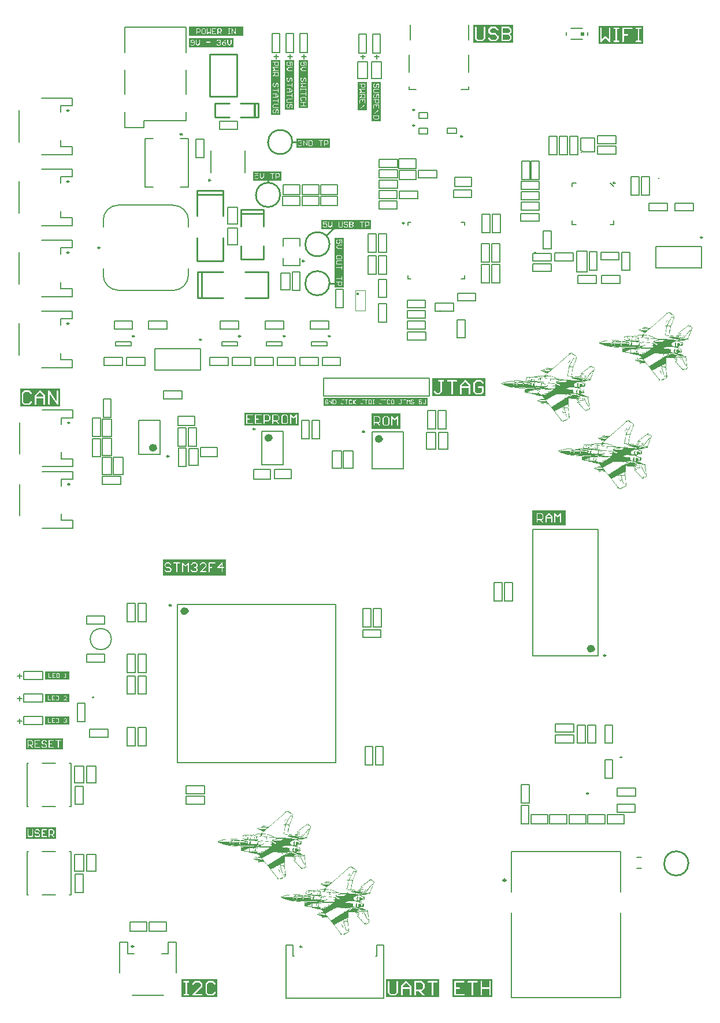
<source format=gto>
%FSTAX23Y23*%
%MOIN*%
%SFA1B1*%

%IPPOS*%
%ADD10C,0.011800*%
%ADD11C,0.009800*%
%ADD12C,0.007900*%
%ADD13C,0.010000*%
%ADD14C,0.023600*%
%ADD15C,0.003900*%
%ADD16C,0.015700*%
%ADD17C,0.006000*%
%ADD18C,0.005000*%
%ADD19C,0.005900*%
%ADD20C,0.013000*%
%ADD21R,0.022600X0.019700*%
%LNpch_mainboard-1*%
%LPD*%
G36*
X03772Y03966D02*
X03774D01*
Y03965*
X03775*
Y03964*
X03777*
Y03963*
X03779*
Y03962*
X03779*
Y03961*
X0378*
Y0396*
X03782*
Y03959*
X03784*
Y03959*
X03785*
Y03958*
X03786*
Y03957*
X03787*
Y03956*
X03789*
Y03955*
X0379*
Y03954*
X03791*
Y03953*
X03791*
Y03952*
X03792*
Y03951*
X03793*
Y0395*
X03794*
Y03949*
X03795*
Y03948*
X03797*
Y03947*
X03798*
Y03946*
X03799*
Y03945*
X038*
Y03942*
X03799*
Y03935*
X03798*
Y03933*
X03797*
Y03931*
X03796*
Y03929*
X03795*
Y03926*
X03794*
Y03923*
X03793*
Y0392*
X03792*
Y03919*
X03791*
Y03916*
X03791*
Y03913*
X0379*
Y03911*
X03789*
Y03909*
X03788*
Y03907*
X03787*
Y03904*
X03786*
Y03902*
X03785*
Y03899*
X03784*
Y03897*
X03783*
Y03894*
X03782*
Y03892*
X03781*
Y0389*
X0378*
Y03888*
X03779*
Y03886*
X03779*
Y03881*
X03778*
Y03877*
X03777*
Y03872*
X03776*
Y03866*
X03775*
Y03861*
X03774*
Y03857*
X03773*
Y03852*
X03772*
Y03846*
X03771*
Y03842*
X0377*
Y03837*
X03769*
Y03831*
X03775*
Y03832*
X03791*
Y03831*
X03801*
Y0383*
X03812*
Y03831*
X03813*
Y03832*
X03814*
Y03833*
X03816*
Y03834*
X03817*
Y03835*
X03818*
Y03836*
X03819*
Y03837*
X0382*
Y03838*
X03821*
Y03839*
X03823*
Y0384*
X03824*
Y03841*
X03826*
Y03842*
X03827*
Y03843*
X03828*
Y03843*
X03829*
Y03844*
X0383*
Y03846*
X03821*
Y03847*
X03822*
Y03848*
X03823*
Y03849*
X03824*
Y0385*
X03825*
Y03851*
X03827*
Y03852*
X03828*
Y03853*
X03829*
Y03854*
X0383*
Y03855*
X03831*
Y03856*
X03832*
Y03856*
X03833*
Y03857*
X03835*
Y03858*
X03836*
Y03859*
X03837*
Y0386*
X03839*
Y03861*
X0384*
Y03862*
X03841*
Y03863*
X03842*
Y03864*
X03843*
Y03865*
X03844*
Y03866*
X03845*
Y03867*
X03847*
Y03868*
X03848*
Y03869*
X0385*
Y03869*
X03851*
Y0387*
X03852*
Y03871*
X03853*
Y03872*
X03855*
Y03873*
X03856*
Y03874*
X03856*
Y03875*
X03858*
Y03876*
X03859*
Y03877*
X0386*
Y03878*
X03861*
Y03879*
X03863*
Y0388*
X03865*
Y03881*
X03866*
Y03881*
X03867*
Y03882*
X03868*
Y03883*
X03869*
Y03884*
X0387*
Y03885*
X03871*
Y03886*
X03873*
Y03887*
X03874*
Y03888*
X03875*
Y03889*
X03876*
Y0389*
X03877*
Y03891*
X03878*
Y03892*
X0388*
Y03893*
X03884*
Y03892*
X03886*
Y03891*
X03888*
Y0389*
X0389*
Y03889*
X03891*
Y03888*
X03893*
Y03887*
X03894*
Y03886*
X03895*
Y03885*
X03896*
Y03884*
X03897*
Y03883*
X03898*
Y03882*
X03899*
Y03881*
X03901*
Y0388*
X03902*
Y03879*
X03903*
Y03876*
X03902*
Y03873*
X03901*
Y0387*
X039*
Y03869*
X03899*
Y03867*
X03898*
Y03864*
X03897*
Y03861*
X03896*
Y03859*
X03895*
Y03856*
X03894*
Y03855*
X03894*
Y03852*
X03893*
Y0385*
X03892*
Y03847*
X03891*
Y03845*
X0389*
Y03843*
X03889*
Y0384*
X03888*
Y03838*
X03887*
Y03835*
X03886*
Y03832*
X03885*
Y0383*
X03884*
Y03829*
X03883*
Y03826*
X03882*
Y03823*
X03881*
Y03821*
X03881*
Y03819*
X0388*
Y03817*
X03879*
Y03814*
X0388*
Y03813*
X03881*
Y03811*
X03879*
Y0381*
X03869*
Y03809*
X03865*
Y03808*
X03863*
Y03807*
X0386*
Y03806*
X03857*
Y03805*
X03854*
Y03804*
X03852*
Y03804*
X03849*
Y03803*
X03845*
Y03802*
X03827*
Y038*
X03828*
Y03799*
X0383*
Y03798*
X03831*
Y03797*
X03832*
Y03796*
X03834*
Y03795*
X03836*
Y03794*
X03844*
Y03793*
X03846*
Y03792*
X03847*
Y03791*
X03848*
Y0378*
X03847*
Y03778*
X03846*
Y03776*
X03845*
Y03774*
X03844*
Y03773*
X03843*
Y03772*
X03836*
Y03773*
X03828*
Y03772*
X03826*
Y03771*
X03824*
Y0377*
X03823*
Y03769*
X03821*
Y03768*
X03819*
Y03767*
X03817*
Y03766*
X03829*
Y03764*
X03821*
Y03765*
X03816*
Y03764*
X03817*
Y03763*
X03818*
Y03762*
X0382*
Y03761*
X03821*
Y0376*
X03822*
Y03759*
X03823*
Y03758*
X03824*
Y03757*
X03826*
Y03756*
X0383*
Y03755*
X03832*
Y03756*
X03838*
Y03755*
X03841*
Y03754*
X03842*
Y03753*
X03843*
Y0375*
X03843*
Y03744*
X03843*
Y0374*
X03842*
Y03737*
X03841*
Y03736*
X0384*
Y03735*
X03839*
Y03734*
X03827*
Y03733*
X03825*
Y03732*
X03823*
Y03731*
X03821*
Y0373*
X03819*
Y03729*
X03817*
Y03728*
X03818*
Y03727*
X03829*
Y03727*
X03834*
Y03726*
X03837*
Y03725*
X03839*
Y03724*
X03841*
Y03723*
X03843*
Y03722*
X03845*
Y03721*
X03847*
Y0372*
X03849*
Y03719*
X0385*
Y03718*
X03853*
Y03717*
X03855*
Y03716*
X03856*
Y03715*
X0386*
Y03714*
X03865*
Y03714*
X03868*
Y03713*
X03869*
Y03712*
X03868*
Y03711*
X03867*
Y0371*
X03866*
Y03705*
X03867*
Y03699*
X03868*
Y03689*
X03869*
Y03683*
X03869*
Y03677*
X0387*
Y03672*
X03871*
Y03663*
X03872*
Y03657*
X03873*
Y0365*
X03874*
Y03643*
X03872*
Y03642*
X03871*
Y03641*
X03869*
Y0364*
X03869*
Y03639*
X03867*
Y03638*
X03865*
Y03637*
X03863*
Y03637*
X03861*
Y03636*
X0386*
Y03635*
X03857*
Y03634*
X03856*
Y03633*
X03847*
Y03634*
X03846*
Y03635*
X03845*
Y03637*
X03844*
Y03637*
X03843*
Y03638*
X03843*
Y03639*
X03842*
Y03641*
X0384*
Y03642*
X03839*
Y03644*
X03838*
Y03645*
X03837*
Y03646*
X03835*
Y03648*
X03834*
Y03649*
X03833*
Y0365*
X03832*
Y0365*
X03831*
Y03651*
X0383*
Y03652*
X0383*
Y03653*
X03829*
Y03654*
X03828*
Y03656*
X03827*
Y03657*
X03825*
Y03658*
X03824*
Y0366*
X03823*
Y03661*
X03822*
Y03662*
X03821*
Y03663*
X0382*
Y03663*
X03819*
Y03664*
X03818*
Y03665*
X03817*
Y03666*
X03817*
Y03667*
X03816*
Y03668*
X03815*
Y03669*
X03814*
Y0367*
X03813*
Y03672*
X03812*
Y03673*
X03811*
Y03674*
X0381*
Y03675*
X03809*
Y03676*
X03808*
Y03676*
X03807*
Y03677*
X03806*
Y03678*
X03805*
Y03679*
X03804*
Y0368*
X03804*
Y03681*
X03803*
Y03682*
X03802*
Y03685*
X0381*
Y03687*
X03809*
Y03688*
X03808*
Y03689*
X03807*
Y03689*
X03806*
Y0369*
X03805*
Y03691*
X03804*
Y03692*
X03804*
Y03693*
X03803*
Y03694*
X03802*
Y03696*
X038*
Y03697*
X03799*
Y03698*
X03798*
Y037*
X03797*
Y03701*
X03795*
Y03701*
X03794*
Y03702*
X03765*
Y03703*
X03759*
Y03704*
X03757*
Y03705*
X03753*
Y03698*
X03753*
Y03684*
X03752*
Y03671*
X03751*
Y03655*
X0375*
Y03649*
X03751*
Y03644*
X03752*
Y03637*
X03753*
Y03631*
X03753*
Y03623*
X03754*
Y03615*
X03755*
Y03609*
X03756*
Y03602*
X03757*
Y03592*
X03756*
Y0359*
X03755*
Y03589*
X03754*
Y03588*
X03753*
Y03587*
X03752*
Y03586*
X0375*
Y03586*
X03749*
Y03585*
X03748*
Y03584*
X03746*
Y03583*
X03744*
Y03582*
X03743*
Y03581*
X03741*
Y0358*
X0374*
Y03579*
X03738*
Y03578*
X03736*
Y03577*
X03735*
Y03576*
X03732*
Y03575*
X0373*
Y03574*
X03728*
Y03573*
X03727*
Y03573*
X03724*
Y03572*
X03716*
Y03573*
X03714*
Y03573*
X03714*
Y03574*
X03712*
Y03575*
X03707*
Y03576*
X03705*
Y03577*
X03706*
Y03578*
X03707*
Y03579*
X03708*
Y0358*
X03707*
Y03582*
X03706*
Y03583*
X03705*
Y03584*
X03704*
Y03586*
X03703*
Y03586*
X03702*
Y03587*
X03701*
Y03589*
X03701*
Y0359*
X037*
Y03591*
X03699*
Y03593*
X03698*
Y03594*
X03697*
Y03595*
X03696*
Y03596*
X03695*
Y03598*
X03694*
Y03599*
X03693*
Y03599*
X03692*
Y03601*
X03691*
Y03602*
X0369*
Y03603*
X03689*
Y03604*
X03689*
Y03606*
X03688*
Y03607*
X03687*
Y03608*
X03686*
Y03609*
X03685*
Y03611*
X03684*
Y03611*
X03683*
Y03612*
X03682*
Y03613*
X03681*
Y03615*
X0368*
Y03616*
X03679*
Y03617*
X03678*
Y03619*
X03677*
Y0362*
X03676*
Y03621*
X03676*
Y03623*
X03675*
Y03624*
X03674*
Y03624*
X03673*
Y03626*
X03672*
Y03627*
X03671*
Y03628*
X0367*
Y03629*
X03669*
Y03631*
X03668*
Y03632*
X03667*
Y03633*
X03666*
Y03634*
X03665*
Y03636*
X03664*
Y03637*
X03663*
Y03637*
X03663*
Y03638*
X03662*
Y0364*
X03661*
Y03641*
X0366*
Y03642*
X03659*
Y03643*
X03658*
Y03645*
X03657*
Y03646*
X03656*
Y03647*
X03655*
Y03649*
X03654*
Y0365*
X03653*
Y0365*
X03652*
Y03651*
X03651*
Y03653*
X0365*
Y03654*
X0365*
Y03655*
X03649*
Y03656*
X03648*
Y03657*
X03647*
Y03659*
X03646*
Y0366*
X03645*
Y03661*
X03644*
Y03662*
X03643*
Y03663*
X03642*
Y03664*
X03641*
Y03665*
X0364*
Y03666*
X03639*
Y03668*
X03637*
Y0367*
X03637*
Y03671*
X03636*
Y03672*
X03635*
Y03673*
X03621*
Y03674*
X0361*
Y03673*
X03609*
Y03671*
X03607*
Y03672*
X03606*
Y03673*
X03605*
Y03672*
X03604*
Y03671*
X03603*
Y0367*
X03601*
Y03671*
X036*
Y03675*
X03599*
Y03676*
X03593*
Y03676*
X03592*
Y03677*
X03594*
Y03678*
X03599*
Y03679*
X036*
Y0368*
X03598*
Y03681*
X03595*
Y03682*
X03591*
Y03683*
X03587*
Y03684*
X03585*
Y03685*
X03582*
Y03686*
X03578*
Y03687*
X03576*
Y03688*
X03574*
Y03689*
X03573*
Y03689*
X03571*
Y03691*
X03572*
Y03692*
X03573*
Y03693*
X03575*
Y03694*
X03578*
Y03695*
X03581*
Y03696*
X03586*
Y03697*
X0359*
Y03698*
X03594*
Y03699*
X03596*
Y037*
X03593*
Y03701*
X03582*
Y03702*
X03587*
Y03701*
X03598*
Y03702*
X03611*
Y03703*
X0361*
Y03704*
X03609*
Y03705*
X03608*
Y03707*
X03607*
Y03708*
X03606*
Y03709*
X03605*
Y03711*
X03604*
Y03712*
X03603*
Y03713*
X03602*
Y03714*
X036*
Y03716*
X03599*
Y03717*
X03599*
Y03718*
X03592*
Y03719*
X03585*
Y0372*
X03579*
Y03721*
X03574*
Y03722*
X03569*
Y03723*
X03564*
Y03724*
X03561*
Y03725*
X0356*
Y03726*
X03559*
Y03727*
X03556*
Y03727*
X03552*
Y03728*
X03545*
Y03729*
X03543*
Y0373*
X03541*
Y03731*
X03539*
Y03732*
X03538*
Y03733*
X03533*
Y03734*
X03521*
Y03735*
X03514*
Y03736*
X03509*
Y03737*
X03504*
Y03738*
X035*
Y03739*
X03499*
Y03755*
X035*
Y03758*
X03513*
Y03759*
X0352*
Y0376*
X03511*
Y03761*
X03496*
Y03762*
X0348*
Y03763*
X03466*
Y03764*
X03457*
Y03765*
X0345*
Y03766*
X03443*
Y03766*
X03434*
Y03767*
X03429*
Y03768*
X03424*
Y03769*
X03419*
Y0377*
X03414*
Y03771*
X0341*
Y03772*
X03406*
Y03773*
X03403*
Y03774*
X03399*
Y03775*
X03396*
Y03776*
X03393*
Y03777*
X03391*
Y03778*
X03387*
Y03779*
X03385*
Y03779*
X03382*
Y0378*
X0338*
Y03781*
X03378*
Y03782*
X03376*
Y03783*
X03375*
Y03784*
X03372*
Y03785*
X0337*
Y03786*
X03369*
Y03787*
X03367*
Y03788*
X03366*
Y03789*
X03365*
Y0379*
X03364*
Y03791*
X03363*
Y03791*
X03365*
Y03792*
X03367*
Y03793*
X03368*
Y03794*
X0337*
Y03795*
X03373*
Y03796*
X03376*
Y03797*
X03379*
Y03798*
X03382*
Y03799*
X03386*
Y038*
X0339*
Y03801*
X03393*
Y03802*
X03399*
Y03803*
X03406*
Y03804*
X03412*
Y03804*
X0342*
Y03805*
X03438*
Y03806*
X03478*
Y03805*
X03501*
Y03804*
X03515*
Y03804*
X03524*
Y03804*
X03523*
Y03805*
X03516*
Y03806*
X03508*
Y03807*
X03507*
Y03814*
X03508*
Y0382*
X03509*
Y03825*
X03509*
Y03827*
X03511*
Y03828*
X0352*
Y03829*
X03545*
Y03828*
X03547*
Y03829*
X03551*
Y0383*
X03553*
Y0383*
X03555*
Y03831*
X0357*
Y03832*
X03573*
Y03833*
X03573*
Y03834*
X03577*
Y03835*
X0359*
Y03836*
X03612*
Y03837*
X03614*
Y03838*
X03615*
Y03839*
X03617*
Y0384*
X03618*
Y03841*
X03619*
Y03842*
X0362*
Y03843*
X03621*
Y03843*
X03623*
Y03845*
X03624*
Y03846*
X03625*
Y03847*
X03626*
Y03848*
X03627*
Y03849*
X03628*
Y03851*
X03619*
Y03852*
X03615*
Y03853*
X03611*
Y03854*
X036*
Y03855*
X03615*
Y03856*
X03614*
Y03856*
X03611*
Y03857*
X03608*
Y03858*
X03605*
Y03859*
X03603*
Y0386*
X036*
Y03861*
X03599*
Y03862*
X03597*
Y03863*
X03596*
Y03864*
X03594*
Y03865*
X03593*
Y03866*
X03592*
Y03867*
X03594*
Y03868*
X03597*
Y03869*
X03599*
Y03869*
X03602*
Y0387*
X03606*
Y03871*
X03612*
Y03872*
X03618*
Y03873*
X03624*
Y03875*
X03622*
Y03876*
X03618*
Y03877*
X03617*
Y03878*
X03619*
Y03879*
X03625*
Y03881*
X03626*
Y03882*
X03627*
Y03883*
X03628*
Y03882*
X0363*
Y0388*
X03631*
Y03881*
X03632*
Y03882*
X03634*
Y03881*
X03635*
Y03879*
X03644*
Y03878*
X03654*
Y03877*
X0366*
Y03878*
X03662*
Y03879*
X03663*
Y0388*
X03663*
Y03881*
X03664*
Y03881*
X03665*
Y03882*
X03667*
Y03883*
X03668*
Y03884*
X03669*
Y03885*
X0367*
Y03886*
X03671*
Y03887*
X03673*
Y03888*
X03674*
Y03889*
X03675*
Y0389*
X03676*
Y03891*
X03676*
Y03892*
X03677*
Y03893*
X03678*
Y03894*
X0368*
Y03894*
X03681*
Y03895*
X03682*
Y03896*
X03683*
Y03897*
X03684*
Y03898*
X03685*
Y03899*
X03687*
Y039*
X03688*
Y03901*
X03689*
Y03902*
X03689*
Y03903*
X0369*
Y03904*
X03691*
Y03905*
X03692*
Y03906*
X03694*
Y03907*
X03695*
Y03907*
X03696*
Y03908*
X03697*
Y03909*
X03698*
Y0391*
X03699*
Y03911*
X037*
Y03912*
X03701*
Y03913*
X03702*
Y03914*
X03703*
Y03915*
X03704*
Y03916*
X03705*
Y03917*
X03706*
Y03918*
X03707*
Y03919*
X03709*
Y0392*
X0371*
Y0392*
X03711*
Y03921*
X03712*
Y03922*
X03713*
Y03923*
X03714*
Y03924*
X03714*
Y03925*
X03715*
Y03926*
X03717*
Y03927*
X03718*
Y03928*
X03719*
Y03929*
X0372*
Y0393*
X03721*
Y03931*
X03722*
Y03932*
X03724*
Y03933*
X03726*
Y03934*
X03727*
Y03935*
X03727*
Y03936*
X03728*
Y03937*
X03729*
Y03938*
X03731*
Y03939*
X03732*
Y03941*
X03734*
Y03942*
X03735*
Y03943*
X03736*
Y03944*
X03737*
Y03945*
X03738*
Y03946*
X0374*
Y03947*
X03741*
Y03948*
X03742*
Y03949*
X03743*
Y0395*
X03744*
Y03951*
X03745*
Y03952*
X03746*
Y03953*
X03747*
Y03954*
X03748*
Y03955*
X0375*
Y03956*
X03751*
Y03957*
X03752*
Y03958*
X03753*
Y03959*
X03753*
Y03959*
X03754*
Y03961*
X03753*
Y03963*
X03753*
Y03964*
X0376*
Y03965*
X03762*
Y03966*
X03764*
Y03967*
X03772*
Y03966*
G37*
G36*
X03209Y03731D02*
X0321D01*
Y0373*
X03211*
Y03729*
X03213*
Y03728*
X03215*
Y03727*
X03216*
Y03727*
X03217*
Y03726*
X03219*
Y03725*
X03221*
Y03724*
X03222*
Y03723*
X03222*
Y03722*
X03223*
Y03721*
X03225*
Y0372*
X03226*
Y03719*
X03227*
Y03718*
X03228*
Y03717*
X03229*
Y03716*
X0323*
Y03715*
X03231*
Y03714*
X03232*
Y03714*
X03234*
Y03713*
X03235*
Y03712*
X03235*
Y0371*
X03236*
Y03707*
X03235*
Y03701*
X03235*
Y03698*
X03234*
Y03696*
X03233*
Y03694*
X03232*
Y03691*
X03231*
Y03688*
X0323*
Y03686*
X03229*
Y03684*
X03228*
Y03681*
X03227*
Y03678*
X03226*
Y03676*
X03225*
Y03675*
X03224*
Y03672*
X03223*
Y03669*
X03222*
Y03667*
X03222*
Y03664*
X03221*
Y03662*
X0322*
Y0366*
X03219*
Y03657*
X03218*
Y03655*
X03217*
Y03653*
X03216*
Y03651*
X03215*
Y03647*
X03214*
Y03642*
X03213*
Y03637*
X03212*
Y03631*
X03211*
Y03626*
X0321*
Y03623*
X03209*
Y03617*
X03209*
Y03611*
X03208*
Y03607*
X03207*
Y03602*
X03206*
Y03597*
X03211*
Y03598*
X03227*
Y03597*
X03237*
Y03596*
X03248*
Y03597*
X03249*
Y03598*
X0325*
Y03598*
X03252*
Y03599*
X03253*
Y036*
X03255*
Y03601*
X03256*
Y03602*
X03257*
Y03603*
X03258*
Y03604*
X0326*
Y03605*
X03261*
Y03606*
X03262*
Y03607*
X03263*
Y03608*
X03264*
Y03609*
X03265*
Y0361*
X03266*
Y03611*
X03258*
Y03612*
X03259*
Y03613*
X0326*
Y03614*
X03261*
Y03615*
X03261*
Y03616*
X03263*
Y03617*
X03264*
Y03618*
X03265*
Y03619*
X03266*
Y0362*
X03268*
Y03621*
X03269*
Y03622*
X0327*
Y03623*
X03272*
Y03624*
X03273*
Y03624*
X03274*
Y03625*
X03275*
Y03626*
X03276*
Y03627*
X03277*
Y03628*
X03278*
Y03629*
X0328*
Y0363*
X03281*
Y03631*
X03282*
Y03632*
X03284*
Y03633*
X03285*
Y03634*
X03287*
Y03635*
X03287*
Y03636*
X03288*
Y03637*
X03289*
Y03637*
X03291*
Y03638*
X03292*
Y03639*
X03293*
Y0364*
X03295*
Y03641*
X03296*
Y03642*
X03297*
Y03643*
X03298*
Y03644*
X03299*
Y03645*
X03301*
Y03646*
X03302*
Y03647*
X03303*
Y03648*
X03304*
Y03649*
X03306*
Y03649*
X03307*
Y0365*
X03308*
Y03651*
X0331*
Y03652*
X03311*
Y03653*
X03312*
Y03654*
X03312*
Y03655*
X03313*
Y03656*
X03314*
Y03657*
X03316*
Y03658*
X03321*
Y03657*
X03323*
Y03656*
X03325*
Y03655*
X03326*
Y03654*
X03327*
Y03653*
X03329*
Y03652*
X0333*
Y03651*
X03332*
Y0365*
X03333*
Y03649*
X03334*
Y03649*
X03335*
Y03648*
X03336*
Y03647*
X03338*
Y03645*
X03338*
Y03644*
X03339*
Y03641*
X03338*
Y03638*
X03338*
Y03636*
X03337*
Y03634*
X03336*
Y03632*
X03335*
Y03629*
X03334*
Y03626*
X03333*
Y03624*
X03332*
Y03622*
X03331*
Y0362*
X0333*
Y03617*
X03329*
Y03615*
X03328*
Y03612*
X03327*
Y03611*
X03326*
Y03608*
X03325*
Y03605*
X03325*
Y03603*
X03324*
Y036*
X03323*
Y03598*
X03322*
Y03596*
X03321*
Y03594*
X0332*
Y03591*
X03319*
Y03588*
X03318*
Y03586*
X03317*
Y03585*
X03316*
Y03582*
X03315*
Y03579*
X03316*
Y03578*
X03317*
Y03576*
X03315*
Y03575*
X03305*
Y03574*
X03301*
Y03573*
X03299*
Y03572*
X03297*
Y03572*
X03294*
Y03571*
X0329*
Y0357*
X03288*
Y03569*
X03286*
Y03568*
X03282*
Y03567*
X03263*
Y03565*
X03264*
Y03564*
X03266*
Y03563*
X03268*
Y03562*
X03269*
Y03561*
X03271*
Y0356*
X03273*
Y03559*
X03281*
Y03559*
X03283*
Y03558*
X03284*
Y03556*
X03285*
Y03546*
X03284*
Y03543*
X03283*
Y03541*
X03282*
Y03539*
X03281*
Y03538*
X03279*
Y03537*
X03273*
Y03538*
X03264*
Y03537*
X03262*
Y03536*
X03261*
Y03535*
X0326*
Y03534*
X03258*
Y03534*
X03256*
Y03533*
X03253*
Y03531*
X03265*
Y03529*
X03258*
Y0353*
X03252*
Y03529*
X03253*
Y03528*
X03255*
Y03527*
X03257*
Y03526*
X03258*
Y03525*
X03259*
Y03524*
X0326*
Y03523*
X03261*
Y03522*
X03262*
Y03521*
X03266*
Y03521*
X03269*
Y03521*
X03274*
Y03521*
X03277*
Y0352*
X03278*
Y03519*
X03279*
Y03515*
X0328*
Y03509*
X03279*
Y03505*
X03278*
Y03502*
X03277*
Y03501*
X03276*
Y035*
X03275*
Y03499*
X03263*
Y03498*
X03261*
Y03497*
X0326*
Y03496*
X03258*
Y03495*
X03256*
Y03495*
X03254*
Y03494*
X03255*
Y03493*
X03265*
Y03492*
X03271*
Y03491*
X03274*
Y0349*
X03275*
Y03489*
X03277*
Y03488*
X03279*
Y03487*
X03282*
Y03486*
X03284*
Y03485*
X03286*
Y03484*
X03287*
Y03483*
X03289*
Y03482*
X03291*
Y03482*
X03293*
Y03481*
X03297*
Y0348*
X03301*
Y03479*
X03304*
Y03478*
X03305*
Y03477*
X03304*
Y03476*
X03303*
Y03475*
X03302*
Y0347*
X03303*
Y03464*
X03304*
Y03455*
X03305*
Y03448*
X03306*
Y03443*
X03307*
Y03437*
X03308*
Y03429*
X03309*
Y03422*
X0331*
Y03416*
X03311*
Y03408*
X03309*
Y03407*
X03308*
Y03406*
X03306*
Y03405*
X03305*
Y03405*
X03303*
Y03404*
X03301*
Y03403*
X03299*
Y03402*
X03298*
Y03401*
X03297*
Y034*
X03294*
Y03399*
X03292*
Y03398*
X03284*
Y03399*
X03283*
Y034*
X03282*
Y03402*
X03281*
Y03403*
X0328*
Y03404*
X03279*
Y03405*
X03278*
Y03406*
X03276*
Y03407*
X03275*
Y03409*
X03274*
Y0341*
X03274*
Y03411*
X03272*
Y03413*
X03271*
Y03414*
X0327*
Y03415*
X03269*
Y03416*
X03268*
Y03417*
X03267*
Y03418*
X03266*
Y03418*
X03265*
Y03419*
X03264*
Y03421*
X03263*
Y03422*
X03261*
Y03423*
X03261*
Y03425*
X0326*
Y03426*
X03259*
Y03427*
X03258*
Y03428*
X03257*
Y03429*
X03256*
Y0343*
X03255*
Y03431*
X03254*
Y03431*
X03253*
Y03432*
X03252*
Y03433*
X03251*
Y03434*
X0325*
Y03435*
X03249*
Y03437*
X03248*
Y03438*
X03248*
Y03439*
X03247*
Y0344*
X03246*
Y03441*
X03245*
Y03442*
X03244*
Y03443*
X03243*
Y03444*
X03242*
Y03444*
X03241*
Y03445*
X0324*
Y03446*
X03239*
Y03447*
X03238*
Y0345*
X03247*
Y03452*
X03246*
Y03453*
X03245*
Y03454*
X03244*
Y03455*
X03243*
Y03456*
X03242*
Y03457*
X03241*
Y03457*
X0324*
Y03458*
X03239*
Y03459*
X03238*
Y03461*
X03236*
Y03462*
X03235*
Y03463*
X03235*
Y03465*
X03234*
Y03466*
X03232*
Y03467*
X03231*
Y03468*
X03201*
Y03469*
X03196*
Y03469*
X03194*
Y0347*
X0319*
Y03463*
X03189*
Y03449*
X03188*
Y03436*
X03187*
Y0342*
X03186*
Y03414*
X03187*
Y03409*
X03188*
Y03403*
X03189*
Y03396*
X0319*
Y03388*
X03191*
Y0338*
X03192*
Y03374*
X03193*
Y03367*
X03194*
Y03357*
X03193*
Y03355*
X03192*
Y03354*
X03191*
Y03354*
X0319*
Y03353*
X03188*
Y03352*
X03186*
Y03351*
X03185*
Y0335*
X03184*
Y03349*
X03183*
Y03348*
X03181*
Y03347*
X0318*
Y03346*
X03178*
Y03345*
X03176*
Y03344*
X03174*
Y03343*
X03172*
Y03342*
X03171*
Y03341*
X03169*
Y03341*
X03167*
Y0334*
X03165*
Y03339*
X03163*
Y03338*
X0316*
Y03337*
X03153*
Y03338*
X03151*
Y03339*
X0315*
Y0334*
X03148*
Y03341*
X03144*
Y03341*
X03142*
Y03342*
X03143*
Y03343*
X03144*
Y03344*
X03145*
Y03345*
X03144*
Y03347*
X03143*
Y03348*
X03142*
Y03349*
X03141*
Y03351*
X0314*
Y03352*
X03139*
Y03353*
X03138*
Y03354*
X03137*
Y03355*
X03136*
Y03356*
X03135*
Y03358*
X03134*
Y03359*
X03133*
Y0336*
X03132*
Y03361*
X03132*
Y03363*
X03131*
Y03364*
X0313*
Y03365*
X03129*
Y03367*
X03128*
Y03367*
X03127*
Y03368*
X03126*
Y03369*
X03125*
Y03371*
X03124*
Y03372*
X03123*
Y03373*
X03122*
Y03374*
X03121*
Y03376*
X0312*
Y03377*
X03119*
Y03378*
X03119*
Y03379*
X03118*
Y0338*
X03117*
Y03381*
X03116*
Y03382*
X03115*
Y03384*
X03114*
Y03385*
X03113*
Y03386*
X03112*
Y03388*
X03111*
Y03389*
X0311*
Y0339*
X03109*
Y03392*
X03108*
Y03392*
X03107*
Y03393*
X03107*
Y03394*
X03106*
Y03396*
X03105*
Y03397*
X03104*
Y03398*
X03103*
Y03399*
X03102*
Y03401*
X03101*
Y03402*
X031*
Y03403*
X03099*
Y03404*
X03098*
Y03405*
X03097*
Y03406*
X03096*
Y03407*
X03095*
Y03408*
X03094*
Y0341*
X03094*
Y03411*
X03093*
Y03412*
X03092*
Y03414*
X03091*
Y03415*
X0309*
Y03416*
X03089*
Y03417*
X03088*
Y03418*
X03087*
Y03419*
X03086*
Y0342*
X03085*
Y03421*
X03084*
Y03422*
X03083*
Y03424*
X03082*
Y03425*
X03081*
Y03426*
X03081*
Y03427*
X0308*
Y03429*
X03079*
Y0343*
X03078*
Y03431*
X03077*
Y03431*
X03076*
Y03433*
X03074*
Y03435*
X03073*
Y03436*
X03072*
Y03437*
X03071*
Y03438*
X03057*
Y03439*
X03046*
Y03438*
X03045*
Y03436*
X03043*
Y03437*
X03042*
Y03438*
X03042*
Y03437*
X03041*
Y03436*
X0304*
Y03435*
X03038*
Y03436*
X03037*
Y0344*
X03035*
Y03441*
X03029*
Y03442*
X03029*
Y03443*
X0303*
Y03444*
X03036*
Y03444*
X03037*
Y03445*
X03034*
Y03446*
X03031*
Y03447*
X03028*
Y03448*
X03024*
Y03449*
X03021*
Y0345*
X03018*
Y03451*
X03015*
Y03452*
X03013*
Y03453*
X03011*
Y03454*
X03009*
Y03455*
X03007*
Y03457*
X03008*
Y03457*
X0301*
Y03458*
X03012*
Y03459*
X03015*
Y0346*
X03017*
Y03461*
X03022*
Y03462*
X03027*
Y03463*
X0303*
Y03464*
X03032*
Y03465*
X03029*
Y03466*
X03018*
Y03468*
X03024*
Y03467*
X03034*
Y03468*
X03047*
Y03469*
X03046*
Y03469*
X03045*
Y0347*
X03044*
Y03472*
X03043*
Y03473*
X03042*
Y03474*
X03042*
Y03476*
X03041*
Y03477*
X0304*
Y03478*
X03039*
Y0348*
X03037*
Y03482*
X03036*
Y03482*
X03035*
Y03483*
X03029*
Y03484*
X03021*
Y03485*
X03016*
Y03486*
X03011*
Y03487*
X03005*
Y03488*
X03001*
Y03489*
X02998*
Y0349*
X02997*
Y03491*
X02995*
Y03492*
X02992*
Y03493*
X02989*
Y03494*
X02981*
Y03495*
X02979*
Y03495*
X02978*
Y03496*
X02976*
Y03497*
X02975*
Y03498*
X02969*
Y03499*
X02957*
Y035*
X02951*
Y03501*
X02945*
Y03502*
X0294*
Y03503*
X02937*
Y03504*
X02936*
Y03521*
X02937*
Y03523*
X0295*
Y03524*
X02956*
Y03525*
X02948*
Y03526*
X02932*
Y03527*
X02916*
Y03528*
X02902*
Y03529*
X02894*
Y0353*
X02887*
Y03531*
X02879*
Y03532*
X02871*
Y03533*
X02865*
Y03534*
X02861*
Y03534*
X02856*
Y03535*
X0285*
Y03536*
X02847*
Y03537*
X02843*
Y03538*
X02839*
Y03539*
X02836*
Y0354*
X02833*
Y03541*
X0283*
Y03542*
X02827*
Y03543*
X02824*
Y03544*
X02822*
Y03545*
X02819*
Y03546*
X02817*
Y03547*
X02814*
Y03547*
X02812*
Y03548*
X02811*
Y03549*
X02809*
Y0355*
X02807*
Y03551*
X02806*
Y03552*
X02804*
Y03553*
X02802*
Y03554*
X02801*
Y03555*
X028*
Y03556*
X02799*
Y03557*
X02801*
Y03558*
X02804*
Y03559*
X02805*
Y03559*
X02807*
Y0356*
X0281*
Y03561*
X02812*
Y03562*
X02815*
Y03563*
X02819*
Y03564*
X02823*
Y03565*
X02826*
Y03566*
X0283*
Y03567*
X02836*
Y03568*
X02842*
Y03569*
X02849*
Y0357*
X02857*
Y03571*
X02875*
Y03572*
X02914*
Y03571*
X02938*
Y0357*
X02952*
Y03569*
X02961*
Y0357*
X0296*
Y03571*
X02952*
Y03572*
X02944*
Y03572*
X02943*
Y03579*
X02944*
Y03585*
X02945*
Y0359*
X02946*
Y03592*
X02948*
Y03593*
X02956*
Y03594*
X02981*
Y03593*
X02984*
Y03594*
X02988*
Y03595*
X0299*
Y03596*
X02991*
Y03597*
X03006*
Y03598*
X03009*
Y03598*
X0301*
Y03599*
X03014*
Y036*
X03027*
Y03601*
X03049*
Y03602*
X03051*
Y03603*
X03052*
Y03604*
X03054*
Y03605*
X03055*
Y03606*
X03055*
Y03607*
X03056*
Y03608*
X03057*
Y03609*
X03059*
Y03611*
X03061*
Y03611*
X03062*
Y03612*
X03063*
Y03613*
X03064*
Y03614*
X03065*
Y03616*
X03055*
Y03617*
X03052*
Y03618*
X03048*
Y03619*
X03037*
Y0362*
X03052*
Y03621*
X03051*
Y03622*
X03047*
Y03623*
X03044*
Y03624*
X03042*
Y03624*
X0304*
Y03625*
X03037*
Y03626*
X03035*
Y03627*
X03033*
Y03628*
X03032*
Y03629*
X0303*
Y0363*
X03029*
Y03631*
X03029*
Y03632*
X0303*
Y03633*
X03033*
Y03634*
X03036*
Y03635*
X03039*
Y03636*
X03042*
Y03637*
X03049*
Y03637*
X03055*
Y03638*
X0306*
Y0364*
X03058*
Y03641*
X03055*
Y03642*
X03054*
Y03643*
X03055*
Y03644*
X03062*
Y03646*
X03063*
Y03648*
X03064*
Y03649*
X03065*
Y03648*
X03067*
Y03645*
X03068*
Y03646*
X03068*
Y03648*
X0307*
Y03647*
X03071*
Y03644*
X03081*
Y03643*
X03091*
Y03642*
X03096*
Y03643*
X03098*
Y03644*
X03099*
Y03645*
X031*
Y03646*
X03101*
Y03647*
X03102*
Y03648*
X03104*
Y03649*
X03105*
Y03649*
X03106*
Y0365*
X03107*
Y03651*
X03107*
Y03652*
X03109*
Y03653*
X0311*
Y03654*
X03111*
Y03655*
X03112*
Y03656*
X03113*
Y03657*
X03114*
Y03658*
X03115*
Y03659*
X03117*
Y0366*
X03118*
Y03661*
X03119*
Y03662*
X03119*
Y03662*
X0312*
Y03663*
X03121*
Y03664*
X03123*
Y03665*
X03124*
Y03666*
X03125*
Y03667*
X03126*
Y03668*
X03127*
Y03669*
X03128*
Y0367*
X03129*
Y03671*
X03131*
Y03672*
X03132*
Y03673*
X03132*
Y03674*
X03133*
Y03675*
X03134*
Y03675*
X03135*
Y03676*
X03136*
Y03677*
X03138*
Y03678*
X03139*
Y03679*
X0314*
Y0368*
X03141*
Y03681*
X03142*
Y03682*
X03143*
Y03683*
X03144*
Y03684*
X03145*
Y03685*
X03146*
Y03686*
X03147*
Y03687*
X03148*
Y03688*
X03149*
Y03688*
X0315*
Y03689*
X03151*
Y0369*
X03152*
Y03691*
X03154*
Y03692*
X03155*
Y03693*
X03156*
Y03694*
X03157*
Y03695*
X03158*
Y03696*
X03158*
Y03697*
X0316*
Y03699*
X03162*
Y037*
X03163*
Y03701*
X03164*
Y03701*
X03165*
Y03702*
X03166*
Y03703*
X03168*
Y03704*
X03169*
Y03706*
X03171*
Y03707*
X03171*
Y03708*
X03172*
Y03709*
X03173*
Y0371*
X03174*
Y03711*
X03176*
Y03713*
X03178*
Y03714*
X03179*
Y03714*
X0318*
Y03715*
X03181*
Y03716*
X03182*
Y03717*
X03183*
Y03718*
X03184*
Y03719*
X03184*
Y0372*
X03186*
Y03721*
X03187*
Y03722*
X03188*
Y03723*
X03189*
Y03724*
X0319*
Y03725*
X03191*
Y03727*
X0319*
Y03728*
X03189*
Y03729*
X03197*
Y0373*
X03198*
Y03731*
X032*
Y03732*
X03209*
Y03731*
G37*
G36*
X03537Y03341D02*
X03539D01*
Y0334*
X0354*
Y03339*
X03542*
Y03338*
X03544*
Y03337*
X03544*
Y03336*
X03545*
Y03335*
X03547*
Y03334*
X03549*
Y03334*
X0355*
Y03333*
X03551*
Y03332*
X03552*
Y03331*
X03554*
Y0333*
X03555*
Y03329*
X03556*
Y03328*
X03556*
Y03327*
X03557*
Y03326*
X03558*
Y03325*
X03559*
Y03324*
X0356*
Y03323*
X03562*
Y03322*
X03563*
Y03321*
X03564*
Y0332*
X03565*
Y03317*
X03564*
Y0331*
X03563*
Y03308*
X03562*
Y03306*
X03561*
Y03304*
X0356*
Y03301*
X03559*
Y03298*
X03558*
Y03295*
X03557*
Y03294*
X03556*
Y03291*
X03556*
Y03288*
X03555*
Y03286*
X03554*
Y03284*
X03553*
Y03282*
X03552*
Y03279*
X03551*
Y03277*
X0355*
Y03274*
X03549*
Y03272*
X03548*
Y03269*
X03547*
Y03267*
X03546*
Y03265*
X03545*
Y03263*
X03544*
Y03261*
X03544*
Y03256*
X03543*
Y03252*
X03542*
Y03247*
X03541*
Y03241*
X0354*
Y03236*
X03539*
Y03232*
X03538*
Y03227*
X03537*
Y03221*
X03536*
Y03217*
X03535*
Y03212*
X03534*
Y03206*
X0354*
Y03207*
X03556*
Y03206*
X03566*
Y03205*
X03577*
Y03206*
X03578*
Y03207*
X03579*
Y03208*
X03581*
Y03209*
X03582*
Y0321*
X03583*
Y03211*
X03584*
Y03212*
X03585*
Y03213*
X03586*
Y03214*
X03588*
Y03215*
X03589*
Y03216*
X03591*
Y03217*
X03592*
Y03218*
X03593*
Y03218*
X03594*
Y03219*
X03595*
Y03221*
X03586*
Y03222*
X03587*
Y03223*
X03588*
Y03224*
X03589*
Y03225*
X0359*
Y03226*
X03592*
Y03227*
X03593*
Y03228*
X03594*
Y03229*
X03595*
Y0323*
X03596*
Y03231*
X03597*
Y03231*
X03598*
Y03232*
X036*
Y03233*
X03601*
Y03234*
X03602*
Y03235*
X03604*
Y03236*
X03605*
Y03237*
X03606*
Y03238*
X03607*
Y03239*
X03608*
Y0324*
X03609*
Y03241*
X0361*
Y03242*
X03612*
Y03243*
X03613*
Y03244*
X03615*
Y03244*
X03616*
Y03245*
X03617*
Y03246*
X03618*
Y03247*
X0362*
Y03248*
X03621*
Y03249*
X03621*
Y0325*
X03623*
Y03251*
X03624*
Y03252*
X03625*
Y03253*
X03626*
Y03254*
X03628*
Y03255*
X0363*
Y03256*
X03631*
Y03256*
X03632*
Y03257*
X03633*
Y03258*
X03634*
Y03259*
X03635*
Y0326*
X03636*
Y03261*
X03638*
Y03262*
X03639*
Y03263*
X0364*
Y03264*
X03641*
Y03265*
X03642*
Y03266*
X03643*
Y03267*
X03645*
Y03268*
X03649*
Y03267*
X03651*
Y03266*
X03653*
Y03265*
X03655*
Y03264*
X03656*
Y03263*
X03658*
Y03262*
X03659*
Y03261*
X0366*
Y0326*
X03661*
Y03259*
X03662*
Y03258*
X03663*
Y03257*
X03664*
Y03256*
X03666*
Y03255*
X03667*
Y03254*
X03668*
Y03251*
X03667*
Y03248*
X03666*
Y03245*
X03665*
Y03244*
X03664*
Y03242*
X03663*
Y03239*
X03662*
Y03236*
X03661*
Y03234*
X0366*
Y03231*
X03659*
Y0323*
X03659*
Y03227*
X03658*
Y03225*
X03657*
Y03222*
X03656*
Y0322*
X03655*
Y03218*
X03654*
Y03215*
X03653*
Y03213*
X03652*
Y0321*
X03651*
Y03207*
X0365*
Y03205*
X03649*
Y03204*
X03648*
Y03201*
X03647*
Y03198*
X03646*
Y03196*
X03646*
Y03194*
X03645*
Y03192*
X03644*
Y03189*
X03645*
Y03188*
X03646*
Y03186*
X03644*
Y03185*
X03634*
Y03184*
X0363*
Y03183*
X03628*
Y03182*
X03625*
Y03181*
X03622*
Y0318*
X03619*
Y03179*
X03617*
Y03179*
X03614*
Y03178*
X0361*
Y03177*
X03592*
Y03175*
X03593*
Y03174*
X03595*
Y03173*
X03596*
Y03172*
X03597*
Y03171*
X03599*
Y0317*
X03601*
Y03169*
X03609*
Y03168*
X03611*
Y03167*
X03612*
Y03166*
X03613*
Y03155*
X03612*
Y03153*
X03611*
Y03151*
X0361*
Y03149*
X03609*
Y03148*
X03608*
Y03147*
X03601*
Y03148*
X03593*
Y03147*
X03591*
Y03146*
X03589*
Y03145*
X03588*
Y03144*
X03586*
Y03143*
X03584*
Y03142*
X03582*
Y03141*
X03594*
Y03139*
X03586*
Y0314*
X03581*
Y03139*
X03582*
Y03138*
X03583*
Y03137*
X03585*
Y03136*
X03586*
Y03135*
X03587*
Y03134*
X03588*
Y03133*
X03589*
Y03132*
X03591*
Y03131*
X03595*
Y0313*
X03597*
Y03131*
X03603*
Y0313*
X03606*
Y03129*
X03607*
Y03128*
X03608*
Y03125*
X03608*
Y03119*
X03608*
Y03115*
X03607*
Y03112*
X03606*
Y03111*
X03605*
Y0311*
X03604*
Y03109*
X03592*
Y03108*
X0359*
Y03107*
X03588*
Y03106*
X03586*
Y03105*
X03584*
Y03104*
X03582*
Y03103*
X03583*
Y03102*
X03594*
Y03102*
X03599*
Y03101*
X03602*
Y031*
X03604*
Y03099*
X03606*
Y03098*
X03608*
Y03097*
X0361*
Y03096*
X03612*
Y03095*
X03614*
Y03094*
X03615*
Y03093*
X03618*
Y03092*
X0362*
Y03091*
X03621*
Y0309*
X03625*
Y03089*
X0363*
Y03089*
X03633*
Y03088*
X03634*
Y03087*
X03633*
Y03086*
X03632*
Y03085*
X03631*
Y0308*
X03632*
Y03074*
X03633*
Y03064*
X03634*
Y03058*
X03634*
Y03052*
X03635*
Y03047*
X03636*
Y03038*
X03637*
Y03032*
X03638*
Y03025*
X03639*
Y03018*
X03637*
Y03017*
X03636*
Y03016*
X03634*
Y03015*
X03634*
Y03014*
X03632*
Y03013*
X0363*
Y03012*
X03628*
Y03012*
X03626*
Y03011*
X03625*
Y0301*
X03622*
Y03009*
X03621*
Y03008*
X03612*
Y03009*
X03611*
Y0301*
X0361*
Y03012*
X03609*
Y03012*
X03608*
Y03013*
X03608*
Y03014*
X03607*
Y03016*
X03605*
Y03017*
X03604*
Y03019*
X03603*
Y0302*
X03602*
Y03021*
X036*
Y03023*
X03599*
Y03024*
X03598*
Y03025*
X03597*
Y03025*
X03596*
Y03026*
X03595*
Y03027*
X03595*
Y03028*
X03594*
Y03029*
X03593*
Y03031*
X03592*
Y03032*
X0359*
Y03033*
X03589*
Y03035*
X03588*
Y03036*
X03587*
Y03037*
X03586*
Y03038*
X03585*
Y03038*
X03584*
Y03039*
X03583*
Y0304*
X03582*
Y03041*
X03582*
Y03042*
X03581*
Y03043*
X0358*
Y03044*
X03579*
Y03045*
X03578*
Y03047*
X03577*
Y03048*
X03576*
Y03049*
X03575*
Y0305*
X03574*
Y03051*
X03573*
Y03051*
X03572*
Y03052*
X03571*
Y03053*
X0357*
Y03054*
X03569*
Y03055*
X03569*
Y03056*
X03568*
Y03057*
X03567*
Y0306*
X03575*
Y03062*
X03574*
Y03063*
X03573*
Y03064*
X03572*
Y03064*
X03571*
Y03065*
X0357*
Y03066*
X03569*
Y03067*
X03569*
Y03068*
X03568*
Y03069*
X03567*
Y03071*
X03565*
Y03072*
X03564*
Y03073*
X03563*
Y03075*
X03562*
Y03076*
X0356*
Y03076*
X03559*
Y03077*
X0353*
Y03078*
X03524*
Y03079*
X03522*
Y0308*
X03518*
Y03073*
X03518*
Y03059*
X03517*
Y03046*
X03516*
Y0303*
X03515*
Y03024*
X03516*
Y03019*
X03517*
Y03012*
X03518*
Y03006*
X03518*
Y02998*
X03519*
Y0299*
X0352*
Y02984*
X03521*
Y02977*
X03522*
Y02967*
X03521*
Y02965*
X0352*
Y02964*
X03519*
Y02963*
X03518*
Y02962*
X03517*
Y02961*
X03515*
Y02961*
X03514*
Y0296*
X03513*
Y02959*
X03511*
Y02958*
X03509*
Y02957*
X03508*
Y02956*
X03506*
Y02955*
X03505*
Y02954*
X03503*
Y02953*
X03501*
Y02952*
X035*
Y02951*
X03497*
Y0295*
X03495*
Y02949*
X03493*
Y02948*
X03492*
Y02948*
X03489*
Y02947*
X03481*
Y02948*
X03479*
Y02948*
X03479*
Y02949*
X03477*
Y0295*
X03472*
Y02951*
X0347*
Y02952*
X03471*
Y02953*
X03472*
Y02954*
X03473*
Y02955*
X03472*
Y02957*
X03471*
Y02958*
X0347*
Y02959*
X03469*
Y02961*
X03468*
Y02961*
X03467*
Y02962*
X03466*
Y02964*
X03466*
Y02965*
X03465*
Y02966*
X03464*
Y02968*
X03463*
Y02969*
X03462*
Y0297*
X03461*
Y02971*
X0346*
Y02973*
X03459*
Y02974*
X03458*
Y02974*
X03457*
Y02976*
X03456*
Y02977*
X03455*
Y02978*
X03454*
Y02979*
X03454*
Y02981*
X03453*
Y02982*
X03452*
Y02983*
X03451*
Y02984*
X0345*
Y02986*
X03449*
Y02986*
X03448*
Y02987*
X03447*
Y02988*
X03446*
Y0299*
X03445*
Y02991*
X03444*
Y02992*
X03443*
Y02994*
X03442*
Y02995*
X03441*
Y02996*
X03441*
Y02998*
X0344*
Y02999*
X03439*
Y02999*
X03438*
Y03001*
X03437*
Y03002*
X03436*
Y03003*
X03435*
Y03004*
X03434*
Y03006*
X03433*
Y03007*
X03432*
Y03008*
X03431*
Y03009*
X0343*
Y03011*
X03429*
Y03012*
X03428*
Y03012*
X03428*
Y03013*
X03427*
Y03015*
X03426*
Y03016*
X03425*
Y03017*
X03424*
Y03018*
X03423*
Y0302*
X03422*
Y03021*
X03421*
Y03022*
X0342*
Y03024*
X03419*
Y03025*
X03418*
Y03025*
X03417*
Y03026*
X03416*
Y03028*
X03415*
Y03029*
X03415*
Y0303*
X03414*
Y03031*
X03413*
Y03032*
X03412*
Y03034*
X03411*
Y03035*
X0341*
Y03036*
X03409*
Y03037*
X03408*
Y03038*
X03407*
Y03039*
X03406*
Y0304*
X03405*
Y03041*
X03404*
Y03043*
X03402*
Y03045*
X03402*
Y03046*
X03401*
Y03047*
X034*
Y03048*
X03386*
Y03049*
X03375*
Y03048*
X03374*
Y03046*
X03372*
Y03047*
X03371*
Y03048*
X0337*
Y03047*
X03369*
Y03046*
X03368*
Y03045*
X03366*
Y03046*
X03365*
Y0305*
X03364*
Y03051*
X03358*
Y03051*
X03357*
Y03052*
X03359*
Y03053*
X03364*
Y03054*
X03365*
Y03055*
X03363*
Y03056*
X0336*
Y03057*
X03356*
Y03058*
X03352*
Y03059*
X0335*
Y0306*
X03347*
Y03061*
X03343*
Y03062*
X03341*
Y03063*
X03339*
Y03064*
X03338*
Y03064*
X03336*
Y03066*
X03337*
Y03067*
X03338*
Y03068*
X0334*
Y03069*
X03343*
Y0307*
X03346*
Y03071*
X03351*
Y03072*
X03355*
Y03073*
X03359*
Y03074*
X03361*
Y03075*
X03358*
Y03076*
X03347*
Y03077*
X03352*
Y03076*
X03363*
Y03077*
X03376*
Y03078*
X03375*
Y03079*
X03374*
Y0308*
X03373*
Y03082*
X03372*
Y03083*
X03371*
Y03084*
X0337*
Y03086*
X03369*
Y03087*
X03368*
Y03088*
X03367*
Y03089*
X03365*
Y03091*
X03364*
Y03092*
X03364*
Y03093*
X03357*
Y03094*
X0335*
Y03095*
X03344*
Y03096*
X03339*
Y03097*
X03334*
Y03098*
X03329*
Y03099*
X03326*
Y031*
X03325*
Y03101*
X03324*
Y03102*
X03321*
Y03102*
X03317*
Y03103*
X0331*
Y03104*
X03308*
Y03105*
X03306*
Y03106*
X03304*
Y03107*
X03303*
Y03108*
X03298*
Y03109*
X03286*
Y0311*
X03279*
Y03111*
X03274*
Y03112*
X03269*
Y03113*
X03265*
Y03114*
X03264*
Y0313*
X03265*
Y03133*
X03278*
Y03134*
X03285*
Y03135*
X03276*
Y03136*
X03261*
Y03137*
X03245*
Y03138*
X03231*
Y03139*
X03222*
Y0314*
X03215*
Y03141*
X03208*
Y03141*
X03199*
Y03142*
X03194*
Y03143*
X03189*
Y03144*
X03184*
Y03145*
X03179*
Y03146*
X03175*
Y03147*
X03171*
Y03148*
X03168*
Y03149*
X03164*
Y0315*
X03161*
Y03151*
X03158*
Y03152*
X03156*
Y03153*
X03152*
Y03154*
X0315*
Y03154*
X03147*
Y03155*
X03145*
Y03156*
X03143*
Y03157*
X03141*
Y03158*
X0314*
Y03159*
X03137*
Y0316*
X03135*
Y03161*
X03134*
Y03162*
X03132*
Y03163*
X03131*
Y03164*
X0313*
Y03165*
X03129*
Y03166*
X03128*
Y03166*
X0313*
Y03167*
X03132*
Y03168*
X03133*
Y03169*
X03135*
Y0317*
X03138*
Y03171*
X03141*
Y03172*
X03144*
Y03173*
X03147*
Y03174*
X03151*
Y03175*
X03155*
Y03176*
X03158*
Y03177*
X03164*
Y03178*
X03171*
Y03179*
X03177*
Y03179*
X03185*
Y0318*
X03203*
Y03181*
X03243*
Y0318*
X03266*
Y03179*
X0328*
Y03179*
X03289*
Y03179*
X03288*
Y0318*
X03281*
Y03181*
X03273*
Y03182*
X03272*
Y03189*
X03273*
Y03195*
X03274*
Y032*
X03274*
Y03202*
X03276*
Y03203*
X03285*
Y03204*
X0331*
Y03203*
X03312*
Y03204*
X03316*
Y03205*
X03318*
Y03205*
X0332*
Y03206*
X03335*
Y03207*
X03338*
Y03208*
X03338*
Y03209*
X03342*
Y0321*
X03355*
Y03211*
X03377*
Y03212*
X03379*
Y03213*
X0338*
Y03214*
X03382*
Y03215*
X03383*
Y03216*
X03384*
Y03217*
X03385*
Y03218*
X03386*
Y03218*
X03388*
Y0322*
X03389*
Y03221*
X0339*
Y03222*
X03391*
Y03223*
X03392*
Y03224*
X03393*
Y03226*
X03384*
Y03227*
X0338*
Y03228*
X03376*
Y03229*
X03365*
Y0323*
X0338*
Y03231*
X03379*
Y03231*
X03376*
Y03232*
X03373*
Y03233*
X0337*
Y03234*
X03368*
Y03235*
X03365*
Y03236*
X03364*
Y03237*
X03362*
Y03238*
X03361*
Y03239*
X03359*
Y0324*
X03358*
Y03241*
X03357*
Y03242*
X03359*
Y03243*
X03362*
Y03244*
X03364*
Y03244*
X03367*
Y03245*
X03371*
Y03246*
X03377*
Y03247*
X03383*
Y03248*
X03389*
Y0325*
X03387*
Y03251*
X03383*
Y03252*
X03382*
Y03253*
X03384*
Y03254*
X0339*
Y03256*
X03391*
Y03257*
X03392*
Y03258*
X03393*
Y03257*
X03395*
Y03255*
X03396*
Y03256*
X03397*
Y03257*
X03399*
Y03256*
X034*
Y03254*
X03409*
Y03253*
X03419*
Y03252*
X03425*
Y03253*
X03427*
Y03254*
X03428*
Y03255*
X03428*
Y03256*
X03429*
Y03256*
X0343*
Y03257*
X03432*
Y03258*
X03433*
Y03259*
X03434*
Y0326*
X03435*
Y03261*
X03436*
Y03262*
X03438*
Y03263*
X03439*
Y03264*
X0344*
Y03265*
X03441*
Y03266*
X03441*
Y03267*
X03442*
Y03268*
X03443*
Y03269*
X03445*
Y03269*
X03446*
Y0327*
X03447*
Y03271*
X03448*
Y03272*
X03449*
Y03273*
X0345*
Y03274*
X03452*
Y03275*
X03453*
Y03276*
X03454*
Y03277*
X03454*
Y03278*
X03455*
Y03279*
X03456*
Y0328*
X03457*
Y03281*
X03459*
Y03282*
X0346*
Y03282*
X03461*
Y03283*
X03462*
Y03284*
X03463*
Y03285*
X03464*
Y03286*
X03465*
Y03287*
X03466*
Y03288*
X03467*
Y03289*
X03468*
Y0329*
X03469*
Y03291*
X0347*
Y03292*
X03471*
Y03293*
X03472*
Y03294*
X03474*
Y03295*
X03475*
Y03295*
X03476*
Y03296*
X03477*
Y03297*
X03478*
Y03298*
X03479*
Y03299*
X03479*
Y033*
X0348*
Y03301*
X03482*
Y03302*
X03483*
Y03303*
X03484*
Y03304*
X03485*
Y03305*
X03486*
Y03306*
X03487*
Y03307*
X03489*
Y03308*
X03491*
Y03309*
X03492*
Y0331*
X03492*
Y03311*
X03493*
Y03312*
X03494*
Y03313*
X03496*
Y03314*
X03497*
Y03316*
X03499*
Y03317*
X035*
Y03318*
X03501*
Y03319*
X03502*
Y0332*
X03503*
Y03321*
X03505*
Y03322*
X03506*
Y03323*
X03507*
Y03324*
X03508*
Y03325*
X03509*
Y03326*
X0351*
Y03327*
X03511*
Y03328*
X03512*
Y03329*
X03513*
Y0333*
X03515*
Y03331*
X03516*
Y03332*
X03517*
Y03333*
X03518*
Y03334*
X03518*
Y03334*
X03519*
Y03336*
X03518*
Y03338*
X03518*
Y03339*
X03525*
Y0334*
X03527*
Y03341*
X03529*
Y03342*
X03537*
Y03341*
G37*
G36*
X01572Y01086D02*
X01574D01*
Y01085*
X01575*
Y01084*
X01577*
Y01083*
X01579*
Y01082*
X01579*
Y01081*
X0158*
Y0108*
X01582*
Y01079*
X01584*
Y01079*
X01585*
Y01078*
X01586*
Y01077*
X01587*
Y01076*
X01589*
Y01075*
X0159*
Y01074*
X01591*
Y01073*
X01591*
Y01072*
X01592*
Y01071*
X01593*
Y0107*
X01594*
Y01069*
X01595*
Y01068*
X01597*
Y01067*
X01598*
Y01066*
X01599*
Y01065*
X016*
Y01062*
X01599*
Y01055*
X01598*
Y01053*
X01597*
Y01051*
X01596*
Y01049*
X01595*
Y01046*
X01594*
Y01043*
X01593*
Y0104*
X01592*
Y01039*
X01591*
Y01036*
X01591*
Y01033*
X0159*
Y01031*
X01589*
Y01029*
X01588*
Y01027*
X01587*
Y01024*
X01586*
Y01022*
X01585*
Y01019*
X01584*
Y01017*
X01583*
Y01014*
X01582*
Y01012*
X01581*
Y0101*
X0158*
Y01008*
X01579*
Y01006*
X01579*
Y01001*
X01578*
Y00997*
X01577*
Y00992*
X01576*
Y00986*
X01575*
Y00981*
X01574*
Y00977*
X01573*
Y00972*
X01572*
Y00966*
X01571*
Y00962*
X0157*
Y00957*
X01569*
Y00951*
X01575*
Y00952*
X01591*
Y00951*
X01601*
Y0095*
X01612*
Y00951*
X01613*
Y00952*
X01614*
Y00953*
X01616*
Y00954*
X01617*
Y00955*
X01618*
Y00956*
X01619*
Y00957*
X0162*
Y00958*
X01621*
Y00959*
X01623*
Y0096*
X01624*
Y00961*
X01626*
Y00962*
X01627*
Y00963*
X01628*
Y00963*
X01629*
Y00964*
X0163*
Y00966*
X01621*
Y00967*
X01622*
Y00968*
X01623*
Y00969*
X01624*
Y0097*
X01625*
Y00971*
X01627*
Y00972*
X01628*
Y00973*
X01629*
Y00974*
X0163*
Y00975*
X01631*
Y00976*
X01632*
Y00976*
X01633*
Y00977*
X01635*
Y00978*
X01636*
Y00979*
X01637*
Y0098*
X01639*
Y00981*
X0164*
Y00982*
X01641*
Y00983*
X01642*
Y00984*
X01643*
Y00985*
X01644*
Y00986*
X01645*
Y00987*
X01647*
Y00988*
X01648*
Y00989*
X0165*
Y00989*
X01651*
Y0099*
X01652*
Y00991*
X01653*
Y00992*
X01655*
Y00993*
X01656*
Y00994*
X01656*
Y00995*
X01658*
Y00996*
X01659*
Y00997*
X0166*
Y00998*
X01661*
Y00999*
X01663*
Y01*
X01665*
Y01001*
X01666*
Y01001*
X01667*
Y01002*
X01668*
Y01003*
X01669*
Y01004*
X0167*
Y01005*
X01671*
Y01006*
X01673*
Y01007*
X01674*
Y01008*
X01675*
Y01009*
X01676*
Y0101*
X01677*
Y01011*
X01678*
Y01012*
X0168*
Y01013*
X01684*
Y01012*
X01686*
Y01011*
X01688*
Y0101*
X0169*
Y01009*
X01691*
Y01008*
X01693*
Y01007*
X01694*
Y01006*
X01695*
Y01005*
X01696*
Y01004*
X01697*
Y01003*
X01698*
Y01002*
X01699*
Y01001*
X01701*
Y01*
X01702*
Y00999*
X01703*
Y00996*
X01702*
Y00993*
X01701*
Y0099*
X017*
Y00989*
X01699*
Y00987*
X01698*
Y00984*
X01697*
Y00981*
X01696*
Y00979*
X01695*
Y00976*
X01694*
Y00975*
X01694*
Y00972*
X01693*
Y0097*
X01692*
Y00967*
X01691*
Y00965*
X0169*
Y00963*
X01689*
Y0096*
X01688*
Y00958*
X01687*
Y00955*
X01686*
Y00952*
X01685*
Y0095*
X01684*
Y00949*
X01683*
Y00946*
X01682*
Y00943*
X01681*
Y00941*
X01681*
Y00939*
X0168*
Y00937*
X01679*
Y00934*
X0168*
Y00933*
X01681*
Y00931*
X01679*
Y0093*
X01669*
Y00929*
X01665*
Y00928*
X01663*
Y00927*
X0166*
Y00926*
X01657*
Y00925*
X01654*
Y00924*
X01652*
Y00924*
X01649*
Y00923*
X01645*
Y00922*
X01627*
Y0092*
X01628*
Y00919*
X0163*
Y00918*
X01631*
Y00917*
X01632*
Y00916*
X01634*
Y00915*
X01636*
Y00914*
X01644*
Y00913*
X01646*
Y00912*
X01647*
Y00911*
X01648*
Y009*
X01647*
Y00898*
X01646*
Y00896*
X01645*
Y00894*
X01644*
Y00893*
X01643*
Y00892*
X01636*
Y00893*
X01628*
Y00892*
X01626*
Y00891*
X01624*
Y0089*
X01623*
Y00889*
X01621*
Y00888*
X01619*
Y00887*
X01617*
Y00886*
X01629*
Y00884*
X01621*
Y00885*
X01616*
Y00884*
X01617*
Y00883*
X01618*
Y00882*
X0162*
Y00881*
X01621*
Y0088*
X01622*
Y00879*
X01623*
Y00878*
X01624*
Y00877*
X01626*
Y00876*
X0163*
Y00875*
X01632*
Y00876*
X01638*
Y00875*
X01641*
Y00874*
X01642*
Y00873*
X01643*
Y0087*
X01643*
Y00864*
X01643*
Y0086*
X01642*
Y00857*
X01641*
Y00856*
X0164*
Y00855*
X01639*
Y00854*
X01627*
Y00853*
X01625*
Y00852*
X01623*
Y00851*
X01621*
Y0085*
X01619*
Y00849*
X01617*
Y00848*
X01618*
Y00847*
X01629*
Y00847*
X01634*
Y00846*
X01637*
Y00845*
X01639*
Y00844*
X01641*
Y00843*
X01643*
Y00842*
X01645*
Y00841*
X01647*
Y0084*
X01649*
Y00839*
X0165*
Y00838*
X01653*
Y00837*
X01655*
Y00836*
X01656*
Y00835*
X0166*
Y00834*
X01665*
Y00834*
X01668*
Y00833*
X01669*
Y00832*
X01668*
Y00831*
X01667*
Y0083*
X01666*
Y00825*
X01667*
Y00819*
X01668*
Y00809*
X01669*
Y00803*
X01669*
Y00797*
X0167*
Y00792*
X01671*
Y00783*
X01672*
Y00777*
X01673*
Y0077*
X01674*
Y00763*
X01672*
Y00762*
X01671*
Y00761*
X01669*
Y0076*
X01669*
Y00759*
X01667*
Y00758*
X01665*
Y00757*
X01663*
Y00757*
X01661*
Y00756*
X0166*
Y00755*
X01657*
Y00754*
X01656*
Y00753*
X01647*
Y00754*
X01646*
Y00755*
X01645*
Y00757*
X01644*
Y00757*
X01643*
Y00758*
X01643*
Y00759*
X01642*
Y00761*
X0164*
Y00762*
X01639*
Y00764*
X01638*
Y00765*
X01637*
Y00766*
X01635*
Y00768*
X01634*
Y00769*
X01633*
Y0077*
X01632*
Y0077*
X01631*
Y00771*
X0163*
Y00772*
X0163*
Y00773*
X01629*
Y00774*
X01628*
Y00776*
X01627*
Y00777*
X01625*
Y00778*
X01624*
Y0078*
X01623*
Y00781*
X01622*
Y00782*
X01621*
Y00783*
X0162*
Y00783*
X01619*
Y00784*
X01618*
Y00785*
X01617*
Y00786*
X01617*
Y00787*
X01616*
Y00788*
X01615*
Y00789*
X01614*
Y0079*
X01613*
Y00792*
X01612*
Y00793*
X01611*
Y00794*
X0161*
Y00795*
X01609*
Y00796*
X01608*
Y00796*
X01607*
Y00797*
X01606*
Y00798*
X01605*
Y00799*
X01604*
Y008*
X01604*
Y00801*
X01603*
Y00802*
X01602*
Y00805*
X0161*
Y00807*
X01609*
Y00808*
X01608*
Y00809*
X01607*
Y00809*
X01606*
Y0081*
X01605*
Y00811*
X01604*
Y00812*
X01604*
Y00813*
X01603*
Y00814*
X01602*
Y00816*
X016*
Y00817*
X01599*
Y00818*
X01598*
Y0082*
X01597*
Y00821*
X01595*
Y00821*
X01594*
Y00822*
X01565*
Y00823*
X01559*
Y00824*
X01557*
Y00825*
X01553*
Y00818*
X01553*
Y00804*
X01552*
Y00791*
X01551*
Y00775*
X0155*
Y00769*
X01551*
Y00764*
X01552*
Y00757*
X01553*
Y00751*
X01553*
Y00743*
X01554*
Y00735*
X01555*
Y00729*
X01556*
Y00722*
X01557*
Y00712*
X01556*
Y0071*
X01555*
Y00709*
X01554*
Y00708*
X01553*
Y00707*
X01552*
Y00706*
X0155*
Y00706*
X01549*
Y00705*
X01548*
Y00704*
X01546*
Y00703*
X01544*
Y00702*
X01543*
Y00701*
X01541*
Y007*
X0154*
Y00699*
X01538*
Y00698*
X01536*
Y00697*
X01535*
Y00696*
X01532*
Y00695*
X0153*
Y00694*
X01528*
Y00693*
X01527*
Y00693*
X01524*
Y00692*
X01516*
Y00693*
X01514*
Y00693*
X01514*
Y00694*
X01512*
Y00695*
X01507*
Y00696*
X01505*
Y00697*
X01506*
Y00698*
X01507*
Y00699*
X01508*
Y007*
X01507*
Y00702*
X01506*
Y00703*
X01505*
Y00704*
X01504*
Y00706*
X01503*
Y00706*
X01502*
Y00707*
X01501*
Y00709*
X01501*
Y0071*
X015*
Y00711*
X01499*
Y00713*
X01498*
Y00714*
X01497*
Y00715*
X01496*
Y00716*
X01495*
Y00718*
X01494*
Y00719*
X01493*
Y00719*
X01492*
Y00721*
X01491*
Y00722*
X0149*
Y00723*
X01489*
Y00724*
X01489*
Y00726*
X01488*
Y00727*
X01487*
Y00728*
X01486*
Y00729*
X01485*
Y00731*
X01484*
Y00731*
X01483*
Y00732*
X01482*
Y00733*
X01481*
Y00735*
X0148*
Y00736*
X01479*
Y00737*
X01478*
Y00739*
X01477*
Y0074*
X01476*
Y00741*
X01476*
Y00743*
X01475*
Y00744*
X01474*
Y00744*
X01473*
Y00746*
X01472*
Y00747*
X01471*
Y00748*
X0147*
Y00749*
X01469*
Y00751*
X01468*
Y00752*
X01467*
Y00753*
X01466*
Y00754*
X01465*
Y00756*
X01464*
Y00757*
X01463*
Y00757*
X01463*
Y00758*
X01462*
Y0076*
X01461*
Y00761*
X0146*
Y00762*
X01459*
Y00763*
X01458*
Y00765*
X01457*
Y00766*
X01456*
Y00767*
X01455*
Y00769*
X01454*
Y0077*
X01453*
Y0077*
X01452*
Y00771*
X01451*
Y00773*
X0145*
Y00774*
X0145*
Y00775*
X01449*
Y00776*
X01448*
Y00777*
X01447*
Y00779*
X01446*
Y0078*
X01445*
Y00781*
X01444*
Y00782*
X01443*
Y00783*
X01442*
Y00784*
X01441*
Y00785*
X0144*
Y00786*
X01439*
Y00788*
X01437*
Y0079*
X01437*
Y00791*
X01436*
Y00792*
X01435*
Y00793*
X01421*
Y00794*
X0141*
Y00793*
X01409*
Y00791*
X01407*
Y00792*
X01406*
Y00793*
X01405*
Y00792*
X01404*
Y00791*
X01403*
Y0079*
X01401*
Y00791*
X014*
Y00795*
X01399*
Y00796*
X01393*
Y00796*
X01392*
Y00797*
X01394*
Y00798*
X01399*
Y00799*
X014*
Y008*
X01398*
Y00801*
X01395*
Y00802*
X01391*
Y00803*
X01387*
Y00804*
X01385*
Y00805*
X01382*
Y00806*
X01378*
Y00807*
X01376*
Y00808*
X01374*
Y00809*
X01373*
Y00809*
X01371*
Y00811*
X01372*
Y00812*
X01373*
Y00813*
X01375*
Y00814*
X01378*
Y00815*
X01381*
Y00816*
X01386*
Y00817*
X0139*
Y00818*
X01394*
Y00819*
X01396*
Y0082*
X01393*
Y00821*
X01382*
Y00822*
X01387*
Y00821*
X01398*
Y00822*
X01411*
Y00823*
X0141*
Y00824*
X01409*
Y00825*
X01408*
Y00827*
X01407*
Y00828*
X01406*
Y00829*
X01405*
Y00831*
X01404*
Y00832*
X01403*
Y00833*
X01402*
Y00834*
X014*
Y00836*
X01399*
Y00837*
X01399*
Y00838*
X01392*
Y00839*
X01385*
Y0084*
X01379*
Y00841*
X01374*
Y00842*
X01369*
Y00843*
X01364*
Y00844*
X01361*
Y00845*
X0136*
Y00846*
X01359*
Y00847*
X01356*
Y00847*
X01352*
Y00848*
X01345*
Y00849*
X01343*
Y0085*
X01341*
Y00851*
X01339*
Y00852*
X01338*
Y00853*
X01333*
Y00854*
X01321*
Y00855*
X01314*
Y00856*
X01309*
Y00857*
X01304*
Y00858*
X013*
Y00859*
X01299*
Y00875*
X013*
Y00878*
X01313*
Y00879*
X0132*
Y0088*
X01311*
Y00881*
X01296*
Y00882*
X0128*
Y00883*
X01266*
Y00884*
X01257*
Y00885*
X0125*
Y00886*
X01243*
Y00886*
X01234*
Y00887*
X01229*
Y00888*
X01224*
Y00889*
X01219*
Y0089*
X01214*
Y00891*
X0121*
Y00892*
X01206*
Y00893*
X01203*
Y00894*
X01199*
Y00895*
X01196*
Y00896*
X01193*
Y00897*
X01191*
Y00898*
X01187*
Y00899*
X01185*
Y00899*
X01182*
Y009*
X0118*
Y00901*
X01178*
Y00902*
X01176*
Y00903*
X01175*
Y00904*
X01172*
Y00905*
X0117*
Y00906*
X01169*
Y00907*
X01167*
Y00908*
X01166*
Y00909*
X01165*
Y0091*
X01164*
Y00911*
X01163*
Y00911*
X01165*
Y00912*
X01167*
Y00913*
X01168*
Y00914*
X0117*
Y00915*
X01173*
Y00916*
X01176*
Y00917*
X01179*
Y00918*
X01182*
Y00919*
X01186*
Y0092*
X0119*
Y00921*
X01193*
Y00922*
X01199*
Y00923*
X01206*
Y00924*
X01212*
Y00924*
X0122*
Y00925*
X01238*
Y00926*
X01278*
Y00925*
X01301*
Y00924*
X01315*
Y00924*
X01324*
Y00924*
X01323*
Y00925*
X01316*
Y00926*
X01308*
Y00927*
X01307*
Y00934*
X01308*
Y0094*
X01309*
Y00945*
X01309*
Y00947*
X01311*
Y00948*
X0132*
Y00949*
X01345*
Y00948*
X01347*
Y00949*
X01351*
Y0095*
X01353*
Y0095*
X01355*
Y00951*
X0137*
Y00952*
X01373*
Y00953*
X01373*
Y00954*
X01377*
Y00955*
X0139*
Y00956*
X01412*
Y00957*
X01414*
Y00958*
X01415*
Y00959*
X01417*
Y0096*
X01418*
Y00961*
X01419*
Y00962*
X0142*
Y00963*
X01421*
Y00963*
X01423*
Y00965*
X01424*
Y00966*
X01425*
Y00967*
X01426*
Y00968*
X01427*
Y00969*
X01428*
Y00971*
X01419*
Y00972*
X01415*
Y00973*
X01411*
Y00974*
X014*
Y00975*
X01415*
Y00976*
X01414*
Y00976*
X01411*
Y00977*
X01408*
Y00978*
X01405*
Y00979*
X01403*
Y0098*
X014*
Y00981*
X01399*
Y00982*
X01397*
Y00983*
X01396*
Y00984*
X01394*
Y00985*
X01393*
Y00986*
X01392*
Y00987*
X01394*
Y00988*
X01397*
Y00989*
X01399*
Y00989*
X01402*
Y0099*
X01406*
Y00991*
X01412*
Y00992*
X01418*
Y00993*
X01424*
Y00995*
X01422*
Y00996*
X01418*
Y00997*
X01417*
Y00998*
X01419*
Y00999*
X01425*
Y01001*
X01426*
Y01002*
X01427*
Y01003*
X01428*
Y01002*
X0143*
Y01*
X01431*
Y01001*
X01432*
Y01002*
X01434*
Y01001*
X01435*
Y00999*
X01444*
Y00998*
X01454*
Y00997*
X0146*
Y00998*
X01462*
Y00999*
X01463*
Y01*
X01463*
Y01001*
X01464*
Y01001*
X01465*
Y01002*
X01467*
Y01003*
X01468*
Y01004*
X01469*
Y01005*
X0147*
Y01006*
X01471*
Y01007*
X01473*
Y01008*
X01474*
Y01009*
X01475*
Y0101*
X01476*
Y01011*
X01476*
Y01012*
X01477*
Y01013*
X01478*
Y01014*
X0148*
Y01014*
X01481*
Y01015*
X01482*
Y01016*
X01483*
Y01017*
X01484*
Y01018*
X01485*
Y01019*
X01487*
Y0102*
X01488*
Y01021*
X01489*
Y01022*
X01489*
Y01023*
X0149*
Y01024*
X01491*
Y01025*
X01492*
Y01026*
X01494*
Y01027*
X01495*
Y01027*
X01496*
Y01028*
X01497*
Y01029*
X01498*
Y0103*
X01499*
Y01031*
X015*
Y01032*
X01501*
Y01033*
X01502*
Y01034*
X01503*
Y01035*
X01504*
Y01036*
X01505*
Y01037*
X01506*
Y01038*
X01507*
Y01039*
X01509*
Y0104*
X0151*
Y0104*
X01511*
Y01041*
X01512*
Y01042*
X01513*
Y01043*
X01514*
Y01044*
X01514*
Y01045*
X01515*
Y01046*
X01517*
Y01047*
X01518*
Y01048*
X01519*
Y01049*
X0152*
Y0105*
X01521*
Y01051*
X01522*
Y01052*
X01524*
Y01053*
X01526*
Y01054*
X01527*
Y01055*
X01527*
Y01056*
X01528*
Y01057*
X01529*
Y01058*
X01531*
Y01059*
X01532*
Y01061*
X01534*
Y01062*
X01535*
Y01063*
X01536*
Y01064*
X01537*
Y01065*
X01538*
Y01066*
X0154*
Y01067*
X01541*
Y01068*
X01542*
Y01069*
X01543*
Y0107*
X01544*
Y01071*
X01545*
Y01072*
X01546*
Y01073*
X01547*
Y01074*
X01548*
Y01075*
X0155*
Y01076*
X01551*
Y01077*
X01552*
Y01078*
X01553*
Y01079*
X01553*
Y01079*
X01554*
Y01081*
X01553*
Y01083*
X01553*
Y01084*
X0156*
Y01085*
X01562*
Y01086*
X01564*
Y01087*
X01572*
Y01086*
G37*
G36*
X01937Y00766D02*
X01939D01*
Y00765*
X0194*
Y00764*
X01942*
Y00763*
X01944*
Y00762*
X01944*
Y00761*
X01945*
Y0076*
X01947*
Y00759*
X01949*
Y00759*
X0195*
Y00758*
X01951*
Y00757*
X01952*
Y00756*
X01954*
Y00755*
X01955*
Y00754*
X01956*
Y00753*
X01956*
Y00752*
X01957*
Y00751*
X01958*
Y0075*
X01959*
Y00749*
X0196*
Y00748*
X01962*
Y00747*
X01963*
Y00746*
X01964*
Y00745*
X01965*
Y00742*
X01964*
Y00735*
X01963*
Y00733*
X01962*
Y00731*
X01961*
Y00729*
X0196*
Y00726*
X01959*
Y00723*
X01958*
Y0072*
X01957*
Y00719*
X01956*
Y00716*
X01956*
Y00713*
X01955*
Y00711*
X01954*
Y00709*
X01953*
Y00707*
X01952*
Y00704*
X01951*
Y00702*
X0195*
Y00699*
X01949*
Y00697*
X01948*
Y00694*
X01947*
Y00692*
X01946*
Y0069*
X01945*
Y00688*
X01944*
Y00686*
X01944*
Y00681*
X01943*
Y00677*
X01942*
Y00672*
X01941*
Y00666*
X0194*
Y00661*
X01939*
Y00657*
X01938*
Y00652*
X01937*
Y00646*
X01936*
Y00642*
X01935*
Y00637*
X01934*
Y00631*
X0194*
Y00632*
X01956*
Y00631*
X01966*
Y0063*
X01977*
Y00631*
X01978*
Y00632*
X01979*
Y00633*
X01981*
Y00634*
X01982*
Y00635*
X01983*
Y00636*
X01984*
Y00637*
X01985*
Y00638*
X01986*
Y00639*
X01988*
Y0064*
X01989*
Y00641*
X01991*
Y00642*
X01992*
Y00643*
X01993*
Y00643*
X01994*
Y00644*
X01995*
Y00646*
X01986*
Y00647*
X01987*
Y00648*
X01988*
Y00649*
X01989*
Y0065*
X0199*
Y00651*
X01992*
Y00652*
X01993*
Y00653*
X01994*
Y00654*
X01995*
Y00655*
X01996*
Y00656*
X01997*
Y00656*
X01998*
Y00657*
X02*
Y00658*
X02001*
Y00659*
X02002*
Y0066*
X02004*
Y00661*
X02005*
Y00662*
X02006*
Y00663*
X02007*
Y00664*
X02008*
Y00665*
X02009*
Y00666*
X0201*
Y00667*
X02012*
Y00668*
X02013*
Y00669*
X02015*
Y00669*
X02016*
Y0067*
X02017*
Y00671*
X02018*
Y00672*
X0202*
Y00673*
X02021*
Y00674*
X02021*
Y00675*
X02023*
Y00676*
X02024*
Y00677*
X02025*
Y00678*
X02026*
Y00679*
X02028*
Y0068*
X0203*
Y00681*
X02031*
Y00681*
X02032*
Y00682*
X02033*
Y00683*
X02034*
Y00684*
X02035*
Y00685*
X02036*
Y00686*
X02038*
Y00687*
X02039*
Y00688*
X0204*
Y00689*
X02041*
Y0069*
X02042*
Y00691*
X02043*
Y00692*
X02045*
Y00693*
X02049*
Y00692*
X02051*
Y00691*
X02053*
Y0069*
X02055*
Y00689*
X02056*
Y00688*
X02058*
Y00687*
X02059*
Y00686*
X0206*
Y00685*
X02061*
Y00684*
X02062*
Y00683*
X02063*
Y00682*
X02064*
Y00681*
X02066*
Y0068*
X02067*
Y00679*
X02068*
Y00676*
X02067*
Y00673*
X02066*
Y0067*
X02065*
Y00669*
X02064*
Y00667*
X02063*
Y00664*
X02062*
Y00661*
X02061*
Y00659*
X0206*
Y00656*
X02059*
Y00655*
X02059*
Y00652*
X02058*
Y0065*
X02057*
Y00647*
X02056*
Y00645*
X02055*
Y00643*
X02054*
Y0064*
X02053*
Y00638*
X02052*
Y00635*
X02051*
Y00632*
X0205*
Y0063*
X02049*
Y00629*
X02048*
Y00626*
X02047*
Y00623*
X02046*
Y00621*
X02046*
Y00619*
X02045*
Y00617*
X02044*
Y00614*
X02045*
Y00613*
X02046*
Y00611*
X02044*
Y0061*
X02034*
Y00609*
X0203*
Y00608*
X02028*
Y00607*
X02025*
Y00606*
X02022*
Y00605*
X02019*
Y00604*
X02017*
Y00604*
X02014*
Y00603*
X0201*
Y00602*
X01992*
Y006*
X01993*
Y00599*
X01995*
Y00598*
X01996*
Y00597*
X01997*
Y00596*
X01999*
Y00595*
X02001*
Y00594*
X02009*
Y00593*
X02011*
Y00592*
X02012*
Y00591*
X02013*
Y0058*
X02012*
Y00578*
X02011*
Y00576*
X0201*
Y00574*
X02009*
Y00573*
X02008*
Y00572*
X02001*
Y00573*
X01993*
Y00572*
X01991*
Y00571*
X01989*
Y0057*
X01988*
Y00569*
X01986*
Y00568*
X01984*
Y00567*
X01982*
Y00566*
X01994*
Y00564*
X01986*
Y00565*
X01981*
Y00564*
X01982*
Y00563*
X01983*
Y00562*
X01985*
Y00561*
X01986*
Y0056*
X01987*
Y00559*
X01988*
Y00558*
X01989*
Y00557*
X01991*
Y00556*
X01995*
Y00555*
X01997*
Y00556*
X02003*
Y00555*
X02006*
Y00554*
X02007*
Y00553*
X02008*
Y0055*
X02008*
Y00544*
X02008*
Y0054*
X02007*
Y00537*
X02006*
Y00536*
X02005*
Y00535*
X02004*
Y00534*
X01992*
Y00533*
X0199*
Y00532*
X01988*
Y00531*
X01986*
Y0053*
X01984*
Y00529*
X01982*
Y00528*
X01983*
Y00527*
X01994*
Y00527*
X01999*
Y00526*
X02002*
Y00525*
X02004*
Y00524*
X02006*
Y00523*
X02008*
Y00522*
X0201*
Y00521*
X02012*
Y0052*
X02014*
Y00519*
X02015*
Y00518*
X02018*
Y00517*
X0202*
Y00516*
X02021*
Y00515*
X02025*
Y00514*
X0203*
Y00514*
X02033*
Y00513*
X02034*
Y00512*
X02033*
Y00511*
X02032*
Y0051*
X02031*
Y00505*
X02032*
Y00499*
X02033*
Y00489*
X02034*
Y00483*
X02034*
Y00477*
X02035*
Y00472*
X02036*
Y00463*
X02037*
Y00457*
X02038*
Y0045*
X02039*
Y00443*
X02037*
Y00442*
X02036*
Y00441*
X02034*
Y0044*
X02034*
Y00439*
X02032*
Y00438*
X0203*
Y00437*
X02028*
Y00437*
X02026*
Y00436*
X02025*
Y00435*
X02022*
Y00434*
X02021*
Y00433*
X02012*
Y00434*
X02011*
Y00435*
X0201*
Y00437*
X02009*
Y00437*
X02008*
Y00438*
X02008*
Y00439*
X02007*
Y00441*
X02005*
Y00442*
X02004*
Y00444*
X02003*
Y00445*
X02002*
Y00446*
X02*
Y00448*
X01999*
Y00449*
X01998*
Y0045*
X01997*
Y0045*
X01996*
Y00451*
X01995*
Y00452*
X01995*
Y00453*
X01994*
Y00454*
X01993*
Y00456*
X01992*
Y00457*
X0199*
Y00458*
X01989*
Y0046*
X01988*
Y00461*
X01987*
Y00462*
X01986*
Y00463*
X01985*
Y00463*
X01984*
Y00464*
X01983*
Y00465*
X01982*
Y00466*
X01982*
Y00467*
X01981*
Y00468*
X0198*
Y00469*
X01979*
Y0047*
X01978*
Y00472*
X01977*
Y00473*
X01976*
Y00474*
X01975*
Y00475*
X01974*
Y00476*
X01973*
Y00476*
X01972*
Y00477*
X01971*
Y00478*
X0197*
Y00479*
X01969*
Y0048*
X01969*
Y00481*
X01968*
Y00482*
X01967*
Y00485*
X01975*
Y00487*
X01974*
Y00488*
X01973*
Y00489*
X01972*
Y00489*
X01971*
Y0049*
X0197*
Y00491*
X01969*
Y00492*
X01969*
Y00493*
X01968*
Y00494*
X01967*
Y00496*
X01965*
Y00497*
X01964*
Y00498*
X01963*
Y005*
X01962*
Y00501*
X0196*
Y00501*
X01959*
Y00502*
X0193*
Y00503*
X01924*
Y00504*
X01922*
Y00505*
X01918*
Y00498*
X01918*
Y00484*
X01917*
Y00471*
X01916*
Y00455*
X01915*
Y00449*
X01916*
Y00444*
X01917*
Y00437*
X01918*
Y00431*
X01918*
Y00423*
X01919*
Y00415*
X0192*
Y00409*
X01921*
Y00402*
X01922*
Y00392*
X01921*
Y0039*
X0192*
Y00389*
X01919*
Y00388*
X01918*
Y00387*
X01917*
Y00386*
X01915*
Y00386*
X01914*
Y00385*
X01913*
Y00384*
X01911*
Y00383*
X01909*
Y00382*
X01908*
Y00381*
X01906*
Y0038*
X01905*
Y00379*
X01903*
Y00378*
X01901*
Y00377*
X019*
Y00376*
X01897*
Y00375*
X01895*
Y00374*
X01893*
Y00373*
X01892*
Y00373*
X01889*
Y00372*
X01881*
Y00373*
X01879*
Y00373*
X01879*
Y00374*
X01877*
Y00375*
X01872*
Y00376*
X0187*
Y00377*
X01871*
Y00378*
X01872*
Y00379*
X01873*
Y0038*
X01872*
Y00382*
X01871*
Y00383*
X0187*
Y00384*
X01869*
Y00386*
X01868*
Y00386*
X01867*
Y00387*
X01866*
Y00389*
X01866*
Y0039*
X01865*
Y00391*
X01864*
Y00393*
X01863*
Y00394*
X01862*
Y00395*
X01861*
Y00396*
X0186*
Y00398*
X01859*
Y00399*
X01858*
Y00399*
X01857*
Y00401*
X01856*
Y00402*
X01855*
Y00403*
X01854*
Y00404*
X01854*
Y00406*
X01853*
Y00407*
X01852*
Y00408*
X01851*
Y00409*
X0185*
Y00411*
X01849*
Y00411*
X01848*
Y00412*
X01847*
Y00413*
X01846*
Y00415*
X01845*
Y00416*
X01844*
Y00417*
X01843*
Y00419*
X01842*
Y0042*
X01841*
Y00421*
X01841*
Y00423*
X0184*
Y00424*
X01839*
Y00424*
X01838*
Y00426*
X01837*
Y00427*
X01836*
Y00428*
X01835*
Y00429*
X01834*
Y00431*
X01833*
Y00432*
X01832*
Y00433*
X01831*
Y00434*
X0183*
Y00436*
X01829*
Y00437*
X01828*
Y00437*
X01828*
Y00438*
X01827*
Y0044*
X01826*
Y00441*
X01825*
Y00442*
X01824*
Y00443*
X01823*
Y00445*
X01822*
Y00446*
X01821*
Y00447*
X0182*
Y00449*
X01819*
Y0045*
X01818*
Y0045*
X01817*
Y00451*
X01816*
Y00453*
X01815*
Y00454*
X01815*
Y00455*
X01814*
Y00456*
X01813*
Y00457*
X01812*
Y00459*
X01811*
Y0046*
X0181*
Y00461*
X01809*
Y00462*
X01808*
Y00463*
X01807*
Y00464*
X01806*
Y00465*
X01805*
Y00466*
X01804*
Y00468*
X01802*
Y0047*
X01802*
Y00471*
X01801*
Y00472*
X018*
Y00473*
X01786*
Y00474*
X01775*
Y00473*
X01774*
Y00471*
X01772*
Y00472*
X01771*
Y00473*
X0177*
Y00472*
X01769*
Y00471*
X01768*
Y0047*
X01766*
Y00471*
X01765*
Y00475*
X01764*
Y00476*
X01758*
Y00476*
X01757*
Y00477*
X01759*
Y00478*
X01764*
Y00479*
X01765*
Y0048*
X01763*
Y00481*
X0176*
Y00482*
X01756*
Y00483*
X01752*
Y00484*
X0175*
Y00485*
X01747*
Y00486*
X01743*
Y00487*
X01741*
Y00488*
X01739*
Y00489*
X01738*
Y00489*
X01736*
Y00491*
X01737*
Y00492*
X01738*
Y00493*
X0174*
Y00494*
X01743*
Y00495*
X01746*
Y00496*
X01751*
Y00497*
X01755*
Y00498*
X01759*
Y00499*
X01761*
Y005*
X01758*
Y00501*
X01747*
Y00502*
X01752*
Y00501*
X01763*
Y00502*
X01776*
Y00503*
X01775*
Y00504*
X01774*
Y00505*
X01773*
Y00507*
X01772*
Y00508*
X01771*
Y00509*
X0177*
Y00511*
X01769*
Y00512*
X01768*
Y00513*
X01767*
Y00514*
X01765*
Y00516*
X01764*
Y00517*
X01764*
Y00518*
X01757*
Y00519*
X0175*
Y0052*
X01744*
Y00521*
X01739*
Y00522*
X01734*
Y00523*
X01729*
Y00524*
X01726*
Y00525*
X01725*
Y00526*
X01724*
Y00527*
X01721*
Y00527*
X01717*
Y00528*
X0171*
Y00529*
X01708*
Y0053*
X01706*
Y00531*
X01704*
Y00532*
X01703*
Y00533*
X01698*
Y00534*
X01686*
Y00535*
X01679*
Y00536*
X01674*
Y00537*
X01669*
Y00538*
X01665*
Y00539*
X01664*
Y00555*
X01665*
Y00558*
X01678*
Y00559*
X01685*
Y0056*
X01676*
Y00561*
X01661*
Y00562*
X01645*
Y00563*
X01631*
Y00564*
X01622*
Y00565*
X01615*
Y00566*
X01608*
Y00566*
X01599*
Y00567*
X01594*
Y00568*
X01589*
Y00569*
X01584*
Y0057*
X01579*
Y00571*
X01575*
Y00572*
X01571*
Y00573*
X01568*
Y00574*
X01564*
Y00575*
X01561*
Y00576*
X01558*
Y00577*
X01556*
Y00578*
X01552*
Y00579*
X0155*
Y00579*
X01547*
Y0058*
X01545*
Y00581*
X01543*
Y00582*
X01541*
Y00583*
X0154*
Y00584*
X01537*
Y00585*
X01535*
Y00586*
X01534*
Y00587*
X01532*
Y00588*
X01531*
Y00589*
X0153*
Y0059*
X01529*
Y00591*
X01528*
Y00591*
X0153*
Y00592*
X01532*
Y00593*
X01533*
Y00594*
X01535*
Y00595*
X01538*
Y00596*
X01541*
Y00597*
X01544*
Y00598*
X01547*
Y00599*
X01551*
Y006*
X01555*
Y00601*
X01558*
Y00602*
X01564*
Y00603*
X01571*
Y00604*
X01577*
Y00604*
X01585*
Y00605*
X01603*
Y00606*
X01643*
Y00605*
X01666*
Y00604*
X0168*
Y00604*
X01689*
Y00604*
X01688*
Y00605*
X01681*
Y00606*
X01673*
Y00607*
X01672*
Y00614*
X01673*
Y0062*
X01674*
Y00625*
X01674*
Y00627*
X01676*
Y00628*
X01685*
Y00629*
X0171*
Y00628*
X01712*
Y00629*
X01716*
Y0063*
X01718*
Y0063*
X0172*
Y00631*
X01735*
Y00632*
X01738*
Y00633*
X01738*
Y00634*
X01742*
Y00635*
X01755*
Y00636*
X01777*
Y00637*
X01779*
Y00638*
X0178*
Y00639*
X01782*
Y0064*
X01783*
Y00641*
X01784*
Y00642*
X01785*
Y00643*
X01786*
Y00643*
X01788*
Y00645*
X01789*
Y00646*
X0179*
Y00647*
X01791*
Y00648*
X01792*
Y00649*
X01793*
Y00651*
X01784*
Y00652*
X0178*
Y00653*
X01776*
Y00654*
X01765*
Y00655*
X0178*
Y00656*
X01779*
Y00656*
X01776*
Y00657*
X01773*
Y00658*
X0177*
Y00659*
X01768*
Y0066*
X01765*
Y00661*
X01764*
Y00662*
X01762*
Y00663*
X01761*
Y00664*
X01759*
Y00665*
X01758*
Y00666*
X01757*
Y00667*
X01759*
Y00668*
X01762*
Y00669*
X01764*
Y00669*
X01767*
Y0067*
X01771*
Y00671*
X01777*
Y00672*
X01783*
Y00673*
X01789*
Y00675*
X01787*
Y00676*
X01783*
Y00677*
X01782*
Y00678*
X01784*
Y00679*
X0179*
Y00681*
X01791*
Y00682*
X01792*
Y00683*
X01793*
Y00682*
X01795*
Y0068*
X01796*
Y00681*
X01797*
Y00682*
X01799*
Y00681*
X018*
Y00679*
X01809*
Y00678*
X01819*
Y00677*
X01825*
Y00678*
X01827*
Y00679*
X01828*
Y0068*
X01828*
Y00681*
X01829*
Y00681*
X0183*
Y00682*
X01832*
Y00683*
X01833*
Y00684*
X01834*
Y00685*
X01835*
Y00686*
X01836*
Y00687*
X01838*
Y00688*
X01839*
Y00689*
X0184*
Y0069*
X01841*
Y00691*
X01841*
Y00692*
X01842*
Y00693*
X01843*
Y00694*
X01845*
Y00694*
X01846*
Y00695*
X01847*
Y00696*
X01848*
Y00697*
X01849*
Y00698*
X0185*
Y00699*
X01852*
Y007*
X01853*
Y00701*
X01854*
Y00702*
X01854*
Y00703*
X01855*
Y00704*
X01856*
Y00705*
X01857*
Y00706*
X01859*
Y00707*
X0186*
Y00707*
X01861*
Y00708*
X01862*
Y00709*
X01863*
Y0071*
X01864*
Y00711*
X01865*
Y00712*
X01866*
Y00713*
X01867*
Y00714*
X01868*
Y00715*
X01869*
Y00716*
X0187*
Y00717*
X01871*
Y00718*
X01872*
Y00719*
X01874*
Y0072*
X01875*
Y0072*
X01876*
Y00721*
X01877*
Y00722*
X01878*
Y00723*
X01879*
Y00724*
X01879*
Y00725*
X0188*
Y00726*
X01882*
Y00727*
X01883*
Y00728*
X01884*
Y00729*
X01885*
Y0073*
X01886*
Y00731*
X01887*
Y00732*
X01889*
Y00733*
X01891*
Y00734*
X01892*
Y00735*
X01892*
Y00736*
X01893*
Y00737*
X01894*
Y00738*
X01896*
Y00739*
X01897*
Y00741*
X01899*
Y00742*
X019*
Y00743*
X01901*
Y00744*
X01902*
Y00745*
X01903*
Y00746*
X01905*
Y00747*
X01906*
Y00748*
X01907*
Y00749*
X01908*
Y0075*
X01909*
Y00751*
X0191*
Y00752*
X01911*
Y00753*
X01912*
Y00754*
X01913*
Y00755*
X01915*
Y00756*
X01916*
Y00757*
X01917*
Y00758*
X01918*
Y00759*
X01918*
Y00759*
X01919*
Y00761*
X01918*
Y00763*
X01918*
Y00764*
X01925*
Y00765*
X01927*
Y00766*
X01929*
Y00767*
X01937*
Y00766*
G37*
G36*
X00231Y00927D02*
X00058D01*
Y00992*
X00231*
Y00927*
G37*
G36*
X02218Y03294D02*
X02051D01*
Y03385*
X02218*
Y03294*
G37*
G36*
X00309Y01587D02*
X0017D01*
Y01632*
X00309*
Y01587*
G37*
G36*
X01631Y03312D02*
X01318D01*
Y03387*
X01631*
Y03312*
G37*
G36*
X00309Y01717D02*
X0017D01*
Y01762*
X00309*
Y01717*
G37*
G36*
X00271Y01442D02*
X00058D01*
Y01507*
X00271*
Y01442*
G37*
G36*
X0031Y01847D02*
X00169D01*
Y01892*
X0031*
Y01847*
G37*
G36*
X03171Y02737D02*
X02979D01*
Y02822*
X03171*
Y02737*
G37*
G36*
X01211Y02448D02*
X00848D01*
Y0254*
X01211*
Y02448*
G37*
G36*
X01891Y04111D02*
X01838D01*
Y04398*
X01891*
Y04111*
G37*
G36*
X02048Y04448D02*
X01761D01*
Y04501*
X02048*
Y04448*
G37*
G36*
X01532Y04728D02*
X01367D01*
Y04781*
X01532*
Y04728*
G37*
G36*
X01812Y04918D02*
X01617D01*
Y04971*
X01812*
Y04918*
G37*
G36*
X02708Y03483D02*
X02401D01*
Y03586*
X02708*
Y03483*
G37*
G36*
X02106Y05071D02*
X02053D01*
Y05298*
X02106*
Y05071*
G37*
G36*
X02026Y05132D02*
X01973D01*
Y05297*
X02026*
Y05132*
G37*
G36*
X01254Y05498D02*
X00997D01*
Y05551*
X01254*
Y05498*
G37*
G36*
X01312Y05563D02*
X00997D01*
Y05616*
X01312*
Y05563*
G37*
G36*
X01686Y05146D02*
X01633D01*
Y05423*
X01686*
Y05146*
G37*
G36*
X01606Y05136D02*
X01553D01*
Y05423*
X01606*
Y05136*
G37*
G36*
X01526Y05106D02*
X01473D01*
Y05423*
X01526*
Y05106*
G37*
G36*
X02375Y03427D02*
X01774D01*
Y03472*
X02375*
Y03427*
G37*
G36*
X0275Y00013D02*
X02519D01*
Y00116*
X0275*
Y00013*
G37*
G36*
X02443D02*
X02136D01*
Y00116*
X02443*
Y00013*
G37*
G36*
X01163D02*
X00956D01*
Y00116*
X01163*
Y00013*
G37*
G36*
X00255Y03423D02*
X00024D01*
Y03526*
X00255*
Y03423*
G37*
G36*
X03618Y05518D02*
X03361D01*
Y05621*
X03618*
Y05518*
G37*
G36*
X0287Y05523D02*
X02639D01*
Y05626*
X0287*
Y05523*
G37*
%LNpch_mainboard-2*%
%LPC*%
G36*
X03771Y03964D02*
X03765D01*
Y03963*
X03763*
Y03959*
X03758*
Y03959*
X03756*
Y03958*
X03755*
Y03957*
X03754*
Y03956*
X03753*
Y03955*
X03753*
Y03954*
X03751*
Y03953*
X0375*
Y03952*
X03749*
Y03951*
X03748*
Y0395*
X03747*
Y03949*
X03746*
Y03948*
X03744*
Y03947*
X03743*
Y03946*
X03742*
Y03946*
X03741*
Y03945*
X0374*
Y03944*
X0374*
Y03943*
X03739*
Y03942*
X03737*
Y03941*
X03736*
Y0394*
X03735*
Y03939*
X03734*
Y03938*
X03733*
Y03937*
X03732*
Y03936*
X03731*
Y03935*
X0373*
Y03934*
X03728*
Y03933*
X03727*
Y03933*
X03727*
Y03932*
X03726*
Y03931*
X03725*
Y0393*
X03724*
Y03929*
X03723*
Y03928*
X03722*
Y03927*
X0372*
Y03926*
X03719*
Y03925*
X03718*
Y03924*
X03717*
Y03923*
X03716*
Y03922*
X03714*
Y03921*
X03714*
Y0392*
X03712*
Y03919*
X03711*
Y03918*
X0371*
Y03917*
X03709*
Y03916*
X03707*
Y03915*
X03706*
Y03914*
X03705*
Y03913*
X03704*
Y03912*
X03703*
Y03911*
X03702*
Y0391*
X03701*
Y03909*
X037*
Y03908*
X03699*
Y03907*
X03698*
Y03907*
X03697*
Y03906*
X03696*
Y03905*
X03695*
Y03904*
X03694*
Y03903*
X03693*
Y03902*
X03691*
Y03901*
X0369*
Y039*
X03689*
Y03899*
X03689*
Y03898*
X03688*
Y03897*
X03687*
Y03896*
X03685*
Y03895*
X03684*
Y03894*
X03683*
Y03894*
X03682*
Y03893*
X03681*
Y03892*
X0368*
Y03891*
X03679*
Y0389*
X03677*
Y03889*
X03676*
Y03888*
X03676*
Y03887*
X03675*
Y03886*
X03674*
Y03885*
X03673*
Y03884*
X03672*
Y03883*
X0367*
Y03882*
X03669*
Y03881*
X03668*
Y03881*
X03667*
Y0388*
X03666*
Y03879*
X03665*
Y03878*
X03664*
Y03877*
X03663*
Y03876*
X03662*
Y03875*
X03661*
Y03874*
X0366*
Y03873*
X03659*
Y03872*
X03658*
Y03871*
X03657*
Y0387*
X03655*
Y03869*
X03654*
Y03869*
X03653*
Y03868*
X03652*
Y03867*
X03651*
Y03866*
X0365*
Y03865*
X0365*
Y03864*
X03648*
Y03863*
X03647*
Y03862*
X03646*
Y03861*
X03645*
Y0386*
X03644*
Y03859*
X03643*
Y03858*
X03642*
Y03857*
X0364*
Y03856*
X03639*
Y03856*
X03638*
Y03855*
X03637*
Y03854*
X03637*
Y03853*
X03636*
Y03852*
X03635*
Y03851*
X03633*
Y0385*
X03632*
Y03849*
X03631*
Y03848*
X0363*
Y03847*
X03629*
Y03846*
X03628*
Y03845*
X03626*
Y03844*
X03625*
Y03843*
X03624*
Y03843*
X03624*
Y03842*
X03623*
Y03841*
X03622*
Y03837*
X03623*
Y03836*
X03624*
Y03837*
X03631*
Y03836*
X03641*
Y03835*
X03647*
Y03834*
X0365*
Y03833*
X03653*
Y03832*
X03657*
Y03831*
X0366*
Y0383*
X03663*
Y0383*
X03664*
Y03829*
X03667*
Y03828*
X0367*
Y03827*
X03672*
Y03826*
X03674*
Y03825*
X03676*
Y03824*
X03678*
Y03823*
X0368*
Y03822*
X03682*
Y03821*
X03684*
Y0382*
X03687*
Y03819*
X03689*
Y03818*
X03691*
Y03817*
X03694*
Y03817*
X03698*
Y03816*
X03701*
Y03815*
X03707*
Y03814*
X03723*
Y03813*
X03746*
Y03814*
X03747*
Y03817*
X03748*
Y0382*
X03749*
Y03814*
X0375*
Y03812*
X03757*
Y03811*
X03768*
Y0381*
X03782*
Y03809*
X03796*
Y03808*
X03804*
Y03807*
X03807*
Y03806*
X0381*
Y03805*
X03817*
Y03807*
X03826*
Y03809*
X03821*
Y0381*
X03814*
Y03811*
X03808*
Y03812*
X03804*
Y03813*
X03798*
Y03814*
X03793*
Y03815*
X0379*
Y03816*
X03787*
Y03817*
X03783*
Y03817*
X03779*
Y03818*
X03777*
Y03819*
X03775*
Y0382*
X03772*
Y03821*
X03769*
Y03822*
X03768*
Y03823*
X03767*
Y03824*
X03768*
Y03825*
X03771*
Y03826*
X03774*
Y03827*
X03776*
Y03828*
X03777*
Y03829*
X03766*
Y0383*
X03761*
Y0383*
X03756*
Y03831*
X03751*
Y03832*
X03745*
Y03833*
X03744*
Y03839*
X03745*
Y03843*
X03746*
Y03848*
X03747*
Y03854*
X03748*
Y03857*
X03749*
Y03862*
X0375*
Y03868*
X03751*
Y03872*
X03752*
Y03874*
Y03875*
Y03877*
X03753*
Y03881*
X03753*
Y03887*
X03753*
Y03888*
X03744*
Y03889*
X0374*
Y0389*
X03755*
Y03891*
X03756*
Y03893*
X03757*
Y03895*
X03756*
Y03896*
X03755*
Y03897*
X03754*
Y03898*
X0376*
Y039*
X03761*
Y03902*
X03762*
Y03904*
X03763*
Y03906*
X03764*
Y03907*
X03765*
Y03908*
X03766*
Y03911*
X03766*
Y03912*
X03766*
Y03913*
X03765*
Y03914*
X03764*
Y03915*
X03761*
Y03916*
X03758*
Y03917*
X03757*
Y03916*
X03755*
Y03915*
X03754*
Y03913*
X03753*
Y03912*
X03753*
Y03911*
X03752*
Y03909*
X03751*
Y03908*
X0375*
Y03907*
X03749*
Y03906*
X03748*
Y03905*
X03747*
Y03907*
X03748*
Y03908*
X03749*
Y03909*
X0375*
Y03911*
X03751*
Y03912*
X03752*
Y03914*
X03753*
Y03915*
X03753*
Y03916*
X03754*
Y03918*
X03755*
Y03919*
X03756*
Y0392*
X03757*
Y03921*
X03758*
Y03923*
X03759*
Y03924*
X0376*
Y03925*
X03761*
Y03926*
X03762*
Y03924*
X03761*
Y03922*
X0376*
Y03921*
X03759*
Y03919*
X0376*
Y03918*
X03762*
Y03917*
X03763*
Y03916*
X03765*
Y03915*
X03768*
Y03916*
X03769*
Y03918*
X0377*
Y0392*
X03771*
Y03921*
X03772*
Y03923*
X03773*
Y03925*
X03774*
Y03927*
X03775*
Y03928*
X03776*
Y0393*
X03777*
Y03932*
X03778*
Y03933*
X03779*
Y03935*
X03779*
Y03937*
X0378*
Y03938*
X03781*
Y03939*
X03795*
Y0394*
X03796*
Y03941*
X03797*
Y03945*
X03796*
Y03946*
X03795*
Y03946*
X03794*
Y03947*
X03792*
Y03948*
X03791*
Y03949*
X03791*
Y0395*
X0379*
Y03951*
X03789*
Y03952*
X03787*
Y03953*
X03786*
Y03954*
X03784*
Y03955*
X03783*
Y03954*
X0378*
Y03955*
X03779*
Y03956*
X03778*
Y03957*
X03776*
Y03958*
X03775*
Y03959*
X03774*
Y03959*
X03772*
Y0396*
X03771*
Y03962*
X03772*
Y03963*
X03771*
Y03964*
G37*
G36*
X03793Y03937D02*
X03784D01*
Y03936*
X03782*
Y03935*
X03781*
Y03933*
X0378*
Y03933*
X03779*
Y0393*
X03779*
Y03928*
X03778*
Y03927*
X03777*
Y03925*
X03776*
Y03923*
X03775*
Y03921*
X03774*
Y0392*
X03773*
Y03918*
X03772*
Y03917*
Y03916*
X03771*
Y03915*
X0377*
Y03913*
X03769*
Y03911*
X03768*
Y03909*
X03767*
Y03907*
X03766*
Y03906*
X03766*
Y03904*
X03765*
Y03902*
X03764*
Y039*
X03763*
Y03898*
X03762*
Y03897*
X03761*
Y03894*
X0376*
Y03891*
X03761*
Y0389*
X03771*
Y03889*
X03776*
Y0389*
X03778*
Y03891*
X03779*
Y03892*
X03779*
Y03894*
X0378*
Y03897*
X03781*
Y03899*
X03782*
Y03901*
X03783*
Y03904*
X03784*
Y03907*
X03785*
Y03908*
X03786*
Y03911*
X03787*
Y03913*
X03788*
Y03916*
X03789*
Y03919*
X0379*
Y0392*
X03791*
Y03923*
X03791*
Y03926*
X03792*
Y03929*
X03793*
Y03931*
X03794*
Y03936*
X03793*
Y03937*
G37*
G36*
X03883Y0389D02*
X03881D01*
Y03889*
X0388*
Y03888*
X03881*
Y03887*
X03882*
Y03886*
X03883*
Y03885*
X03884*
Y03884*
X03886*
Y03883*
X03887*
Y03882*
X03888*
Y03881*
X0389*
Y0388*
X03888*
Y03881*
X03887*
Y03881*
X03886*
Y03882*
X03884*
Y03883*
X03882*
Y03884*
X03881*
Y03885*
X0388*
Y03886*
X03876*
Y03885*
X03875*
Y03884*
X03874*
Y03883*
X03872*
Y03882*
X03871*
Y03881*
X0387*
Y03881*
X03869*
Y0388*
X03868*
Y03879*
X03866*
Y03878*
X03865*
Y03877*
X03864*
Y03876*
X03862*
Y03875*
X03861*
Y03874*
X0386*
Y03873*
X03859*
Y03872*
X03857*
Y03871*
X03856*
Y0387*
X03855*
Y03869*
X03854*
Y03869*
X03853*
Y03868*
X03851*
Y03867*
X0385*
Y03866*
X03849*
Y03865*
X03847*
Y03864*
X03846*
Y03863*
X03845*
Y03862*
X03844*
Y03861*
X03843*
Y0386*
X03842*
Y03859*
X0384*
Y03858*
X03839*
Y03857*
X03838*
Y03856*
X03836*
Y03856*
X03835*
Y03855*
X03834*
Y03854*
X03832*
Y03853*
X03831*
Y03852*
X0383*
Y03851*
X0383*
Y0385*
X03829*
Y03849*
X0383*
Y03848*
X03835*
Y03847*
X03841*
Y03846*
X03838*
Y03845*
X03835*
Y03844*
X03833*
Y03843*
X03831*
Y03843*
X0383*
Y03842*
X0383*
Y03841*
X03829*
Y0384*
X03827*
Y03839*
X03826*
Y03838*
X03825*
Y03837*
X03824*
Y03836*
X03822*
Y03835*
X03821*
Y03834*
X0382*
Y03833*
X03819*
Y03832*
X03817*
Y03831*
X03817*
Y0383*
X03816*
Y03829*
X03817*
Y03828*
X03818*
Y03829*
X0382*
Y0383*
X03821*
Y0383*
X03822*
Y03831*
X03823*
Y03832*
X03824*
Y03833*
X03826*
Y03834*
X03827*
Y03835*
X03828*
Y03836*
X0384*
Y03835*
X03856*
Y03832*
X03855*
Y03831*
X03854*
Y0383*
X03853*
Y03829*
X03852*
Y03828*
X03851*
Y03826*
X0385*
Y03825*
X03849*
Y03823*
X03848*
Y0382*
X03853*
Y03821*
X03854*
Y03823*
X03855*
Y03824*
X03856*
Y03825*
X03856*
Y03826*
X03857*
Y03828*
X03858*
Y03829*
X03859*
Y0383*
X0386*
Y0383*
X03861*
Y03832*
X03862*
Y03833*
X03863*
Y03834*
X03864*
Y03835*
X03865*
Y03837*
X03866*
Y03838*
X03867*
Y03839*
X03868*
Y0384*
X03869*
Y03842*
X03869*
Y03843*
X0387*
Y03843*
X03871*
Y03844*
X03872*
Y03846*
X03873*
Y03847*
X03874*
Y03848*
X03875*
Y03849*
X03876*
Y03851*
X03877*
Y03852*
X03878*
Y03853*
X03879*
Y03854*
X0388*
Y03855*
X03881*
Y03856*
X03881*
Y03857*
X03882*
Y03858*
X03883*
Y03859*
X03884*
Y0386*
X03885*
Y03861*
X03886*
Y03862*
X03887*
Y03863*
X03888*
Y03864*
X03894*
Y03865*
X03895*
Y03867*
X03896*
Y03869*
X03897*
Y0387*
X03898*
Y03873*
X03899*
Y03876*
X039*
Y03878*
X03899*
Y03879*
X03898*
Y0388*
X03897*
Y03881*
X03896*
Y03881*
X03894*
Y03882*
X03894*
Y03883*
X03893*
Y03884*
X03891*
Y03885*
X0389*
Y03886*
X03889*
Y03887*
X03887*
Y03888*
X03885*
Y03889*
X03883*
Y0389*
G37*
G36*
X0363Y03879D02*
X03627D01*
Y03878*
X03626*
Y03877*
X03624*
Y03876*
X03626*
Y03875*
X03627*
Y03873*
X03628*
Y03874*
X03629*
Y03875*
X03638*
Y03874*
X0365*
Y03873*
X03653*
Y03874*
X03654*
Y03875*
X0365*
Y03876*
X03636*
Y03877*
X03631*
Y03878*
X0363*
Y03879*
G37*
G36*
X03642Y0387D02*
X03628D01*
Y03869*
X03626*
Y0387*
X03617*
Y03869*
X03611*
Y03869*
X03606*
Y03868*
X03602*
Y03867*
X03599*
Y03866*
X03599*
Y03865*
X03604*
Y03864*
X03619*
Y03863*
X03633*
Y03862*
X03639*
Y03863*
X03641*
Y03864*
X03643*
Y03865*
X03644*
Y03866*
X03645*
Y03867*
X03646*
Y03869*
X03647*
Y03869*
X03642*
Y0387*
G37*
G36*
X03772Y03886D02*
X03758D01*
Y03885*
X03757*
Y03883*
X03756*
Y0388*
X03755*
Y03876*
X03754*
Y0387*
X03753*
Y03866*
X03753*
Y03861*
X03752*
Y03857*
X03751*
Y03853*
X0375*
Y03847*
X03749*
Y03843*
X03748*
Y03838*
X03747*
Y03835*
X03749*
Y03834*
X03753*
Y03833*
X03755*
Y03834*
X03757*
Y03835*
X03759*
Y03833*
X03761*
Y03832*
X03765*
Y03833*
X03766*
Y03835*
X03767*
Y03839*
X03768*
Y03843*
X03769*
Y0385*
X0377*
Y03857*
X03768*
Y03859*
X03769*
Y03862*
X0377*
Y03863*
X03772*
Y03865*
X03773*
Y0387*
X03774*
Y03875*
X03775*
Y0388*
X03776*
Y03883*
Y03884*
X03775*
Y03885*
X03772*
Y03886*
G37*
G36*
X0364Y03833D02*
X03623D01*
Y03832*
X03622*
Y0383*
X03621*
Y03828*
X0362*
Y03826*
X03619*
Y03825*
X03612*
Y03826*
X03611*
Y03829*
X03612*
Y0383*
X03613*
Y03833*
X03588*
Y03832*
X03587*
Y03831*
X03586*
Y0383*
X03586*
Y03829*
X03582*
Y0383*
X03583*
Y03832*
X03576*
Y03831*
X03574*
Y0383*
X03573*
Y03829*
X03572*
Y0383*
X03569*
Y03829*
X03558*
Y03828*
X03561*
Y03827*
X03567*
Y03826*
X0357*
Y03825*
X03558*
Y03824*
X03557*
Y0382*
X03556*
Y03816*
X03555*
Y03804*
X03558*
Y03804*
X03571*
Y03803*
X03586*
Y03802*
X03599*
Y03801*
X03608*
Y038*
X03609*
Y03799*
X03596*
Y03798*
X03589*
Y03796*
X03591*
Y03795*
X03611*
Y03796*
X03625*
Y03795*
X03636*
Y03794*
X03642*
Y03793*
X0365*
Y03792*
X03657*
Y03791*
X03666*
Y03791*
X03672*
Y0379*
X03677*
Y03789*
X03681*
Y03788*
X03682*
Y03787*
X03683*
Y03786*
X03684*
Y03784*
X03685*
Y03783*
X03686*
Y03782*
X03688*
Y03781*
X03694*
Y0378*
X03696*
Y03778*
X03699*
Y03779*
X037*
Y03779*
X03701*
Y0378*
X03702*
Y03781*
X03703*
Y03784*
X03701*
Y03785*
X03698*
Y03786*
X03695*
Y03787*
X03693*
Y03788*
X0369*
Y03789*
X03689*
Y0379*
X03687*
Y03791*
X03685*
Y03791*
X03684*
Y03792*
X03682*
Y03793*
X03681*
Y03794*
X0368*
Y03796*
X03679*
Y038*
X0368*
Y03801*
X03681*
Y03802*
X03682*
Y03803*
X03684*
Y03804*
X03686*
Y03804*
X03689*
Y03805*
X03692*
Y03806*
X03696*
Y03807*
X037*
Y03808*
X03702*
Y03809*
X03705*
Y03811*
X03703*
Y03812*
X03695*
Y03813*
X03684*
Y03814*
X03671*
Y03815*
X03661*
Y03816*
X03649*
Y03815*
X03648*
Y0381*
X03647*
Y03806*
X03649*
Y03805*
X03654*
Y03804*
X03648*
Y03804*
X03644*
Y03808*
X03645*
Y03817*
X03643*
Y03817*
X03635*
Y03818*
X03628*
Y03819*
X03622*
Y0382*
X03614*
Y03821*
X03604*
Y03822*
X03597*
Y03823*
X0359*
Y03821*
X03591*
Y0382*
X03594*
Y03817*
X03593*
Y03812*
X03592*
Y03806*
X03588*
Y0381*
X03589*
Y03817*
X03588*
Y03817*
X03587*
Y03813*
X03586*
Y03809*
X03586*
Y03816*
X03586*
Y03819*
X03584*
Y0382*
X03582*
Y03821*
X03588*
Y03823*
X03586*
Y03824*
X03579*
Y03821*
X03578*
Y03816*
X03577*
Y03807*
X03585*
Y03809*
X03586*
Y03806*
X03575*
Y03812*
X03576*
Y03817*
X03577*
Y03824*
X03576*
Y03825*
X03573*
Y03827*
X03574*
Y03826*
X03586*
Y03825*
X03588*
Y03826*
X0359*
Y03827*
X03591*
Y03828*
X03592*
Y03825*
X03595*
Y03824*
X03603*
Y03823*
X0361*
Y03822*
X03616*
Y03821*
X03623*
Y03822*
X03624*
Y03823*
X03625*
Y03821*
X03629*
Y0382*
X03642*
Y03819*
X03652*
Y03818*
X03662*
Y03817*
X03673*
Y03817*
X03685*
Y03817*
X03684*
Y03818*
X03683*
Y03819*
X03681*
Y0382*
X03679*
Y03821*
X03676*
Y03822*
X03675*
Y03823*
X03673*
Y03824*
X0367*
Y03825*
X03667*
Y03826*
X03665*
Y03827*
X03663*
Y03828*
X0366*
Y03829*
X03657*
Y0383*
X03654*
Y0383*
X0365*
Y03831*
X03647*
Y03832*
X0364*
Y03833*
G37*
G36*
X03843Y03834D02*
X0383D01*
Y03833*
X03828*
Y03831*
X03826*
Y0383*
X03825*
Y0383*
X03824*
Y03826*
X03826*
Y03825*
X03829*
Y03824*
X03832*
Y03823*
X03835*
Y03822*
X03838*
Y03821*
X03844*
Y03822*
X03845*
Y03823*
X03846*
Y03824*
X03847*
Y03826*
X03848*
Y03827*
X03849*
Y03829*
X0385*
Y0383*
X03851*
Y03833*
X03843*
Y03834*
G37*
G36*
X03893Y03861D02*
X03891D01*
Y0386*
X03888*
Y03859*
X03887*
Y03858*
X03886*
Y03856*
X03885*
Y03856*
X03884*
Y03855*
X03883*
Y03854*
X03882*
Y03853*
X03881*
Y03851*
X03881*
Y0385*
X0388*
Y03849*
X03879*
Y03848*
Y03847*
X03878*
Y03846*
X03877*
Y03845*
X03876*
Y03844*
X03875*
Y03843*
X03874*
Y03842*
X03873*
Y03841*
X03872*
Y0384*
X03871*
Y03839*
X0387*
Y03837*
X03869*
Y03836*
X03869*
Y03835*
X03868*
Y03833*
X03867*
Y03832*
X03866*
Y03831*
X03865*
Y0383*
X03864*
Y03829*
X03863*
Y03828*
X03862*
Y03827*
X03861*
Y03826*
X0386*
Y03824*
X03859*
Y03823*
X03858*
Y03822*
X03857*
Y0382*
X03856*
Y03818*
X03861*
Y03817*
X03876*
Y03818*
X03877*
Y03819*
X03878*
Y03821*
X03879*
Y03824*
X0388*
Y03827*
X03881*
Y03829*
X03881*
Y0383*
X03882*
Y03832*
X03883*
Y03836*
X03884*
Y03838*
X03885*
Y0384*
X03886*
Y03843*
X03887*
Y03845*
X03888*
Y03847*
X03889*
Y03849*
X0389*
Y03852*
X03891*
Y03855*
X03892*
Y03856*
X03893*
Y03859*
X03894*
Y0386*
X03893*
Y03861*
G37*
G36*
X03555Y03828D02*
X03554D01*
Y03827*
X03551*
Y03826*
X0355*
Y03824*
X03549*
Y03823*
Y03822*
Y0382*
X03548*
Y03816*
X03547*
Y03821*
X03548*
Y03825*
X03547*
Y03826*
X0354*
Y03825*
X03539*
Y03821*
X03538*
Y03814*
X03543*
Y03809*
X03542*
Y03808*
X03537*
Y03807*
X03536*
Y03806*
X03537*
Y03805*
X03538*
Y03804*
X03545*
Y03806*
X03546*
Y03804*
X03547*
Y03804*
X03548*
Y03804*
X03551*
Y03805*
X03552*
Y0381*
X03553*
Y03815*
X03554*
Y03819*
X03555*
Y03828*
G37*
G36*
X03537Y03826D02*
X03529D01*
Y03825*
X03528*
Y03823*
X03527*
Y03817*
X03526*
Y03815*
X03525*
Y03825*
X03524*
Y03826*
X03518*
Y03825*
X03512*
Y03824*
X03511*
Y0382*
X0351*
Y03816*
X03509*
Y03809*
X03515*
Y03808*
X03521*
Y03807*
X03523*
Y03808*
X03524*
Y03809*
X03525*
Y03807*
X03529*
Y03806*
X03533*
Y03807*
X03534*
Y03808*
X03535*
Y03811*
X03536*
Y03817*
X03537*
Y03826*
G37*
G36*
X03785Y0383D02*
X03779D01*
Y03829*
X03781*
Y03828*
X0378*
Y03827*
X03779*
Y03826*
X03777*
Y03825*
X03773*
Y03824*
X03772*
Y03823*
X03776*
Y03824*
X03779*
Y03825*
X03783*
Y03826*
X03796*
Y03825*
X03804*
Y03824*
X03814*
Y03823*
X03817*
Y03822*
X03819*
Y03821*
X03823*
Y0382*
X03826*
Y03819*
X03829*
Y03818*
X03831*
Y03817*
X03834*
Y03817*
X03836*
Y03816*
X03838*
Y03815*
X03837*
Y03814*
X03835*
Y03813*
X03833*
Y03812*
X03831*
Y03811*
X03829*
Y03809*
X03832*
Y0381*
X03836*
Y03811*
X03838*
Y03812*
X0384*
Y03813*
X03843*
Y03814*
X03856*
Y03813*
X03871*
Y03814*
X03872*
Y03815*
X0387*
Y03816*
X0386*
Y03817*
X0385*
Y03817*
X03843*
Y03818*
X0384*
Y03819*
X03838*
Y0382*
X03834*
Y03821*
X0383*
Y03822*
X03828*
Y03823*
X03826*
Y03824*
X03822*
Y03825*
X03818*
Y03826*
X03817*
Y03827*
X03813*
Y03828*
X03808*
Y03829*
X03797*
Y0383*
X03796*
Y03829*
X03795*
Y0383*
X03785*
Y0383*
G37*
G36*
X03741Y03807D02*
X03719D01*
Y03806*
X03707*
Y03805*
X03701*
Y03804*
X03697*
Y03804*
X03694*
Y03803*
X0369*
Y03802*
X03688*
Y03801*
X03686*
Y038*
X03685*
Y03798*
X03714*
Y03797*
X03728*
Y03798*
X03731*
Y03799*
X03732*
Y038*
X03734*
Y03801*
X03735*
Y03802*
X03737*
Y03803*
X03738*
Y03804*
X0374*
Y03804*
X0374*
Y03805*
X03741*
Y03807*
G37*
G36*
X03486Y03795D02*
X03466D01*
Y03794*
X03459*
Y03793*
X03458*
Y03788*
X03485*
Y03789*
X03486*
Y03791*
X03487*
Y03794*
X03486*
Y03795*
G37*
G36*
X03451Y03792D02*
X03444D01*
Y03791*
X0344*
Y03791*
X03438*
Y03789*
X03439*
Y03788*
X03449*
Y03789*
X0345*
Y03791*
X03451*
Y03792*
G37*
G36*
X0363Y03793D02*
X0361D01*
Y03791*
X03611*
Y0379*
X03611*
Y03789*
X03613*
Y03788*
X03615*
Y03787*
X03618*
Y03786*
X03613*
Y03787*
X03611*
Y03788*
X0361*
Y03789*
X03608*
Y0379*
X03606*
Y03791*
X03604*
Y03791*
X03599*
Y0379*
X03599*
Y03788*
X03598*
Y03785*
X03597*
Y03776*
X03598*
Y03775*
X03599*
Y03774*
X03611*
Y03775*
X03614*
Y03776*
X03615*
Y03775*
X03622*
Y03776*
X03626*
Y03777*
X03627*
Y0378*
X03628*
Y03781*
X03631*
Y03777*
X0363*
Y03774*
X03629*
Y03773*
X03626*
Y03772*
X03623*
Y03771*
X03621*
Y0377*
X03617*
Y03769*
X03615*
Y03768*
X03613*
Y03767*
X03612*
Y03766*
X03611*
Y03766*
X03612*
Y03765*
X03618*
Y03764*
X03631*
Y03763*
X03671*
Y03764*
X03674*
Y03765*
X03675*
Y03774*
X03673*
Y03775*
X03667*
Y03776*
X03659*
Y03777*
X03675*
Y03778*
X03676*
Y03779*
X03676*
Y03784*
X03677*
Y03786*
X03676*
Y03787*
X03674*
Y03788*
X03668*
Y03789*
X0366*
Y0379*
X03653*
Y03791*
X03648*
Y03791*
X0364*
Y03792*
X0363*
Y03793*
G37*
G36*
X03505Y03794D02*
X03497D01*
Y03793*
X03496*
Y03788*
X03501*
Y03787*
X03519*
Y03786*
X0353*
Y03785*
X03534*
Y03786*
X03535*
Y03788*
X03534*
Y03789*
X03532*
Y0379*
X03529*
Y03791*
X03524*
Y03791*
X0352*
Y03792*
X03512*
Y03793*
X03505*
Y03794*
G37*
G36*
X03818Y038D02*
X03816D01*
Y03799*
X03806*
Y03798*
X03802*
Y03797*
X03799*
Y03796*
X03796*
Y03795*
X03794*
Y03794*
X03792*
Y03793*
X03791*
Y03792*
X03789*
Y03791*
X03788*
Y03791*
X03787*
Y0379*
X03786*
Y03789*
X03785*
Y03788*
X03784*
Y03786*
X03783*
Y0378*
X03784*
Y03778*
X03785*
Y03776*
X03786*
Y03775*
X03787*
Y03773*
X03789*
Y03772*
X03791*
Y03771*
X03802*
Y03772*
X03803*
Y03773*
X03802*
Y03776*
X03801*
Y03785*
X03802*
Y03789*
X03803*
Y03791*
X03804*
Y03792*
X03804*
Y03793*
X03809*
Y03788*
X03808*
Y03783*
X03807*
Y03778*
X03808*
Y03774*
X03809*
Y03772*
X0381*
Y03771*
X03815*
Y03772*
X03817*
Y03774*
X03816*
Y03788*
X03817*
Y0379*
X03821*
Y03789*
X03825*
Y03788*
X03829*
Y03787*
X03831*
Y03783*
X03832*
Y03778*
X03833*
Y03777*
X03834*
Y03784*
X03835*
Y03785*
X03836*
Y03779*
X03837*
Y03776*
X03838*
Y03775*
X03839*
Y03786*
X0384*
Y03788*
X03841*
Y03789*
X03842*
Y0379*
X03843*
Y03789*
X03843*
Y03785*
X03844*
Y03782*
X03845*
Y0379*
X03844*
Y03791*
X03843*
Y03791*
X03835*
Y03792*
X03832*
Y03793*
X0383*
Y03794*
X0383*
Y03795*
X03828*
Y03796*
X03825*
Y03797*
X03824*
Y03798*
X03822*
Y03799*
X03818*
Y038*
G37*
G36*
X0348Y03804D02*
X03442D01*
Y03803*
X03422*
Y03802*
X03413*
Y03801*
X03406*
Y038*
X03401*
Y03799*
X03394*
Y03798*
X0339*
Y03797*
X03387*
Y03796*
X03382*
Y03795*
X0338*
Y03794*
X03377*
Y03793*
X03375*
Y03792*
X03372*
Y03791*
X03369*
Y0379*
X03379*
Y03791*
X03393*
Y03791*
X03428*
Y03791*
X03431*
Y03789*
X03432*
Y03787*
X03433*
Y03784*
X03434*
Y03782*
X03435*
Y03781*
X03437*
Y03785*
X03436*
Y03791*
X03437*
Y03793*
X03438*
Y03795*
X03439*
Y03796*
X0344*
Y03797*
X03442*
Y03798*
X03445*
Y03799*
X03454*
Y03796*
X03453*
Y03791*
X03452*
Y03783*
X03453*
Y03779*
X03454*
Y03779*
X03455*
Y03778*
X03456*
Y03791*
X03457*
Y03794*
X03457*
Y03796*
X03458*
Y03797*
X03459*
Y03798*
X0346*
Y03799*
X03461*
Y038*
X03464*
Y03801*
X03489*
Y038*
X03493*
Y03798*
X03492*
Y03796*
X03491*
Y03793*
X0349*
Y03789*
X03489*
Y03781*
X0349*
Y03778*
X03491*
Y03776*
X03492*
Y03775*
X03494*
Y03779*
X03493*
Y03788*
X03494*
Y03793*
X03495*
Y03795*
X03496*
Y03797*
X03496*
Y03798*
X03497*
Y03799*
X03501*
Y038*
X03505*
Y03799*
X03515*
Y03798*
X03523*
Y03797*
X03528*
Y03796*
X03533*
Y03795*
X03535*
Y03794*
X03537*
Y03793*
X03538*
Y03791*
X03539*
Y03786*
X03538*
Y03778*
X03546*
Y03785*
X03547*
Y03788*
X03547*
Y03791*
X03548*
Y03791*
X03549*
Y03792*
X03556*
Y03787*
X03555*
Y03781*
X03554*
Y03778*
X03555*
Y03777*
X03558*
Y03776*
X03566*
Y03777*
X03567*
Y03779*
X03568*
Y0378*
X03569*
Y03781*
X0357*
Y03777*
X03571*
Y03776*
X03591*
Y03777*
X03592*
Y03778*
X03593*
Y03783*
X03594*
Y03788*
X03595*
Y03791*
X03594*
Y03792*
X03593*
Y03793*
X03591*
Y03794*
X03586*
Y03795*
X0358*
Y03796*
X03573*
Y03797*
X03567*
Y03798*
X0356*
Y03799*
X03557*
Y03797*
X03559*
Y03796*
X0356*
Y03795*
X03557*
Y03796*
X03553*
Y03797*
X0355*
Y03798*
X03546*
Y03799*
X03537*
Y038*
X03529*
Y03801*
X03517*
Y03802*
X03502*
Y03803*
X0348*
Y03804*
G37*
G36*
X03435Y03771D02*
X03431D01*
Y0377*
X03433*
Y03769*
X03442*
Y03768*
X03449*
Y03767*
X03456*
Y03766*
X03465*
Y03766*
X03478*
Y03765*
X03489*
Y03764*
X03504*
Y03763*
X03554*
Y03764*
X03567*
Y03765*
X03575*
Y03766*
X03585*
Y03766*
X03592*
Y03767*
X03597*
Y03768*
X03601*
Y03769*
X03603*
Y0377*
X03599*
Y03769*
X03593*
Y03768*
X03586*
Y03767*
X03577*
Y03766*
X0356*
Y03766*
X035*
Y03766*
X03479*
Y03767*
X03467*
Y03768*
X03457*
Y03769*
X03446*
Y0377*
X03435*
Y03771*
G37*
G36*
X03596Y03761D02*
X03589D01*
Y0376*
X03585*
Y03758*
X03588*
Y03757*
X03593*
Y03756*
X03597*
Y03755*
X03602*
Y03754*
X03574*
Y03755*
X03548*
Y03754*
X03547*
Y03747*
X03547*
Y03735*
X0355*
Y03734*
X03566*
Y03736*
X03567*
Y03745*
X03568*
Y03751*
X03569*
Y03752*
X03574*
Y03751*
X03578*
Y03739*
X0358*
Y03742*
X03581*
Y0375*
X03585*
Y03742*
X03584*
Y03736*
X0358*
Y03735*
X03579*
Y03734*
X0358*
Y03733*
X03616*
Y03734*
X03633*
Y03735*
X03634*
Y03736*
X03635*
Y03737*
X03636*
Y0374*
X03637*
Y03745*
X03637*
Y03746*
X03643*
Y03745*
X0365*
Y03746*
X0365*
Y03747*
X03652*
Y03748*
X03654*
Y03749*
X03655*
Y0375*
X03656*
Y03751*
X03658*
Y03752*
X03659*
Y03753*
X03661*
Y03753*
X03662*
Y03754*
X03663*
Y03755*
X03663*
Y03756*
X03662*
Y03757*
X03653*
Y03756*
X03616*
Y03757*
X03611*
Y03758*
X03605*
Y03759*
X03599*
Y0376*
X03596*
Y03761*
G37*
G36*
X0376Y03768D02*
X03757D01*
Y03767*
X03754*
Y03766*
X03752*
Y03766*
X03749*
Y03765*
X03747*
Y03764*
X03745*
Y03763*
X03742*
Y03762*
X0374*
Y03761*
X03739*
Y0376*
X03738*
Y03759*
X03737*
Y03758*
X03738*
Y03757*
X03751*
Y03756*
X03767*
Y03755*
X03777*
Y03754*
X03778*
Y03753*
X03779*
Y03743*
X03779*
Y0374*
X0378*
Y03738*
X03781*
Y03737*
X03783*
Y03736*
X03784*
Y03735*
X03787*
Y03734*
X03795*
Y03735*
X03797*
Y03737*
X03796*
Y0374*
X03795*
Y03745*
X03796*
Y03749*
X03797*
Y03752*
X03798*
Y03753*
X03799*
Y03754*
X038*
Y03755*
X03804*
Y03752*
X03804*
Y03747*
X03803*
Y03738*
X03804*
Y03735*
X03804*
Y03734*
X03805*
Y03733*
X03811*
Y03734*
X03812*
Y03735*
X03811*
Y03739*
X0381*
Y03746*
X03811*
Y0375*
X03812*
Y03752*
X03817*
Y03751*
X0382*
Y0375*
X03823*
Y03749*
X03826*
Y03748*
X03827*
Y03742*
X03828*
Y03739*
X0383*
Y03747*
X03831*
Y03739*
X03832*
Y03738*
X03833*
Y03737*
X03834*
Y03748*
X03835*
Y0375*
X03836*
Y03751*
X03837*
Y03752*
X03838*
Y03751*
X03839*
Y03745*
X0384*
Y03744*
X03841*
Y03751*
X0384*
Y03753*
X03839*
Y03753*
X03826*
Y03754*
X03824*
Y03755*
X03822*
Y03756*
X03821*
Y03757*
X03819*
Y03758*
X03818*
Y03759*
X03817*
Y0376*
X03815*
Y03761*
X03813*
Y03762*
X0381*
Y03763*
X03806*
Y03764*
X03803*
Y03765*
X03797*
Y03766*
X03789*
Y03766*
X03774*
Y03767*
X0376*
Y03768*
G37*
G36*
X03646Y03744D02*
X0364D01*
Y03743*
X03639*
Y03742*
X03638*
Y03741*
Y0374*
Y03739*
X03639*
Y0374*
X03641*
Y0374*
X03643*
Y03741*
X03644*
Y03742*
X03645*
Y03743*
X03646*
Y03744*
G37*
G36*
X03527Y03745D02*
X03526D01*
Y03744*
X03523*
Y03743*
X03521*
Y03742*
X0352*
Y03741*
X03518*
Y0374*
X03517*
Y0374*
X03518*
Y03738*
X03519*
Y03737*
X03526*
Y03738*
X03527*
Y03744*
Y03745*
G37*
G36*
X03538Y0375D02*
X03536D01*
Y03749*
X03534*
Y03748*
X03531*
Y03747*
X0353*
Y03744*
X03529*
Y0374*
X03528*
Y03737*
X03532*
Y03736*
X03537*
Y0374*
X03538*
Y03747*
Y03748*
Y0375*
G37*
G36*
X03573Y03751D02*
X03571D01*
Y0375*
X0357*
Y03748*
X03569*
Y0374*
X03568*
Y03734*
X0357*
Y03733*
X03573*
Y03734*
X03577*
Y03735*
X03578*
Y03736*
X03573*
Y03737*
X03572*
Y03738*
X03576*
Y0374*
X03577*
Y03749*
X03576*
Y0375*
X03573*
Y03751*
G37*
G36*
X03545Y03753D02*
X03543D01*
Y03752*
X03541*
Y03751*
X0354*
Y0375*
X03539*
Y03735*
X0354*
Y03734*
X03542*
Y03733*
X03543*
Y03734*
X03544*
Y03736*
Y03737*
X03545*
Y03753*
G37*
G36*
X03611Y03732D02*
X03594D01*
Y03731*
X03589*
Y0373*
X0359*
Y03729*
X03591*
Y03728*
X03592*
Y03727*
X03593*
Y03726*
X03594*
Y03725*
X03595*
Y03724*
X03598*
Y03725*
X03599*
Y03727*
X03599*
Y03728*
X03607*
Y03727*
X03608*
Y03725*
X03611*
Y03726*
X0362*
Y03727*
X03622*
Y03727*
X03624*
Y03728*
X03625*
Y03729*
X03626*
Y03731*
X03614*
Y0373*
X03613*
Y03729*
X03612*
Y03731*
X03611*
Y03732*
G37*
G36*
X03795Y03731D02*
X0376D01*
Y0373*
X03761*
Y03729*
X03765*
Y03728*
X03768*
Y03727*
X0377*
Y03727*
X03769*
Y03726*
X03768*
Y03725*
X03767*
Y03724*
X03766*
Y03723*
X03765*
Y03722*
X03764*
Y03721*
X03763*
Y0372*
X03762*
Y03719*
X03761*
Y03718*
X03759*
Y03717*
X03758*
Y03714*
X0376*
Y03715*
X03762*
Y03716*
X03764*
Y03717*
X03765*
Y03718*
X03766*
Y03719*
X03767*
Y0372*
X03768*
Y03721*
X03769*
Y03722*
X0377*
Y03723*
X03772*
Y03724*
X03773*
Y03725*
X03774*
Y03726*
X03776*
Y03727*
X03779*
Y03726*
X03796*
Y03725*
X03799*
Y03724*
X03802*
Y03723*
X03804*
Y03722*
X03806*
Y03721*
X03808*
Y0372*
X0381*
Y03719*
X03812*
Y03718*
X03814*
Y03717*
X03816*
Y03716*
X03817*
Y03715*
X03819*
Y03714*
X03817*
Y03713*
X03815*
Y03712*
X03808*
Y03711*
X03804*
Y0371*
X03803*
Y03709*
X03804*
Y03708*
X03817*
Y03709*
X03829*
Y0371*
X03842*
Y03709*
X03858*
Y0371*
X0386*
Y03711*
X03859*
Y03712*
X03857*
Y03713*
X03847*
Y03714*
X03836*
Y03714*
X0383*
Y03715*
X03828*
Y03716*
X03825*
Y03717*
X03823*
Y03718*
X03821*
Y03719*
X03819*
Y0372*
X03817*
Y03721*
X03816*
Y03722*
X03814*
Y03723*
X03812*
Y03724*
X0381*
Y03725*
X03808*
Y03726*
X03806*
Y03727*
X03804*
Y03727*
X03803*
Y03728*
X03801*
Y03729*
X03798*
Y0373*
X03795*
Y03731*
G37*
G36*
X0383Y03707D02*
X03821D01*
Y03706*
X03817*
Y03705*
X03811*
Y03704*
X03809*
Y03703*
X03808*
Y03702*
X03809*
Y03701*
X0381*
Y03699*
X03811*
Y03697*
X03812*
Y03696*
X03816*
Y03695*
X03829*
Y03694*
X03834*
Y03698*
Y03699*
X03833*
Y03701*
X03832*
Y03703*
X03831*
Y03705*
X0383*
Y03706*
X0383*
Y03707*
G37*
G36*
X03836Y03708D02*
X03835D01*
Y03707*
X03833*
Y03705*
X03834*
Y03702*
X03835*
Y037*
X03836*
Y03698*
X03837*
Y03696*
X03838*
Y03692*
X03832*
Y03693*
X03816*
Y03694*
X03811*
Y03695*
X0381*
Y03696*
X03809*
Y03697*
X03808*
Y03698*
X03807*
Y037*
X03806*
Y03701*
X03805*
Y03702*
X03804*
Y03703*
X03801*
Y03702*
X038*
Y03701*
X03801*
Y037*
X03802*
Y03699*
X03803*
Y03698*
X03804*
Y03697*
X03804*
Y03696*
X03805*
Y03694*
X03806*
Y03693*
X03807*
Y03692*
X03808*
Y03691*
X03809*
Y0369*
X0381*
Y03689*
X03811*
Y03689*
X03812*
Y03688*
X03813*
Y03686*
X03815*
Y03685*
X03817*
Y03684*
X03818*
Y03683*
X0382*
Y03682*
X03808*
Y03679*
X03809*
Y03678*
X0381*
Y03677*
X03811*
Y03676*
X03812*
Y03676*
X03813*
Y03675*
X03814*
Y03674*
X03815*
Y03673*
X03816*
Y03672*
X03817*
Y03671*
X03817*
Y0367*
X03818*
Y03668*
X03819*
Y03667*
X0382*
Y03666*
X03821*
Y03665*
X03822*
Y03664*
X03823*
Y03663*
X03824*
Y03663*
X03825*
Y03662*
X03826*
Y03661*
X03827*
Y0366*
X03828*
Y03659*
X03829*
Y03658*
X0383*
Y03657*
X0383*
Y03656*
X03831*
Y03655*
X03832*
Y03654*
X03833*
Y03653*
X03834*
Y03652*
X03835*
Y0365*
X03836*
Y0365*
X03837*
Y03649*
X03838*
Y03648*
X03839*
Y03647*
X0384*
Y03646*
X03841*
Y03645*
X03842*
Y03644*
X03843*
Y03643*
X03843*
Y03642*
X03844*
Y03641*
X03845*
Y0364*
X03846*
Y03639*
X0385*
Y0364*
X03853*
Y03641*
X03855*
Y03642*
X03856*
Y03643*
X03858*
Y03644*
X0386*
Y03645*
X03862*
Y03644*
X03861*
Y03643*
X03859*
Y03642*
X03857*
Y03641*
X03856*
Y0364*
X03855*
Y03639*
X03853*
Y03638*
X03851*
Y03637*
X03849*
Y03636*
X03855*
Y03637*
X03856*
Y03637*
X03859*
Y03638*
X03861*
Y03639*
X03863*
Y0364*
X03864*
Y03641*
X03866*
Y03642*
X03868*
Y03643*
X03869*
Y03644*
X0387*
Y03645*
X03871*
Y03652*
X0387*
Y03657*
X03869*
Y03659*
X03869*
Y0366*
X03865*
Y03661*
X03862*
Y03662*
X03861*
Y03663*
X0386*
Y03665*
X03859*
Y03667*
X03858*
Y03668*
X03857*
Y03671*
X03856*
Y03673*
X03856*
Y03675*
X03855*
Y03676*
X03854*
Y03678*
X03853*
Y03679*
X03852*
Y03681*
X03851*
Y03683*
X0385*
Y03685*
X03849*
Y03687*
X03848*
Y03689*
X03847*
Y0369*
X03846*
Y03692*
X03845*
Y03694*
X03844*
Y03696*
X03843*
Y03697*
X03843*
Y03698*
Y03699*
Y037*
X03842*
Y03701*
X03841*
Y03703*
X0384*
Y03704*
X03839*
Y03707*
X03836*
Y03708*
G37*
G36*
X03615Y03696D02*
X03595D01*
Y03695*
X03589*
Y03694*
X03586*
Y03693*
X03581*
Y03692*
X03578*
Y03691*
X03576*
Y0369*
X03577*
Y03689*
X0359*
Y03689*
X03608*
Y03688*
X03621*
Y0369*
X0362*
Y03692*
X03619*
Y03693*
X03618*
Y03694*
X03617*
Y03695*
X03615*
Y03696*
G37*
G36*
X03605Y03679D02*
X03603D01*
Y03678*
X03602*
Y03677*
X03599*
Y03676*
X03601*
Y03676*
X03628*
Y03677*
X03627*
Y03678*
X03619*
Y03677*
X03608*
Y03678*
X03605*
Y03679*
G37*
G36*
X03859Y03708D02*
X03843D01*
Y03705*
X03843*
Y03703*
X03844*
Y03702*
X03845*
Y037*
X03846*
Y03698*
X03847*
Y03696*
X03848*
Y03695*
X03849*
Y03692*
X0385*
Y0369*
X03851*
Y03689*
X03852*
Y03688*
X03853*
Y03685*
X03854*
Y03683*
X03855*
Y03682*
X03856*
Y0368*
X03856*
Y03678*
X03857*
Y03676*
X03858*
Y03675*
X03859*
Y03673*
X0386*
Y0367*
X03861*
Y03668*
X03862*
Y03667*
X03863*
Y03665*
X03864*
Y03663*
X03867*
Y03663*
X03869*
Y03672*
X03868*
Y03678*
X03867*
Y03681*
Y03682*
Y03685*
X03866*
Y0369*
X03865*
Y03699*
X03864*
Y03705*
X03863*
Y03706*
X03862*
Y03707*
X03859*
Y03708*
G37*
G36*
X03693Y0373D02*
X03686D01*
Y03729*
X03683*
Y03728*
X0368*
Y03727*
X03679*
Y03727*
X03677*
Y03726*
X03676*
Y03725*
X03674*
Y03724*
X03672*
Y03723*
X0367*
Y03722*
X03668*
Y03721*
X03666*
Y0372*
X03665*
Y03719*
X03663*
Y03718*
X03662*
Y03717*
X0366*
Y03716*
X03659*
Y03715*
X03656*
Y03714*
X03655*
Y03714*
X03653*
Y03713*
X03651*
Y03712*
X0365*
Y03711*
X03648*
Y0371*
X03647*
Y03709*
X03645*
Y03708*
X03643*
Y03707*
X03641*
Y03706*
X03639*
Y03705*
X03638*
Y03704*
X03637*
Y03703*
X03635*
Y03702*
X03633*
Y03701*
X03632*
Y03701*
X0363*
Y037*
X03628*
Y03699*
X03626*
Y03698*
X03625*
Y03697*
X03624*
Y03696*
X03623*
Y03695*
X03622*
Y03692*
X03623*
Y03691*
X03624*
Y0369*
X03624*
Y03689*
X03625*
Y03688*
X03626*
Y03687*
X03627*
Y03686*
X03628*
Y03685*
X03629*
Y03683*
X0363*
Y03682*
X03631*
Y03681*
X03632*
Y03679*
X03633*
Y03678*
X03634*
Y03677*
X03635*
Y03676*
X03636*
Y03675*
X03637*
Y03674*
X03637*
Y03673*
X03638*
Y03672*
X03639*
Y0367*
X0364*
Y03669*
X03641*
Y03668*
X03642*
Y03667*
X03643*
Y03665*
X03644*
Y03664*
X03645*
Y03663*
X03646*
Y03663*
X03647*
Y03661*
X03648*
Y0366*
X03649*
Y03659*
X0365*
Y03658*
X0365*
Y03657*
X03651*
Y03656*
X03655*
Y03657*
X03657*
Y03658*
X03658*
Y03659*
X0366*
Y0366*
X03662*
Y03661*
X03663*
Y03662*
X03664*
Y03663*
X03665*
Y03663*
X03667*
Y03664*
X03669*
Y03665*
X0367*
Y03666*
X03671*
Y03667*
X03673*
Y03668*
X03675*
Y03669*
X03676*
Y0367*
X03677*
Y03671*
X03678*
Y03672*
X0368*
Y03673*
X03681*
Y03674*
X03683*
Y03675*
X03685*
Y03676*
X03686*
Y03676*
X03688*
Y03677*
X03689*
Y03678*
X0369*
Y03679*
X03692*
Y0368*
X03693*
Y03681*
X03695*
Y03682*
X03696*
Y03683*
X03698*
Y03684*
X03699*
Y03685*
X03701*
Y03686*
X03702*
Y03687*
X03703*
Y03688*
X03705*
Y03689*
X03707*
Y03689*
X03708*
Y0369*
X0371*
Y03691*
X03711*
Y03692*
X03713*
Y03693*
X03714*
Y03694*
X03715*
Y03695*
X03717*
Y03696*
X03718*
Y03697*
X0372*
Y03698*
X03722*
Y03699*
X03723*
Y037*
X03725*
Y03701*
X03727*
Y03701*
X03727*
Y03704*
X03728*
Y03706*
X03729*
Y03707*
X03737*
Y03708*
X03739*
Y03709*
X0374*
Y0371*
X03741*
Y03711*
X03743*
Y03712*
X03744*
Y03713*
X03746*
Y03714*
X03747*
Y03714*
X03749*
Y03715*
X03751*
Y03716*
X03752*
Y03717*
X03753*
Y03718*
X03755*
Y03719*
X03757*
Y0372*
X03758*
Y03721*
X0376*
Y03722*
X03761*
Y03723*
X03763*
Y03724*
X03764*
Y03725*
X03762*
Y03726*
X03753*
Y03727*
X0374*
Y03726*
X03739*
Y03725*
X03738*
Y03722*
X03737*
Y03718*
X03736*
Y03727*
X03731*
Y03727*
X03721*
Y03728*
X03708*
Y03729*
X03693*
Y0373*
G37*
G36*
X03748Y0367D02*
X03746D01*
Y03669*
X03744*
Y03668*
X03742*
Y03667*
X0374*
Y03666*
X03739*
Y03665*
X03737*
Y03664*
X03734*
Y03663*
X03732*
Y03663*
X03731*
Y03662*
X03729*
Y03661*
X03728*
Y03653*
X0373*
Y03652*
X03747*
Y03656*
X03748*
Y03668*
X03749*
Y03669*
X03748*
Y0367*
G37*
G36*
X03725Y03659D02*
X03724D01*
Y03658*
X03722*
Y03657*
X0372*
Y03656*
X03718*
Y03655*
X03716*
Y03654*
X03714*
Y03653*
X03714*
Y03652*
X03713*
Y03651*
X03724*
Y03652*
X03725*
Y03655*
X03726*
Y03657*
X03725*
Y03659*
G37*
G36*
X03716Y0365D02*
X03708D01*
Y0365*
X03705*
Y03649*
X03703*
Y03648*
X03702*
Y03647*
X03701*
Y03646*
X03699*
Y03645*
X03697*
Y03644*
X03695*
Y03643*
X03693*
Y03642*
X03691*
Y03641*
X03689*
Y0364*
X03688*
Y03639*
X03687*
Y03638*
X03685*
Y03637*
X03683*
Y03637*
X03681*
Y03636*
X03679*
Y03635*
X03677*
Y03634*
X03676*
Y03633*
X03674*
Y03632*
X03673*
Y03628*
X03674*
Y03627*
X03675*
Y03626*
X03676*
Y03624*
X03676*
Y03624*
X03677*
Y03623*
X03678*
Y03621*
X03679*
Y0362*
X0368*
Y03619*
X03681*
Y03617*
X03682*
Y03616*
X03683*
Y03615*
X03684*
Y03614*
X03685*
Y03612*
X03687*
Y03611*
X03688*
Y0361*
X03689*
Y03609*
X03689*
Y03607*
X0369*
Y03606*
X03691*
Y03605*
X03692*
Y03603*
X03693*
Y03602*
X03694*
Y03601*
X03695*
Y036*
X03696*
Y03599*
X03697*
Y03598*
X03698*
Y03597*
X03699*
Y03596*
X037*
Y03594*
X03701*
Y03593*
X03701*
Y03592*
X03702*
Y03591*
X03703*
Y03589*
X03704*
Y03588*
X03705*
Y03587*
X03706*
Y03586*
X03707*
Y03585*
X03708*
Y03584*
X03709*
Y03583*
X0371*
Y03582*
X03711*
Y03581*
X03712*
Y0358*
X03716*
Y03579*
X03715*
Y03576*
X03716*
Y03575*
X03717*
Y03574*
X03723*
Y03575*
X03724*
Y03577*
X03725*
Y03578*
X03726*
Y03579*
X03728*
Y0358*
X0373*
Y03581*
X03732*
Y03582*
X03734*
Y03583*
X0374*
Y03584*
X03742*
Y03585*
X03744*
Y03586*
X03745*
Y03586*
X03747*
Y03587*
X03749*
Y03588*
X0375*
Y03589*
X03752*
Y0359*
X03753*
Y03591*
X03753*
Y03593*
X03754*
Y03594*
X03753*
Y03596*
X03751*
Y03597*
X03742*
Y03598*
X0374*
Y03599*
X03739*
Y03601*
X03738*
Y03605*
X03737*
Y03608*
X03736*
Y03609*
Y03611*
X03735*
Y03615*
X03734*
Y03617*
X03733*
Y0362*
X03732*
Y03623*
X03731*
Y03624*
X0373*
Y03623*
X03727*
Y03622*
X03725*
Y03621*
X03722*
Y03616*
X03723*
Y03614*
X03724*
Y03611*
X03723*
Y03612*
X03722*
Y03615*
X03721*
Y03617*
X0372*
Y03619*
X03719*
Y03621*
X03718*
Y03624*
X03717*
Y03625*
X03716*
Y03628*
X03715*
Y0363*
X03714*
Y03634*
X03715*
Y03632*
X03716*
Y03631*
X03717*
Y03628*
X03718*
Y03626*
X03719*
Y03624*
X0372*
Y03623*
X03724*
Y03624*
X03727*
Y03624*
X03729*
Y03625*
X03731*
Y03628*
X0373*
Y03632*
X03729*
Y03636*
X03728*
Y03639*
X03727*
Y03641*
X03725*
Y0364*
X03722*
Y03641*
X03723*
Y03642*
X03725*
Y03643*
X03726*
Y03644*
X03727*
Y03647*
X03726*
Y03649*
X03725*
Y0365*
X03716*
Y0365*
G37*
G36*
X03742Y03649D02*
X0373D01*
Y03648*
X03729*
Y03642*
X0373*
Y03639*
X03731*
Y03635*
X03732*
Y03631*
X03733*
Y03628*
X03734*
Y03624*
X03735*
Y03621*
X03736*
Y03617*
X03737*
Y03613*
X03738*
Y03611*
X03739*
Y03607*
X0374*
Y03603*
X0374*
Y03601*
X03741*
Y036*
X03743*
Y03599*
X03747*
Y03599*
X03753*
Y03599*
X03753*
Y036*
Y03608*
X03753*
Y03615*
X03752*
Y03622*
X03751*
Y03631*
X0375*
Y03638*
X03749*
Y03644*
X03748*
Y03647*
X03747*
Y03648*
X03742*
Y03649*
G37*
G36*
X03208Y03729D02*
X03201D01*
Y03728*
X03199*
Y03725*
X03195*
Y03724*
X03193*
Y03723*
X03192*
Y03722*
X03191*
Y03721*
X0319*
Y0372*
X03189*
Y03719*
X03187*
Y03718*
X03186*
Y03717*
X03185*
Y03716*
X03184*
Y03715*
X03184*
Y03714*
X03183*
Y03714*
X03181*
Y03713*
X0318*
Y03712*
X03179*
Y03711*
X03178*
Y0371*
X03177*
Y03709*
X03176*
Y03708*
X03175*
Y03707*
X03173*
Y03706*
X03172*
Y03705*
X03171*
Y03704*
X03171*
Y03703*
X0317*
Y03702*
X03169*
Y03701*
X03168*
Y03701*
X03167*
Y037*
X03165*
Y03699*
X03164*
Y03698*
X03163*
Y03697*
X03162*
Y03696*
X03161*
Y03695*
X0316*
Y03694*
X03159*
Y03693*
X03158*
Y03692*
X03157*
Y03691*
X03156*
Y0369*
X03155*
Y03689*
X03154*
Y03688*
X03153*
Y03688*
X03151*
Y03687*
X0315*
Y03685*
X03148*
Y03684*
X03147*
Y03683*
X03146*
Y03682*
X03145*
Y03681*
X03144*
Y0368*
X03143*
Y03679*
X03142*
Y03678*
X03141*
Y03677*
X0314*
Y03676*
X03139*
Y03675*
X03138*
Y03675*
X03136*
Y03674*
X03135*
Y03673*
X03134*
Y03672*
X03133*
Y03671*
X03132*
Y0367*
X03132*
Y03669*
X03131*
Y03668*
X0313*
Y03667*
X03128*
Y03666*
X03127*
Y03665*
X03126*
Y03664*
X03125*
Y03663*
X03124*
Y03662*
X03123*
Y03662*
X03121*
Y03661*
X0312*
Y0366*
X03119*
Y03659*
X03119*
Y03658*
X03118*
Y03657*
X03117*
Y03656*
X03116*
Y03655*
X03114*
Y03654*
X03113*
Y03653*
X03112*
Y03652*
X03111*
Y03651*
X0311*
Y0365*
X03109*
Y03649*
X03108*
Y03649*
X03107*
Y03648*
X03106*
Y03647*
X03105*
Y03646*
X03104*
Y03645*
X03103*
Y03644*
X03102*
Y03643*
X03101*
Y03642*
X031*
Y03641*
X03098*
Y0364*
X03097*
Y03639*
X03096*
Y03638*
X03095*
Y03637*
X03094*
Y03637*
X03094*
Y03636*
X03092*
Y03635*
X03091*
Y03634*
X0309*
Y03633*
X03089*
Y03632*
X03088*
Y03631*
X03087*
Y0363*
X03086*
Y03629*
X03084*
Y03628*
X03083*
Y03627*
X03082*
Y03626*
X03081*
Y03625*
X03081*
Y03624*
X0308*
Y03624*
X03079*
Y03623*
X03077*
Y03622*
X03076*
Y03621*
X03075*
Y0362*
X03074*
Y03619*
X03073*
Y03618*
X03072*
Y03617*
X03071*
Y03616*
X03069*
Y03615*
X03068*
Y03614*
X03068*
Y03613*
X03067*
Y03612*
X03066*
Y03611*
X03065*
Y03611*
X03063*
Y0361*
X03062*
Y03609*
X03061*
Y03608*
X0306*
Y03607*
X03059*
Y03606*
X03058*
Y03602*
X03059*
Y03601*
X03061*
Y03602*
X03068*
Y03601*
X03078*
Y036*
X03083*
Y03599*
X03087*
Y03598*
X0309*
Y03598*
X03094*
Y03597*
X03096*
Y03596*
X03099*
Y03595*
X03101*
Y03594*
X03104*
Y03593*
X03107*
Y03592*
X03108*
Y03591*
X0311*
Y0359*
X03112*
Y03589*
X03115*
Y03588*
X03117*
Y03587*
X03119*
Y03586*
X0312*
Y03585*
X03123*
Y03585*
X03125*
Y03584*
X03128*
Y03583*
X03131*
Y03582*
X03134*
Y03581*
X03137*
Y0358*
X03144*
Y03579*
X03159*
Y03578*
X03183*
Y03579*
X03184*
Y03583*
X03184*
Y03585*
X03185*
Y03579*
X03186*
Y03577*
X03194*
Y03576*
X03205*
Y03575*
X03219*
Y03574*
X03233*
Y03573*
X0324*
Y03572*
X03244*
Y03572*
X03247*
Y03571*
X03253*
Y03572*
X03262*
Y03574*
X03258*
Y03575*
X0325*
Y03576*
X03245*
Y03577*
X0324*
Y03578*
X03235*
Y03579*
X0323*
Y0358*
X03226*
Y03581*
X03223*
Y03582*
X0322*
Y03583*
X03216*
Y03584*
X03213*
Y03585*
X03211*
Y03585*
X03209*
Y03586*
X03206*
Y03587*
X03205*
Y03588*
X03204*
Y03589*
X03205*
Y0359*
X03208*
Y03591*
X0321*
Y03592*
X03212*
Y03593*
X03213*
Y03594*
X03203*
Y03595*
X03197*
Y03596*
X03193*
Y03597*
X03187*
Y03598*
X03182*
Y03598*
X03181*
Y03604*
X03182*
Y03608*
X03183*
Y03613*
X03184*
Y03619*
X03184*
Y03623*
X03185*
Y03627*
X03186*
Y03633*
X03187*
Y03637*
X03188*
Y03639*
Y0364*
Y03642*
X03189*
Y03647*
X0319*
Y03652*
X03189*
Y03653*
X03181*
Y03654*
X03176*
Y03655*
X03192*
Y03656*
X03193*
Y03658*
X03194*
Y03661*
X03193*
Y03662*
X03192*
Y03662*
X03191*
Y03663*
X03197*
Y03665*
X03197*
Y03667*
X03198*
Y03669*
X03199*
Y03671*
X032*
Y03672*
X03201*
Y03674*
X03202*
Y03676*
X03203*
Y03677*
X03202*
Y03678*
X03201*
Y03679*
X032*
Y0368*
X03197*
Y03681*
X03195*
Y03682*
X03194*
Y03681*
X03192*
Y0368*
X03191*
Y03678*
X0319*
Y03677*
X03189*
Y03676*
X03188*
Y03675*
X03187*
Y03674*
X03186*
Y03672*
X03185*
Y03671*
X03184*
Y0367*
X03184*
Y03672*
X03184*
Y03674*
X03185*
Y03675*
X03186*
Y03676*
X03187*
Y03677*
X03188*
Y03679*
X03189*
Y0368*
X0319*
Y03681*
X03191*
Y03683*
X03192*
Y03684*
X03193*
Y03686*
X03194*
Y03687*
X03195*
Y03688*
X03196*
Y03689*
X03197*
Y0369*
X03197*
Y03691*
X03198*
Y03689*
X03197*
Y03688*
X03197*
Y03687*
X03196*
Y03684*
X03197*
Y03683*
X03198*
Y03682*
X03199*
Y03681*
X03201*
Y0368*
X03205*
Y03681*
X03206*
Y03683*
X03207*
Y03685*
X03208*
Y03687*
X03209*
Y03688*
X03209*
Y0369*
X0321*
Y03692*
X03211*
Y03693*
X03212*
Y03695*
X03213*
Y03697*
X03214*
Y03699*
X03215*
Y03701*
X03216*
Y03702*
X03217*
Y03703*
X03218*
Y03704*
X03232*
Y03705*
X03233*
Y03706*
X03234*
Y0371*
X03233*
Y03711*
X03232*
Y03712*
X03231*
Y03713*
X03229*
Y03714*
X03228*
Y03714*
X03227*
Y03715*
X03226*
Y03716*
X03225*
Y03717*
X03223*
Y03718*
X03222*
Y03719*
X03221*
Y0372*
X0322*
Y03719*
X03217*
Y0372*
X03216*
Y03721*
X03214*
Y03722*
X03212*
Y03723*
X03211*
Y03724*
X0321*
Y03725*
X03209*
Y03726*
X03208*
Y03727*
X03209*
Y03728*
X03208*
Y03729*
G37*
G36*
X0323Y03702D02*
X03221D01*
Y03701*
X03219*
Y03701*
X03218*
Y03699*
X03217*
Y03698*
X03216*
Y03695*
X03215*
Y03693*
X03214*
Y03692*
X03213*
Y0369*
X03212*
Y03688*
X03211*
Y03687*
X0321*
Y03685*
X03209*
Y03683*
X03209*
Y03682*
Y03681*
X03208*
Y0368*
X03207*
Y03678*
X03206*
Y03676*
X03205*
Y03675*
X03204*
Y03673*
X03203*
Y03671*
X03202*
Y03669*
X03201*
Y03667*
X032*
Y03665*
X03199*
Y03663*
X03198*
Y03662*
X03197*
Y0366*
X03197*
Y03656*
X03197*
Y03655*
X03208*
Y03654*
X03212*
Y03655*
X03214*
Y03656*
X03215*
Y03657*
X03216*
Y0366*
X03217*
Y03662*
X03218*
Y03664*
X03219*
Y03666*
X0322*
Y03669*
X03221*
Y03672*
X03222*
Y03674*
X03222*
Y03676*
X03223*
Y03678*
X03224*
Y03681*
X03225*
Y03684*
X03226*
Y03686*
X03227*
Y03688*
X03228*
Y03691*
X03229*
Y03694*
X0323*
Y03696*
X03231*
Y03701*
X0323*
Y03702*
G37*
G36*
X0332Y03655D02*
X03317D01*
Y03654*
X03316*
Y03653*
X03318*
Y03652*
X03319*
Y03651*
X0332*
Y0365*
X03321*
Y03649*
X03323*
Y03649*
X03324*
Y03648*
X03325*
Y03647*
X03326*
Y03645*
X03327*
Y03644*
X03326*
Y03645*
X03325*
Y03646*
X03324*
Y03647*
X03323*
Y03648*
X03321*
Y03649*
X03319*
Y03649*
X03317*
Y0365*
X03316*
Y03651*
X03312*
Y0365*
X03312*
Y03649*
X03311*
Y03649*
X03309*
Y03648*
X03308*
Y03647*
X03307*
Y03646*
X03305*
Y03645*
X03304*
Y03644*
X03302*
Y03643*
X03301*
Y03642*
X033*
Y03641*
X03299*
Y0364*
X03298*
Y03639*
X03297*
Y03638*
X03296*
Y03637*
X03294*
Y03637*
X03293*
Y03636*
X03291*
Y03635*
X0329*
Y03634*
X03289*
Y03633*
X03287*
Y03632*
X03287*
Y03631*
X03286*
Y0363*
X03284*
Y03629*
X03283*
Y03628*
X03282*
Y03627*
X03281*
Y03626*
X03279*
Y03625*
X03278*
Y03624*
X03276*
Y03624*
X03275*
Y03623*
X03274*
Y03622*
X03273*
Y03621*
X03272*
Y0362*
X03271*
Y03619*
X03269*
Y03618*
X03268*
Y03617*
X03267*
Y03616*
X03266*
Y03615*
X03265*
Y03614*
X03266*
Y03613*
X03272*
Y03612*
X03277*
Y03611*
X03274*
Y03611*
X03272*
Y0361*
X0327*
Y03609*
X03268*
Y03608*
X03267*
Y03607*
X03266*
Y03606*
X03265*
Y03605*
X03263*
Y03604*
X03262*
Y03603*
X03261*
Y03602*
X03261*
Y03601*
X03259*
Y036*
X03258*
Y03599*
X03257*
Y03598*
X03256*
Y03598*
X03254*
Y03597*
X03253*
Y03596*
X03252*
Y03594*
X03254*
Y03593*
X03255*
Y03594*
X03257*
Y03595*
X03258*
Y03596*
X03259*
Y03597*
X0326*
Y03598*
X03261*
Y03598*
X03262*
Y03599*
X03263*
Y036*
X03264*
Y03601*
X03276*
Y036*
X03292*
Y03598*
X03291*
Y03597*
X0329*
Y03595*
X03289*
Y03594*
X03288*
Y03593*
X03287*
Y03591*
X03287*
Y0359*
X03286*
Y03588*
X03285*
Y03585*
X03289*
Y03586*
X0329*
Y03588*
X03291*
Y03589*
X03292*
Y0359*
X03293*
Y03591*
X03294*
Y03593*
X03295*
Y03594*
X03296*
Y03595*
X03297*
Y03596*
X03298*
Y03598*
X03299*
Y03598*
X03299*
Y03599*
X033*
Y036*
X03301*
Y03602*
X03302*
Y03603*
X03303*
Y03604*
X03304*
Y03605*
X03305*
Y03607*
X03306*
Y03608*
X03307*
Y03609*
X03308*
Y0361*
X03309*
Y03611*
X0331*
Y03612*
X03311*
Y03613*
X03312*
Y03614*
X03312*
Y03616*
X03313*
Y03617*
X03314*
Y03618*
X03315*
Y03619*
X03316*
Y0362*
X03317*
Y03622*
X03318*
Y03623*
X03319*
Y03624*
X0332*
Y03624*
X03321*
Y03625*
X03322*
Y03626*
X03323*
Y03627*
X03324*
Y03628*
X03325*
Y03629*
X03331*
Y0363*
X03332*
Y03632*
X03333*
Y03634*
X03334*
Y03636*
X03335*
Y03638*
X03336*
Y03641*
X03337*
Y03643*
X03336*
Y03644*
X03335*
Y03645*
X03334*
Y03646*
X03333*
Y03647*
X03331*
Y03648*
X0333*
Y03649*
X03329*
Y03649*
X03327*
Y0365*
X03326*
Y03651*
X03325*
Y03652*
X03324*
Y03653*
X03322*
Y03654*
X0332*
Y03655*
G37*
G36*
X03067Y03644D02*
X03064D01*
Y03643*
X03063*
Y03642*
X0306*
Y03641*
X03063*
Y0364*
X03064*
Y03638*
X03065*
Y03639*
X03066*
Y0364*
X03075*
Y03639*
X03086*
Y03638*
X0309*
Y03639*
X03091*
Y0364*
X03086*
Y03641*
X03072*
Y03642*
X03068*
Y03643*
X03067*
Y03644*
G37*
G36*
X03079Y03636D02*
X03065D01*
Y03635*
X03063*
Y03636*
X03054*
Y03635*
X03048*
Y03634*
X03042*
Y03633*
X03039*
Y03632*
X03036*
Y03631*
X03035*
Y0363*
X03041*
Y03629*
X03055*
Y03628*
X03069*
Y03627*
X03076*
Y03628*
X03078*
Y03629*
X0308*
Y0363*
X03081*
Y03631*
X03081*
Y03632*
X03082*
Y03634*
X03083*
Y03635*
X03079*
Y03636*
G37*
G36*
X03209Y03651D02*
X03195D01*
Y0365*
X03194*
Y03649*
X03193*
Y03645*
X03192*
Y03641*
X03191*
Y03636*
X0319*
Y03631*
X03189*
Y03626*
X03188*
Y03623*
X03187*
Y03618*
X03186*
Y03612*
X03185*
Y03608*
X03184*
Y03603*
X03184*
Y036*
X03185*
Y03599*
X0319*
Y03598*
X03192*
Y03599*
X03194*
Y036*
X03196*
Y03598*
X03197*
Y03598*
X03201*
Y03598*
X03203*
Y036*
X03204*
Y03604*
X03205*
Y03609*
X03206*
Y03615*
X03207*
Y03623*
X03205*
Y03624*
X03206*
Y03627*
X03207*
Y03628*
X03209*
Y0363*
X03209*
Y03636*
X0321*
Y0364*
X03211*
Y03645*
X03212*
Y03649*
Y03649*
X03211*
Y0365*
X03209*
Y03651*
G37*
G36*
X03077Y03598D02*
X03059D01*
Y03598*
X03058*
Y03595*
X03057*
Y03593*
X03056*
Y03591*
X03055*
Y0359*
X03049*
Y03591*
X03048*
Y03594*
X03049*
Y03596*
X0305*
Y03598*
X03025*
Y03598*
X03024*
Y03597*
X03023*
Y03595*
X03022*
Y03594*
X03018*
Y03596*
X03019*
Y03598*
X03013*
Y03597*
X03011*
Y03596*
X0301*
Y03594*
X03008*
Y03595*
X03005*
Y03594*
X02994*
Y03593*
X02998*
Y03592*
X03004*
Y03591*
X03006*
Y03592*
X03007*
Y03591*
X03006*
Y0359*
X02994*
Y03589*
X02993*
Y03585*
X02992*
Y03581*
X02991*
Y0357*
X02994*
Y03569*
X03007*
Y03568*
X03022*
Y03567*
X03036*
Y03566*
X03044*
Y03565*
X03045*
Y03564*
X03032*
Y03563*
X03026*
Y03561*
X03028*
Y0356*
X03047*
Y03561*
X03062*
Y0356*
X03072*
Y03559*
X03079*
Y03559*
X03086*
Y03558*
X03094*
Y03557*
X03103*
Y03556*
X03108*
Y03555*
X03114*
Y03554*
X03118*
Y03553*
X03119*
Y03552*
X03119*
Y03551*
X0312*
Y03549*
X03121*
Y03548*
X03122*
Y03547*
X03124*
Y03547*
X03131*
Y03546*
X03132*
Y03543*
X03135*
Y03544*
X03136*
Y03545*
X03137*
Y03546*
X03139*
Y03547*
X0314*
Y03549*
X03137*
Y0355*
X03134*
Y03551*
X03132*
Y03552*
X0313*
Y03553*
X03127*
Y03554*
X03125*
Y03555*
X03123*
Y03556*
X03121*
Y03557*
X0312*
Y03558*
X03119*
Y03559*
X03118*
Y03559*
X03117*
Y03561*
X03116*
Y03565*
X03117*
Y03566*
X03118*
Y03567*
X03119*
Y03568*
X0312*
Y03569*
X03122*
Y0357*
X03125*
Y03571*
X03129*
Y03572*
X03132*
Y03572*
X03136*
Y03573*
X03139*
Y03574*
X03142*
Y03576*
X0314*
Y03577*
X03132*
Y03578*
X0312*
Y03579*
X03107*
Y0358*
X03097*
Y03581*
X03085*
Y0358*
X03084*
Y03575*
X03083*
Y03572*
X03085*
Y03571*
X03091*
Y03569*
X03084*
Y0357*
X03081*
Y03573*
X03081*
Y03582*
X0308*
Y03583*
X03071*
Y03584*
X03065*
Y03585*
X03058*
Y03585*
X03051*
Y03586*
X03041*
Y03587*
X03033*
Y03588*
X03027*
Y03586*
X03028*
Y03585*
X0303*
Y03582*
X03029*
Y03577*
X03029*
Y03572*
X03025*
Y03575*
X03026*
Y03583*
X03025*
Y03582*
X03024*
Y03578*
X03023*
Y03574*
X03022*
Y03581*
X03023*
Y03585*
X0302*
Y03585*
X03018*
Y03586*
X03025*
Y03588*
X03023*
Y03589*
X03016*
Y03586*
X03015*
Y03581*
X03014*
Y03572*
X03021*
Y03574*
X03022*
Y03572*
X03012*
Y03577*
X03013*
Y03582*
X03014*
Y03589*
X03013*
Y0359*
X0301*
Y03592*
X03011*
Y03591*
X03022*
Y0359*
X03025*
Y03591*
X03027*
Y03592*
X03028*
Y03593*
X03029*
Y0359*
X03031*
Y03589*
X0304*
Y03588*
X03046*
Y03587*
X03053*
Y03586*
X03059*
Y03587*
X0306*
Y03588*
X03062*
Y03586*
X03066*
Y03585*
X03079*
Y03585*
X03089*
Y03584*
X03098*
Y03583*
X03109*
Y03582*
X03121*
Y03583*
X0312*
Y03584*
X03119*
Y03585*
X03118*
Y03585*
X03116*
Y03586*
X03113*
Y03587*
X03111*
Y03588*
X03109*
Y03589*
X03107*
Y0359*
X03104*
Y03591*
X03102*
Y03592*
X03099*
Y03593*
X03096*
Y03594*
X03094*
Y03595*
X03091*
Y03596*
X03087*
Y03597*
X03083*
Y03598*
X03077*
Y03598*
G37*
G36*
X0328Y03599D02*
X03266D01*
Y03598*
X03264*
Y03597*
X03262*
Y03596*
X03261*
Y03595*
X03261*
Y03591*
X03262*
Y0359*
X03265*
Y03589*
X03269*
Y03588*
X03272*
Y03587*
X03274*
Y03586*
X03281*
Y03587*
X03282*
Y03588*
X03283*
Y03589*
X03284*
Y03591*
X03285*
Y03592*
X03286*
Y03594*
X03287*
Y03596*
X03287*
Y03598*
X0328*
Y03599*
G37*
G36*
X03329Y03626D02*
X03327D01*
Y03625*
X03325*
Y03624*
X03324*
Y03624*
X03323*
Y03622*
X03322*
Y03621*
X03321*
Y0362*
X0332*
Y03619*
X03319*
Y03618*
X03318*
Y03616*
X03317*
Y03615*
X03316*
Y03614*
X03315*
Y03613*
Y03612*
X03314*
Y03611*
X03313*
Y03611*
X03312*
Y0361*
X03312*
Y03609*
X03311*
Y03607*
X0331*
Y03606*
X03309*
Y03605*
X03308*
Y03604*
X03307*
Y03602*
X03306*
Y03601*
X03305*
Y036*
X03304*
Y03598*
X03303*
Y03598*
X03302*
Y03597*
X03301*
Y03596*
X033*
Y03594*
X03299*
Y03593*
X03299*
Y03592*
X03298*
Y03591*
X03297*
Y03589*
X03296*
Y03588*
X03295*
Y03587*
X03294*
Y03585*
X03293*
Y03584*
X03298*
Y03583*
X03312*
Y03584*
X03313*
Y03585*
X03314*
Y03586*
X03315*
Y03589*
X03316*
Y03592*
X03317*
Y03594*
X03318*
Y03596*
X03319*
Y03598*
X0332*
Y03601*
X03321*
Y03603*
X03322*
Y03605*
X03323*
Y03608*
X03324*
Y03611*
X03325*
Y03612*
X03325*
Y03614*
X03326*
Y03617*
X03327*
Y0362*
X03328*
Y03622*
X03329*
Y03624*
X0333*
Y03625*
X03329*
Y03626*
G37*
G36*
X02991Y03593D02*
X02991D01*
Y03592*
X02988*
Y03591*
X02987*
Y03589*
X02986*
Y03588*
Y03587*
Y03585*
X02985*
Y03581*
X02984*
Y03586*
X02985*
Y0359*
X02984*
Y03591*
X02977*
Y0359*
X02976*
Y03586*
X02975*
Y03579*
X02979*
Y03574*
X02978*
Y03573*
X02974*
Y03572*
X02973*
Y03572*
X02974*
Y03571*
X02975*
Y0357*
X02981*
Y03572*
X02982*
Y0357*
X02983*
Y03569*
X02985*
Y0357*
X02988*
Y03571*
X02989*
Y03575*
X0299*
Y0358*
X02991*
Y03585*
X02991*
Y03593*
G37*
G36*
X02974Y03591D02*
X02965D01*
Y0359*
X02965*
Y03588*
X02964*
Y03583*
X02963*
Y0358*
X02962*
Y0359*
X02961*
Y03591*
X02954*
Y0359*
X02949*
Y03589*
X02948*
Y03585*
X02947*
Y03581*
X02946*
Y03574*
X02952*
Y03573*
X02958*
Y03572*
X0296*
Y03573*
X02961*
Y03574*
X02962*
Y03572*
X02965*
Y03572*
X02969*
Y03572*
X02971*
Y03573*
X02972*
Y03576*
X02973*
Y03582*
X02974*
Y03591*
G37*
G36*
X03222Y03596D02*
X03215D01*
Y03594*
X03218*
Y03593*
X03217*
Y03592*
X03215*
Y03591*
X03213*
Y0359*
X03209*
Y03589*
X03209*
Y03588*
X03212*
Y03589*
X03216*
Y0359*
X0322*
Y03591*
X03233*
Y0359*
X03241*
Y03589*
X0325*
Y03588*
X03254*
Y03587*
X03256*
Y03586*
X0326*
Y03585*
X03262*
Y03585*
X03265*
Y03584*
X03268*
Y03583*
X03271*
Y03582*
X03273*
Y03581*
X03274*
Y0358*
X03274*
Y03579*
X03272*
Y03578*
X0327*
Y03577*
X03268*
Y03576*
X03265*
Y03574*
X03269*
Y03575*
X03273*
Y03576*
X03274*
Y03577*
X03276*
Y03578*
X03279*
Y03579*
X03293*
Y03578*
X03308*
Y03579*
X03309*
Y0358*
X03307*
Y03581*
X03297*
Y03582*
X03287*
Y03583*
X0328*
Y03584*
X03276*
Y03585*
X03274*
Y03585*
X03271*
Y03586*
X03267*
Y03587*
X03264*
Y03588*
X03262*
Y03589*
X03259*
Y0359*
X03255*
Y03591*
X03253*
Y03592*
X03249*
Y03593*
X03245*
Y03594*
X03234*
Y03595*
X03233*
Y03594*
X03232*
Y03595*
X03222*
Y03596*
G37*
G36*
X03178Y03572D02*
X03156D01*
Y03572*
X03144*
Y03571*
X03138*
Y0357*
X03133*
Y03569*
X03131*
Y03568*
X03127*
Y03567*
X03124*
Y03566*
X03122*
Y03565*
X03121*
Y03563*
X03151*
Y03562*
X03165*
Y03563*
X03168*
Y03564*
X03169*
Y03565*
X03171*
Y03566*
X03171*
Y03567*
X03173*
Y03568*
X03174*
Y03569*
X03176*
Y0357*
X03177*
Y03571*
X03178*
Y03572*
G37*
G36*
X02923Y0356D02*
X02902D01*
Y03559*
X02896*
Y03559*
X02895*
Y03553*
X02922*
Y03554*
X02923*
Y03556*
X02924*
Y03559*
X02923*
Y0356*
G37*
G36*
X02888Y03558D02*
X0288D01*
Y03557*
X02876*
Y03556*
X02875*
Y03554*
X02875*
Y03553*
X02886*
Y03554*
X02887*
Y03556*
X02888*
Y03558*
G37*
G36*
X03067Y03559D02*
X03046D01*
Y03557*
X03047*
Y03555*
X03048*
Y03554*
X0305*
Y03553*
X03052*
Y03552*
X03055*
Y03551*
X0305*
Y03552*
X03048*
Y03553*
X03046*
Y03554*
X03044*
Y03555*
X03042*
Y03556*
X03041*
Y03557*
X03036*
Y03555*
X03035*
Y03553*
X03034*
Y0355*
X03033*
Y03541*
X03034*
Y0354*
X03036*
Y03539*
X03048*
Y0354*
X03051*
Y03541*
X03052*
Y0354*
X03058*
Y03541*
X03063*
Y03542*
X03064*
Y03546*
X03065*
Y03547*
X03068*
Y03542*
X03067*
Y03539*
X03066*
Y03538*
X03063*
Y03537*
X03059*
Y03536*
X03057*
Y03535*
X03054*
Y03534*
X03052*
Y03534*
X0305*
Y03533*
X03049*
Y03532*
X03048*
Y03531*
X03049*
Y0353*
X03055*
Y03529*
X03068*
Y03528*
X03107*
Y03529*
X0311*
Y0353*
X03111*
Y03539*
X03109*
Y0354*
X03104*
Y03541*
X03095*
Y03542*
X03111*
Y03543*
X03112*
Y03545*
X03113*
Y03549*
X03114*
Y03551*
X03113*
Y03552*
X0311*
Y03553*
X03105*
Y03554*
X03096*
Y03555*
X0309*
Y03556*
X03084*
Y03557*
X03077*
Y03558*
X03067*
Y03559*
G37*
G36*
X02941Y03559D02*
X02934D01*
Y03559*
X02933*
Y03553*
X02938*
Y03552*
X02955*
Y03551*
X02966*
Y0355*
X0297*
Y03551*
X02972*
Y03553*
X02971*
Y03554*
X02968*
Y03555*
X02965*
Y03556*
X02961*
Y03557*
X02956*
Y03558*
X02949*
Y03559*
X02941*
Y03559*
G37*
G36*
X03255Y03565D02*
X03252D01*
Y03564*
X03243*
Y03563*
X03238*
Y03562*
X03235*
Y03561*
X03233*
Y0356*
X03231*
Y03559*
X03229*
Y03559*
X03227*
Y03558*
X03225*
Y03557*
X03224*
Y03556*
X03223*
Y03555*
X03222*
Y03554*
X03222*
Y03553*
X03221*
Y03551*
X0322*
Y03546*
X03221*
Y03543*
X03222*
Y03541*
X03222*
Y0354*
X03223*
Y03538*
X03225*
Y03537*
X03227*
Y03536*
X03238*
Y03537*
X03239*
Y03538*
X03238*
Y03541*
X03237*
Y0355*
X03238*
Y03554*
X03239*
Y03557*
X0324*
Y03558*
X03241*
Y03559*
X03246*
Y03553*
X03245*
Y03548*
X03244*
Y03543*
X03245*
Y03539*
X03246*
Y03537*
X03247*
Y03536*
X03251*
Y03537*
X03253*
Y03539*
X03252*
Y03553*
X03253*
Y03555*
X03258*
Y03554*
X03261*
Y03553*
X03265*
Y03552*
X03268*
Y03548*
X03269*
Y03543*
X0327*
Y03542*
X03271*
Y03549*
X03272*
Y0355*
X03273*
Y03544*
X03274*
Y03541*
X03274*
Y0354*
X03275*
Y03551*
X03276*
Y03553*
X03277*
Y03554*
X03278*
Y03555*
X03279*
Y03554*
X0328*
Y0355*
X03281*
Y03547*
X03282*
Y03555*
X03281*
Y03556*
X0328*
Y03557*
X03272*
Y03558*
X03269*
Y03559*
X03267*
Y03559*
X03266*
Y0356*
X03264*
Y03561*
X03261*
Y03562*
X03261*
Y03563*
X03259*
Y03564*
X03255*
Y03565*
G37*
G36*
X02916Y03569D02*
X02878D01*
Y03568*
X02859*
Y03567*
X02849*
Y03566*
X02842*
Y03565*
X02837*
Y03564*
X02831*
Y03563*
X02826*
Y03562*
X02824*
Y03561*
X02819*
Y0356*
X02816*
Y03559*
X02813*
Y03559*
X02811*
Y03558*
X02809*
Y03557*
X02806*
Y03555*
X02815*
Y03556*
X0283*
Y03557*
X02864*
Y03556*
X02868*
Y03554*
X02869*
Y03552*
X0287*
Y03549*
X02871*
Y03547*
X02872*
Y03547*
X02874*
Y0355*
X02873*
Y03557*
X02874*
Y03559*
X02875*
Y0356*
X02875*
Y03561*
X02876*
Y03562*
X02878*
Y03563*
X02882*
Y03564*
X0289*
Y03561*
X02889*
Y03557*
X02888*
Y03548*
X02889*
Y03545*
X0289*
Y03544*
X02891*
Y03543*
X02892*
Y03556*
X02893*
Y03559*
X02894*
Y03561*
X02895*
Y03562*
X02896*
Y03563*
X02897*
Y03564*
X02898*
Y03565*
X02901*
Y03566*
X02926*
Y03565*
X02929*
Y03563*
X02928*
Y03561*
X02927*
Y03559*
X02927*
Y03554*
X02926*
Y03547*
X02927*
Y03543*
X02927*
Y03541*
X02928*
Y0354*
X0293*
Y03545*
X02929*
Y03553*
X0293*
Y03559*
X02931*
Y0356*
X02932*
Y03562*
X02933*
Y03563*
X02934*
Y03564*
X02938*
Y03565*
X02941*
Y03564*
X02952*
Y03563*
X0296*
Y03562*
X02965*
Y03561*
X02969*
Y0356*
X02972*
Y03559*
X02974*
Y03559*
X02975*
Y03557*
X02976*
Y03551*
X02975*
Y03543*
X02982*
Y0355*
X02983*
Y03553*
X02984*
Y03556*
X02985*
Y03557*
X02986*
Y03558*
X02992*
Y03552*
X02991*
Y03547*
X02991*
Y03543*
X02991*
Y03542*
X02994*
Y03541*
X03003*
Y03542*
X03004*
Y03544*
X03004*
Y03546*
X03005*
Y03547*
X03006*
Y03542*
X03007*
Y03541*
X03028*
Y03542*
X03029*
Y03543*
X03029*
Y03548*
X0303*
Y03553*
X03031*
Y03557*
X0303*
Y03558*
X03029*
Y03559*
X03028*
Y03559*
X03023*
Y0356*
X03017*
Y03561*
X0301*
Y03562*
X03004*
Y03563*
X02997*
Y03564*
X02993*
Y03562*
X02995*
Y03561*
X02996*
Y0356*
X02998*
Y03559*
X02996*
Y0356*
X02993*
Y03561*
X0299*
Y03562*
X02987*
Y03563*
X02982*
Y03564*
X02974*
Y03565*
X02965*
Y03566*
X02953*
Y03567*
X02939*
Y03568*
X02916*
Y03569*
G37*
G36*
X02872Y03536D02*
X02867D01*
Y03535*
X0287*
Y03534*
X02878*
Y03534*
X02886*
Y03533*
X02892*
Y03532*
X02901*
Y03531*
X02914*
Y0353*
X02926*
Y03529*
X0294*
Y03528*
X02991*
Y03529*
X03004*
Y0353*
X03012*
Y03531*
X03021*
Y03532*
X03029*
Y03533*
X03033*
Y03534*
X03038*
Y03534*
X0304*
Y03535*
X03036*
Y03534*
X03029*
Y03534*
X03023*
Y03533*
X03014*
Y03532*
X02997*
Y03531*
X02937*
Y03532*
X02915*
Y03533*
X02903*
Y03534*
X02893*
Y03534*
X02883*
Y03535*
X02872*
Y03536*
G37*
G36*
X03032Y03526D02*
X03026D01*
Y03525*
X03021*
Y03523*
X03025*
Y03522*
X03029*
Y03521*
X03033*
Y03521*
X03039*
Y0352*
X03011*
Y03521*
X02985*
Y0352*
X02984*
Y03512*
X02983*
Y035*
X02987*
Y03499*
X03003*
Y03501*
X03004*
Y0351*
X03004*
Y03516*
X03005*
Y03517*
X03011*
Y03516*
X03015*
Y03504*
X03017*
Y03508*
X03017*
Y03515*
X03021*
Y03508*
X0302*
Y03501*
X03017*
Y035*
X03016*
Y03499*
X03017*
Y03498*
X03053*
Y03499*
X03069*
Y035*
X0307*
Y03501*
X03071*
Y03502*
X03072*
Y03505*
X03073*
Y0351*
X03074*
Y03511*
X0308*
Y0351*
X03086*
Y03511*
X03087*
Y03512*
X03089*
Y03513*
X03091*
Y03514*
X03092*
Y03515*
X03093*
Y03516*
X03094*
Y03517*
X03095*
Y03518*
X03097*
Y03519*
X03098*
Y0352*
X03099*
Y03521*
X031*
Y03521*
X03098*
Y03522*
X0309*
Y03521*
X03053*
Y03522*
X03047*
Y03523*
X03042*
Y03524*
X03036*
Y03525*
X03032*
Y03526*
G37*
G36*
X03197Y03534D02*
X03194D01*
Y03533*
X03191*
Y03532*
X03188*
Y03531*
X03185*
Y0353*
X03184*
Y03529*
X03182*
Y03528*
X03179*
Y03527*
X03177*
Y03526*
X03175*
Y03525*
X03174*
Y03524*
X03173*
Y03523*
X03174*
Y03522*
X03187*
Y03521*
X03204*
Y03521*
X03213*
Y0352*
X03214*
Y03519*
X03215*
Y03508*
X03216*
Y03505*
X03217*
Y03503*
X03218*
Y03502*
X0322*
Y03501*
X03221*
Y035*
X03223*
Y03499*
X03232*
Y035*
X03234*
Y03502*
X03233*
Y03506*
X03232*
Y0351*
X03233*
Y03514*
X03234*
Y03517*
X03235*
Y03519*
X03235*
Y0352*
X03236*
Y03521*
X03241*
Y03517*
X0324*
Y03512*
X03239*
Y03503*
X0324*
Y035*
X03241*
Y03499*
X03242*
Y03498*
X03248*
Y03499*
X03248*
Y035*
X03248*
Y03504*
X03247*
Y03511*
X03248*
Y03515*
X03248*
Y03517*
X03253*
Y03516*
X03257*
Y03515*
X0326*
Y03514*
X03262*
Y03513*
X03263*
Y03508*
X03264*
Y03504*
X03266*
Y03512*
X03268*
Y03504*
X03269*
Y03503*
X0327*
Y03502*
X03271*
Y03513*
X03272*
Y03515*
X03273*
Y03516*
X03274*
Y03517*
X03274*
Y03516*
X03275*
Y0351*
X03276*
Y03509*
X03277*
Y03516*
X03276*
Y03518*
X03275*
Y03519*
X03262*
Y0352*
X03261*
Y03521*
X03259*
Y03521*
X03258*
Y03522*
X03256*
Y03523*
X03255*
Y03524*
X03253*
Y03525*
X03251*
Y03526*
X03249*
Y03527*
X03247*
Y03528*
X03243*
Y03529*
X03239*
Y0353*
X03234*
Y03531*
X03225*
Y03532*
X0321*
Y03533*
X03197*
Y03534*
G37*
G36*
X03082Y03509D02*
X03077D01*
Y03508*
X03076*
Y03508*
X03075*
Y03507*
Y03506*
Y03504*
X03076*
Y03505*
X03078*
Y03506*
X0308*
Y03507*
X03081*
Y03508*
X03081*
Y03508*
X03082*
Y03509*
G37*
G36*
X02964Y0351D02*
X02963D01*
Y03509*
X0296*
Y03508*
X02957*
Y03508*
X02956*
Y03507*
X02954*
Y03506*
X02953*
Y03505*
X02954*
Y03503*
X02955*
Y03502*
X02963*
Y03503*
X02964*
Y03509*
Y0351*
G37*
G36*
X02975Y03515D02*
X02973D01*
Y03514*
X02971*
Y03513*
X02967*
Y03512*
X02966*
Y03509*
X02965*
Y03505*
X02965*
Y03502*
X02968*
Y03501*
X02974*
Y03506*
X02975*
Y03512*
Y03513*
Y03515*
G37*
G36*
X03009Y03516D02*
X03007D01*
Y03515*
X03006*
Y03513*
X03005*
Y03505*
X03004*
Y03499*
X03006*
Y03498*
X0301*
Y03499*
X03014*
Y035*
X03015*
Y03501*
X0301*
Y03502*
X03008*
Y03503*
X03013*
Y03505*
X03014*
Y03514*
X03013*
Y03515*
X03009*
Y03516*
G37*
G36*
X02981Y03518D02*
X02979D01*
Y03517*
X02978*
Y03516*
X02977*
Y03515*
X02976*
Y035*
X02977*
Y03499*
X02978*
Y03498*
X02979*
Y03499*
X0298*
Y03501*
Y03502*
X02981*
Y03518*
G37*
G36*
X03048Y03497D02*
X0303D01*
Y03496*
X03026*
Y03495*
X03027*
Y03495*
X03028*
Y03494*
X03029*
Y03492*
X03029*
Y03491*
X0303*
Y0349*
X03031*
Y03489*
X03034*
Y0349*
X03036*
Y03493*
X03035*
Y03494*
X03043*
Y03492*
X03044*
Y0349*
X03048*
Y03491*
X03056*
Y03492*
X03058*
Y03493*
X0306*
Y03494*
X03062*
Y03495*
X03063*
Y03496*
X03051*
Y03495*
X0305*
Y03495*
X03049*
Y03496*
X03048*
Y03497*
G37*
G36*
X03232Y03496D02*
X03197D01*
Y03495*
X03197*
Y03495*
X03201*
Y03494*
X03205*
Y03493*
X03207*
Y03492*
X03206*
Y03491*
X03205*
Y0349*
X03204*
Y03489*
X03203*
Y03488*
X03201*
Y03487*
X032*
Y03486*
X03199*
Y03485*
X03198*
Y03484*
X03197*
Y03483*
X03196*
Y03482*
X03195*
Y0348*
X03197*
Y03481*
X03198*
Y03482*
X032*
Y03482*
X03201*
Y03483*
X03202*
Y03484*
X03204*
Y03485*
X03205*
Y03486*
X03206*
Y03487*
X03207*
Y03488*
X03209*
Y03489*
X03209*
Y0349*
X0321*
Y03491*
X03212*
Y03492*
X03216*
Y03491*
X03233*
Y0349*
X03235*
Y03489*
X03238*
Y03488*
X0324*
Y03487*
X03243*
Y03486*
X03245*
Y03485*
X03247*
Y03484*
X03248*
Y03483*
X0325*
Y03482*
X03252*
Y03482*
X03254*
Y03481*
X03256*
Y03479*
X03253*
Y03478*
X03251*
Y03477*
X03245*
Y03476*
X0324*
Y03475*
X03239*
Y03474*
X0324*
Y03473*
X03254*
Y03474*
X03265*
Y03475*
X03278*
Y03474*
X03295*
Y03475*
X03297*
Y03476*
X03296*
Y03477*
X03294*
Y03478*
X03284*
Y03479*
X03273*
Y0348*
X03267*
Y03481*
X03264*
Y03482*
X03261*
Y03482*
X0326*
Y03483*
X03258*
Y03484*
X03256*
Y03485*
X03253*
Y03486*
X03252*
Y03487*
X0325*
Y03488*
X03248*
Y03489*
X03247*
Y0349*
X03245*
Y03491*
X03243*
Y03492*
X0324*
Y03493*
X03239*
Y03494*
X03237*
Y03495*
X03235*
Y03495*
X03232*
Y03496*
G37*
G36*
X03266Y03472D02*
X03258D01*
Y03471*
X03253*
Y0347*
X03248*
Y03469*
X03246*
Y03469*
X03245*
Y03468*
X03246*
Y03466*
X03247*
Y03464*
X03248*
Y03462*
X03248*
Y03461*
X03252*
Y0346*
X03265*
Y03459*
X03271*
Y03463*
Y03464*
X0327*
Y03466*
X03269*
Y03469*
X03268*
Y0347*
X03267*
Y03471*
X03266*
Y03472*
G37*
G36*
X03273Y03473D02*
X03272D01*
Y03472*
X0327*
Y0347*
X03271*
Y03468*
X03272*
Y03465*
X03273*
Y03463*
X03274*
Y03461*
X03274*
Y03457*
X03269*
Y03458*
X03252*
Y03459*
X03248*
Y0346*
X03247*
Y03461*
X03246*
Y03462*
X03245*
Y03463*
X03244*
Y03465*
X03243*
Y03466*
X03242*
Y03468*
X0324*
Y03469*
X03237*
Y03468*
X03236*
Y03467*
X03237*
Y03465*
X03238*
Y03464*
X03239*
Y03463*
X0324*
Y03462*
X03241*
Y03461*
X03242*
Y03459*
X03243*
Y03458*
X03244*
Y03457*
X03245*
Y03457*
X03246*
Y03456*
X03247*
Y03455*
X03248*
Y03454*
X03248*
Y03453*
X03249*
Y03451*
X03251*
Y0345*
X03253*
Y03449*
X03255*
Y03448*
X03257*
Y03447*
X03245*
Y03444*
X03246*
Y03444*
X03247*
Y03443*
X03248*
Y03442*
X03248*
Y03441*
X03249*
Y0344*
X0325*
Y03439*
X03251*
Y03438*
X03252*
Y03437*
X03253*
Y03436*
X03254*
Y03435*
X03255*
Y03433*
X03256*
Y03432*
X03257*
Y03431*
X03258*
Y03431*
X03259*
Y0343*
X0326*
Y03429*
X03261*
Y03428*
X03261*
Y03427*
X03262*
Y03426*
X03263*
Y03425*
X03264*
Y03424*
X03265*
Y03423*
X03266*
Y03422*
X03267*
Y03421*
X03268*
Y0342*
X03269*
Y03419*
X0327*
Y03418*
X03271*
Y03418*
X03272*
Y03416*
X03273*
Y03415*
X03274*
Y03414*
X03274*
Y03413*
X03275*
Y03412*
X03276*
Y03411*
X03277*
Y0341*
X03278*
Y03409*
X03279*
Y03408*
X0328*
Y03407*
X03281*
Y03406*
X03282*
Y03405*
X03283*
Y03405*
X03287*
Y03405*
X03289*
Y03406*
X03291*
Y03407*
X03293*
Y03408*
X03295*
Y03409*
X03297*
Y0341*
X03299*
Y03409*
X03298*
Y03408*
X03296*
Y03407*
X03294*
Y03406*
X03293*
Y03405*
X03291*
Y03405*
X03289*
Y03404*
X03287*
Y03403*
X03286*
Y03401*
X03291*
Y03402*
X03293*
Y03403*
X03296*
Y03404*
X03298*
Y03405*
X03299*
Y03405*
X033*
Y03406*
X03302*
Y03407*
X03304*
Y03408*
X03305*
Y03409*
X03307*
Y0341*
X03308*
Y03418*
X03307*
Y03422*
X03306*
Y03424*
X03305*
Y03425*
X03301*
Y03426*
X03299*
Y03427*
X03298*
Y03429*
X03297*
Y03431*
X03296*
Y03432*
X03295*
Y03433*
X03294*
Y03436*
X03293*
Y03438*
X03292*
Y0344*
X03291*
Y03441*
X0329*
Y03444*
X03289*
Y03444*
X03288*
Y03446*
X03287*
Y03448*
X03287*
Y0345*
X03286*
Y03452*
X03285*
Y03454*
X03284*
Y03456*
X03283*
Y03457*
X03282*
Y03459*
X03281*
Y03461*
X0328*
Y03462*
X03279*
Y03463*
Y03464*
Y03465*
X03278*
Y03467*
X03277*
Y03469*
X03276*
Y03469*
X03275*
Y03472*
X03273*
Y03473*
G37*
G36*
X03052Y03461D02*
X03031D01*
Y0346*
X03026*
Y03459*
X03022*
Y03458*
X03017*
Y03457*
X03015*
Y03457*
X03013*
Y03456*
X03014*
Y03455*
X03027*
Y03454*
X03044*
Y03453*
X03057*
Y03456*
X03056*
Y03457*
X03055*
Y03458*
X03055*
Y03459*
X03054*
Y0346*
X03052*
Y03461*
G37*
G36*
X03042Y03444D02*
X0304D01*
Y03444*
X03039*
Y03443*
X03036*
Y03442*
X03038*
Y03441*
X03065*
Y03443*
X03064*
Y03444*
X03055*
Y03443*
X03044*
Y03444*
X03042*
Y03444*
G37*
G36*
X03296Y03473D02*
X03279D01*
Y0347*
X0328*
Y03469*
X03281*
Y03468*
X03282*
Y03465*
X03283*
Y03463*
X03284*
Y03461*
X03285*
Y0346*
X03286*
Y03457*
X03287*
Y03456*
X03287*
Y03454*
X03288*
Y03453*
X03289*
Y0345*
X0329*
Y03448*
X03291*
Y03447*
X03292*
Y03445*
X03293*
Y03444*
X03294*
Y03441*
X03295*
Y0344*
X03296*
Y03438*
X03297*
Y03435*
X03298*
Y03433*
X03299*
Y03432*
X03299*
Y03431*
X033*
Y03429*
X03303*
Y03428*
X03305*
Y03437*
X03304*
Y03444*
X03303*
Y03446*
Y03447*
Y0345*
X03302*
Y03456*
X03301*
Y03464*
X033*
Y0347*
X03299*
Y03471*
X03299*
Y03472*
X03296*
Y03473*
G37*
G36*
X0313Y03495D02*
X03122D01*
Y03495*
X03119*
Y03494*
X03117*
Y03493*
X03116*
Y03492*
X03114*
Y03491*
X03112*
Y0349*
X0311*
Y03489*
X03108*
Y03488*
X03107*
Y03487*
X03105*
Y03486*
X03103*
Y03485*
X03102*
Y03484*
X031*
Y03483*
X03098*
Y03482*
X03096*
Y03482*
X03095*
Y03481*
X03093*
Y0348*
X03092*
Y03479*
X0309*
Y03478*
X03088*
Y03477*
X03086*
Y03476*
X03084*
Y03475*
X03083*
Y03474*
X03081*
Y03473*
X0308*
Y03472*
X03078*
Y03471*
X03076*
Y0347*
X03075*
Y03469*
X03073*
Y03469*
X03071*
Y03468*
X03069*
Y03467*
X03068*
Y03466*
X03067*
Y03465*
X03065*
Y03464*
X03063*
Y03463*
X03062*
Y03462*
X0306*
Y03461*
X03059*
Y0346*
X03058*
Y03457*
X03059*
Y03457*
X0306*
Y03456*
X03061*
Y03455*
X03062*
Y03453*
X03063*
Y03452*
X03064*
Y03451*
X03065*
Y0345*
X03066*
Y03448*
X03067*
Y03447*
X03068*
Y03446*
X03068*
Y03444*
X03069*
Y03444*
X0307*
Y03443*
X03071*
Y03442*
X03072*
Y0344*
X03073*
Y03439*
X03074*
Y03438*
X03075*
Y03437*
X03076*
Y03435*
X03077*
Y03434*
X03078*
Y03433*
X03079*
Y03432*
X0308*
Y03431*
X03081*
Y0343*
X03081*
Y03429*
X03082*
Y03428*
X03083*
Y03426*
X03084*
Y03425*
X03085*
Y03424*
X03086*
Y03423*
X03087*
Y03422*
X03088*
Y03421*
X03092*
Y03422*
X03094*
Y03423*
X03094*
Y03424*
X03096*
Y03425*
X03098*
Y03426*
X03099*
Y03427*
X03101*
Y03428*
X03102*
Y03429*
X03104*
Y0343*
X03106*
Y03431*
X03107*
Y03431*
X03107*
Y03432*
X03109*
Y03433*
X03111*
Y03434*
X03112*
Y03435*
X03114*
Y03436*
X03115*
Y03437*
X03117*
Y03438*
X03118*
Y03439*
X03119*
Y0344*
X03121*
Y03441*
X03122*
Y03442*
X03124*
Y03443*
X03125*
Y03444*
X03127*
Y03444*
X03129*
Y03445*
X0313*
Y03446*
X03132*
Y03447*
X03132*
Y03448*
X03134*
Y03449*
X03135*
Y0345*
X03137*
Y03451*
X03139*
Y03452*
X0314*
Y03453*
X03142*
Y03454*
X03144*
Y03455*
X03145*
Y03456*
X03146*
Y03457*
X03147*
Y03457*
X03149*
Y03458*
X03151*
Y03459*
X03152*
Y0346*
X03154*
Y03461*
X03155*
Y03462*
X03157*
Y03463*
X03158*
Y03464*
X03159*
Y03465*
X03161*
Y03466*
X03163*
Y03467*
X03164*
Y03469*
X03165*
Y03471*
X03166*
Y03472*
X03173*
Y03473*
X03175*
Y03474*
X03176*
Y03475*
X03178*
Y03476*
X0318*
Y03477*
X03181*
Y03478*
X03183*
Y03479*
X03184*
Y0348*
X03185*
Y03481*
X03187*
Y03482*
X03188*
Y03482*
X0319*
Y03483*
X03192*
Y03484*
X03194*
Y03485*
X03195*
Y03486*
X03197*
Y03487*
X03197*
Y03488*
X03199*
Y03489*
X032*
Y0349*
X03198*
Y03491*
X0319*
Y03492*
X03176*
Y03491*
X03175*
Y0349*
X03174*
Y03487*
X03173*
Y03483*
X03172*
Y03492*
X03168*
Y03493*
X03158*
Y03494*
X03145*
Y03495*
X0313*
Y03495*
G37*
G36*
X03184Y03435D02*
X03183D01*
Y03434*
X03181*
Y03433*
X03179*
Y03432*
X03177*
Y03431*
X03175*
Y03431*
X03173*
Y0343*
X03171*
Y03429*
X03169*
Y03428*
X03168*
Y03427*
X03166*
Y03426*
X03165*
Y03418*
X03167*
Y03418*
X03184*
Y03421*
X03184*
Y03433*
X03185*
Y03434*
X03184*
Y03435*
G37*
G36*
X03161Y03424D02*
X0316D01*
Y03423*
X03158*
Y03422*
X03157*
Y03421*
X03155*
Y0342*
X03153*
Y03419*
X03151*
Y03418*
X0315*
Y03418*
X03149*
Y03417*
X0316*
Y03418*
X03161*
Y0342*
X03162*
Y03422*
X03161*
Y03424*
G37*
G36*
X03153Y03416D02*
X03145D01*
Y03415*
X03142*
Y03414*
X0314*
Y03413*
X03139*
Y03412*
X03137*
Y03411*
X03135*
Y0341*
X03133*
Y03409*
X03132*
Y03408*
X0313*
Y03407*
X03128*
Y03406*
X03126*
Y03405*
X03124*
Y03405*
X03123*
Y03404*
X03121*
Y03403*
X03119*
Y03402*
X03118*
Y03401*
X03116*
Y034*
X03114*
Y03399*
X03112*
Y03398*
X0311*
Y03397*
X03109*
Y03393*
X0311*
Y03392*
X03111*
Y03392*
X03112*
Y0339*
X03113*
Y03389*
X03114*
Y03388*
X03115*
Y03386*
X03116*
Y03385*
X03117*
Y03384*
X03118*
Y03382*
X03119*
Y03381*
X03119*
Y0338*
X0312*
Y03379*
X03121*
Y03378*
X03123*
Y03376*
X03124*
Y03375*
X03125*
Y03374*
X03126*
Y03372*
X03127*
Y03371*
X03128*
Y0337*
X03129*
Y03368*
X0313*
Y03367*
X03131*
Y03367*
X03132*
Y03366*
X03132*
Y03364*
X03133*
Y03363*
X03134*
Y03362*
X03135*
Y03361*
X03136*
Y03359*
X03137*
Y03358*
X03138*
Y03357*
X03139*
Y03356*
X0314*
Y03354*
X03141*
Y03354*
X03142*
Y03353*
X03143*
Y03352*
X03144*
Y0335*
X03145*
Y03349*
X03145*
Y03348*
X03146*
Y03347*
X03147*
Y03346*
X03148*
Y03345*
X03153*
Y03344*
X03152*
Y03341*
X03153*
Y03341*
X03154*
Y0334*
X03159*
Y03341*
X0316*
Y03342*
X03161*
Y03343*
X03162*
Y03344*
X03165*
Y03345*
X03167*
Y03346*
X03169*
Y03347*
X03171*
Y03348*
X03177*
Y03349*
X03179*
Y0335*
X03181*
Y03351*
X03182*
Y03352*
X03184*
Y03353*
X03185*
Y03354*
X03186*
Y03354*
X03188*
Y03355*
X03189*
Y03356*
X0319*
Y03358*
X03191*
Y03359*
X0319*
Y03361*
X03187*
Y03362*
X03179*
Y03363*
X03176*
Y03364*
X03175*
Y03367*
X03174*
Y0337*
X03173*
Y03373*
X03172*
Y03374*
Y03377*
X03171*
Y0338*
X03171*
Y03382*
X0317*
Y03385*
X03169*
Y03388*
X03168*
Y03389*
X03167*
Y03388*
X03164*
Y03387*
X03161*
Y03386*
X03158*
Y03381*
X03159*
Y03379*
X0316*
Y03377*
X03159*
Y03378*
X03158*
Y0338*
X03158*
Y03382*
X03157*
Y03384*
X03156*
Y03386*
X03155*
Y03389*
X03154*
Y03391*
X03153*
Y03393*
X03152*
Y03395*
X03151*
Y03399*
X03152*
Y03397*
X03153*
Y03396*
X03154*
Y03393*
X03155*
Y03392*
X03156*
Y0339*
X03157*
Y03388*
X0316*
Y03389*
X03164*
Y0339*
X03166*
Y03391*
X03168*
Y03393*
X03167*
Y03397*
X03166*
Y03401*
X03165*
Y03405*
X03164*
Y03406*
X03161*
Y03405*
X03158*
Y03406*
X03159*
Y03407*
X03161*
Y03408*
X03162*
Y03409*
X03163*
Y03412*
X03162*
Y03414*
X03161*
Y03415*
X03153*
Y03416*
G37*
G36*
X03179Y03414D02*
X03167D01*
Y03413*
X03166*
Y03407*
X03167*
Y03405*
X03168*
Y034*
X03169*
Y03396*
X0317*
Y03393*
X03171*
Y0339*
X03171*
Y03386*
X03172*
Y03382*
X03173*
Y03379*
X03174*
Y03376*
X03175*
Y03372*
X03176*
Y03368*
X03177*
Y03367*
X03178*
Y03366*
X0318*
Y03365*
X03184*
Y03364*
X03189*
Y03365*
X0319*
Y03366*
Y03373*
X03189*
Y0338*
X03188*
Y03387*
X03187*
Y03396*
X03186*
Y03404*
X03185*
Y03409*
X03184*
Y03412*
X03184*
Y03413*
X03179*
Y03414*
G37*
%LNpch_mainboard-3*%
%LPD*%
G36*
X032Y03693D02*
X03199D01*
Y03694*
X032*
Y03693*
G37*
G36*
X03199Y03691D02*
X03198D01*
Y03692*
Y03693*
X03199*
Y03691*
G37*
G36*
X03184Y03669D02*
X03183D01*
Y0367*
X03184*
Y03669*
G37*
G36*
X02984Y03578D02*
Y03577D01*
X02983*
Y03579*
X02984*
Y03578*
G37*
G36*
X03059Y0355D02*
X03055D01*
Y03551*
X03059*
Y0355*
G37*
G36*
X03151Y034D02*
Y03399D01*
X0315*
Y03401*
X03151*
Y034*
G37*
%LNpch_mainboard-4*%
%LPC*%
G36*
X03536Y03339D02*
X0353D01*
Y03338*
X03528*
Y03334*
X03523*
Y03334*
X03521*
Y03333*
X0352*
Y03332*
X03519*
Y03331*
X03518*
Y0333*
X03518*
Y03329*
X03516*
Y03328*
X03515*
Y03327*
X03514*
Y03326*
X03513*
Y03325*
X03512*
Y03324*
X03511*
Y03323*
X03509*
Y03322*
X03508*
Y03321*
X03507*
Y03321*
X03506*
Y0332*
X03505*
Y03319*
X03505*
Y03318*
X03504*
Y03317*
X03502*
Y03316*
X03501*
Y03315*
X035*
Y03314*
X03499*
Y03313*
X03498*
Y03312*
X03497*
Y03311*
X03496*
Y0331*
X03495*
Y03309*
X03493*
Y03308*
X03492*
Y03308*
X03492*
Y03307*
X03491*
Y03306*
X0349*
Y03305*
X03489*
Y03304*
X03488*
Y03303*
X03487*
Y03302*
X03485*
Y03301*
X03484*
Y033*
X03483*
Y03299*
X03482*
Y03298*
X03481*
Y03297*
X03479*
Y03296*
X03479*
Y03295*
X03477*
Y03294*
X03476*
Y03293*
X03475*
Y03292*
X03474*
Y03291*
X03472*
Y0329*
X03471*
Y03289*
X0347*
Y03288*
X03469*
Y03287*
X03468*
Y03286*
X03467*
Y03285*
X03466*
Y03284*
X03465*
Y03283*
X03464*
Y03282*
X03463*
Y03282*
X03462*
Y03281*
X03461*
Y0328*
X0346*
Y03279*
X03459*
Y03278*
X03458*
Y03277*
X03456*
Y03276*
X03455*
Y03275*
X03454*
Y03274*
X03454*
Y03273*
X03453*
Y03272*
X03452*
Y03271*
X0345*
Y0327*
X03449*
Y03269*
X03448*
Y03269*
X03447*
Y03268*
X03446*
Y03267*
X03445*
Y03266*
X03444*
Y03265*
X03442*
Y03264*
X03441*
Y03263*
X03441*
Y03262*
X0344*
Y03261*
X03439*
Y0326*
X03438*
Y03259*
X03437*
Y03258*
X03435*
Y03257*
X03434*
Y03256*
X03433*
Y03256*
X03432*
Y03255*
X03431*
Y03254*
X0343*
Y03253*
X03429*
Y03252*
X03428*
Y03251*
X03427*
Y0325*
X03426*
Y03249*
X03425*
Y03248*
X03424*
Y03247*
X03423*
Y03246*
X03422*
Y03245*
X0342*
Y03244*
X03419*
Y03244*
X03418*
Y03243*
X03417*
Y03242*
X03416*
Y03241*
X03415*
Y0324*
X03415*
Y03239*
X03413*
Y03238*
X03412*
Y03237*
X03411*
Y03236*
X0341*
Y03235*
X03409*
Y03234*
X03408*
Y03233*
X03407*
Y03232*
X03405*
Y03231*
X03404*
Y03231*
X03403*
Y0323*
X03402*
Y03229*
X03402*
Y03228*
X03401*
Y03227*
X034*
Y03226*
X03398*
Y03225*
X03397*
Y03224*
X03396*
Y03223*
X03395*
Y03222*
X03394*
Y03221*
X03393*
Y0322*
X03391*
Y03219*
X0339*
Y03218*
X03389*
Y03218*
X03389*
Y03217*
X03388*
Y03216*
X03387*
Y03212*
X03388*
Y03211*
X03389*
Y03212*
X03396*
Y03211*
X03406*
Y0321*
X03412*
Y03209*
X03415*
Y03208*
X03418*
Y03207*
X03422*
Y03206*
X03425*
Y03205*
X03428*
Y03205*
X03429*
Y03204*
X03432*
Y03203*
X03435*
Y03202*
X03437*
Y03201*
X03439*
Y032*
X03441*
Y03199*
X03443*
Y03198*
X03445*
Y03197*
X03447*
Y03196*
X03449*
Y03195*
X03452*
Y03194*
X03454*
Y03193*
X03456*
Y03192*
X03459*
Y03192*
X03463*
Y03191*
X03466*
Y0319*
X03472*
Y03189*
X03488*
Y03188*
X03511*
Y03189*
X03512*
Y03192*
X03513*
Y03195*
X03514*
Y03189*
X03515*
Y03187*
X03522*
Y03186*
X03533*
Y03185*
X03547*
Y03184*
X03561*
Y03183*
X03569*
Y03182*
X03572*
Y03181*
X03575*
Y0318*
X03582*
Y03182*
X03591*
Y03184*
X03586*
Y03185*
X03579*
Y03186*
X03573*
Y03187*
X03569*
Y03188*
X03563*
Y03189*
X03558*
Y0319*
X03555*
Y03191*
X03552*
Y03192*
X03548*
Y03192*
X03544*
Y03193*
X03542*
Y03194*
X0354*
Y03195*
X03537*
Y03196*
X03534*
Y03197*
X03533*
Y03198*
X03532*
Y03199*
X03533*
Y032*
X03536*
Y03201*
X03539*
Y03202*
X03541*
Y03203*
X03542*
Y03204*
X03531*
Y03205*
X03526*
Y03205*
X03521*
Y03206*
X03516*
Y03207*
X0351*
Y03208*
X03509*
Y03214*
X0351*
Y03218*
X03511*
Y03223*
X03512*
Y03229*
X03513*
Y03232*
X03514*
Y03237*
X03515*
Y03243*
X03516*
Y03247*
X03517*
Y03249*
Y0325*
Y03252*
X03518*
Y03256*
X03518*
Y03262*
X03518*
Y03263*
X03509*
Y03264*
X03505*
Y03265*
X0352*
Y03266*
X03521*
Y03268*
X03522*
Y0327*
X03521*
Y03271*
X0352*
Y03272*
X03519*
Y03273*
X03525*
Y03275*
X03526*
Y03277*
X03527*
Y03279*
X03528*
Y03281*
X03529*
Y03282*
X0353*
Y03283*
X03531*
Y03286*
X03531*
Y03287*
X03531*
Y03288*
X0353*
Y03289*
X03529*
Y0329*
X03526*
Y03291*
X03523*
Y03292*
X03522*
Y03291*
X0352*
Y0329*
X03519*
Y03288*
X03518*
Y03287*
X03518*
Y03286*
X03517*
Y03284*
X03516*
Y03283*
X03515*
Y03282*
X03514*
Y03281*
X03513*
Y0328*
X03512*
Y03282*
X03513*
Y03283*
X03514*
Y03284*
X03515*
Y03286*
X03516*
Y03287*
X03517*
Y03289*
X03518*
Y0329*
X03518*
Y03291*
X03519*
Y03293*
X0352*
Y03294*
X03521*
Y03295*
X03522*
Y03296*
X03523*
Y03298*
X03524*
Y03299*
X03525*
Y033*
X03526*
Y03301*
X03527*
Y03299*
X03526*
Y03297*
X03525*
Y03296*
X03524*
Y03294*
X03525*
Y03293*
X03527*
Y03292*
X03528*
Y03291*
X0353*
Y0329*
X03533*
Y03291*
X03534*
Y03293*
X03535*
Y03295*
X03536*
Y03296*
X03537*
Y03298*
X03538*
Y033*
X03539*
Y03302*
X0354*
Y03303*
X03541*
Y03305*
X03542*
Y03307*
X03543*
Y03308*
X03544*
Y0331*
X03544*
Y03312*
X03545*
Y03313*
X03546*
Y03314*
X0356*
Y03315*
X03561*
Y03316*
X03562*
Y0332*
X03561*
Y03321*
X0356*
Y03321*
X03559*
Y03322*
X03557*
Y03323*
X03556*
Y03324*
X03556*
Y03325*
X03555*
Y03326*
X03554*
Y03327*
X03552*
Y03328*
X03551*
Y03329*
X03549*
Y0333*
X03548*
Y03329*
X03545*
Y0333*
X03544*
Y03331*
X03543*
Y03332*
X03541*
Y03333*
X0354*
Y03334*
X03539*
Y03334*
X03537*
Y03335*
X03536*
Y03337*
X03537*
Y03338*
X03536*
Y03339*
G37*
G36*
X03558Y03312D02*
X03549D01*
Y03311*
X03547*
Y0331*
X03546*
Y03308*
X03545*
Y03308*
X03544*
Y03305*
X03544*
Y03303*
X03543*
Y03302*
X03542*
Y033*
X03541*
Y03298*
X0354*
Y03296*
X03539*
Y03295*
X03538*
Y03293*
X03537*
Y03292*
Y03291*
X03536*
Y0329*
X03535*
Y03288*
X03534*
Y03286*
X03533*
Y03284*
X03532*
Y03282*
X03531*
Y03281*
X03531*
Y03279*
X0353*
Y03277*
X03529*
Y03275*
X03528*
Y03273*
X03527*
Y03272*
X03526*
Y03269*
X03525*
Y03266*
X03526*
Y03265*
X03536*
Y03264*
X03541*
Y03265*
X03543*
Y03266*
X03544*
Y03267*
X03544*
Y03269*
X03545*
Y03272*
X03546*
Y03274*
X03547*
Y03276*
X03548*
Y03279*
X03549*
Y03282*
X0355*
Y03283*
X03551*
Y03286*
X03552*
Y03288*
X03553*
Y03291*
X03554*
Y03294*
X03555*
Y03295*
X03556*
Y03298*
X03556*
Y03301*
X03557*
Y03304*
X03558*
Y03306*
X03559*
Y03311*
X03558*
Y03312*
G37*
G36*
X03648Y03265D02*
X03646D01*
Y03264*
X03645*
Y03263*
X03646*
Y03262*
X03647*
Y03261*
X03648*
Y0326*
X03649*
Y03259*
X03651*
Y03258*
X03652*
Y03257*
X03653*
Y03256*
X03655*
Y03255*
X03653*
Y03256*
X03652*
Y03256*
X03651*
Y03257*
X03649*
Y03258*
X03647*
Y03259*
X03646*
Y0326*
X03645*
Y03261*
X03641*
Y0326*
X0364*
Y03259*
X03639*
Y03258*
X03637*
Y03257*
X03636*
Y03256*
X03635*
Y03256*
X03634*
Y03255*
X03633*
Y03254*
X03631*
Y03253*
X0363*
Y03252*
X03629*
Y03251*
X03627*
Y0325*
X03626*
Y03249*
X03625*
Y03248*
X03624*
Y03247*
X03622*
Y03246*
X03621*
Y03245*
X0362*
Y03244*
X03619*
Y03244*
X03618*
Y03243*
X03616*
Y03242*
X03615*
Y03241*
X03614*
Y0324*
X03612*
Y03239*
X03611*
Y03238*
X0361*
Y03237*
X03609*
Y03236*
X03608*
Y03235*
X03607*
Y03234*
X03605*
Y03233*
X03604*
Y03232*
X03603*
Y03231*
X03601*
Y03231*
X036*
Y0323*
X03599*
Y03229*
X03597*
Y03228*
X03596*
Y03227*
X03595*
Y03226*
X03595*
Y03225*
X03594*
Y03224*
X03595*
Y03223*
X036*
Y03222*
X03606*
Y03221*
X03603*
Y0322*
X036*
Y03219*
X03598*
Y03218*
X03596*
Y03218*
X03595*
Y03217*
X03595*
Y03216*
X03594*
Y03215*
X03592*
Y03214*
X03591*
Y03213*
X0359*
Y03212*
X03589*
Y03211*
X03587*
Y0321*
X03586*
Y03209*
X03585*
Y03208*
X03584*
Y03207*
X03582*
Y03206*
X03582*
Y03205*
X03581*
Y03204*
X03582*
Y03203*
X03583*
Y03204*
X03585*
Y03205*
X03586*
Y03205*
X03587*
Y03206*
X03588*
Y03207*
X03589*
Y03208*
X03591*
Y03209*
X03592*
Y0321*
X03593*
Y03211*
X03605*
Y0321*
X03621*
Y03207*
X0362*
Y03206*
X03619*
Y03205*
X03618*
Y03204*
X03617*
Y03203*
X03616*
Y03201*
X03615*
Y032*
X03614*
Y03198*
X03613*
Y03195*
X03618*
Y03196*
X03619*
Y03198*
X0362*
Y03199*
X03621*
Y032*
X03621*
Y03201*
X03622*
Y03203*
X03623*
Y03204*
X03624*
Y03205*
X03625*
Y03205*
X03626*
Y03207*
X03627*
Y03208*
X03628*
Y03209*
X03629*
Y0321*
X0363*
Y03212*
X03631*
Y03213*
X03632*
Y03214*
X03633*
Y03215*
X03634*
Y03217*
X03634*
Y03218*
X03635*
Y03218*
X03636*
Y03219*
X03637*
Y03221*
X03638*
Y03222*
X03639*
Y03223*
X0364*
Y03224*
X03641*
Y03226*
X03642*
Y03227*
X03643*
Y03228*
X03644*
Y03229*
X03645*
Y0323*
X03646*
Y03231*
X03646*
Y03232*
X03647*
Y03233*
X03648*
Y03234*
X03649*
Y03235*
X0365*
Y03236*
X03651*
Y03237*
X03652*
Y03238*
X03653*
Y03239*
X03659*
Y0324*
X0366*
Y03242*
X03661*
Y03244*
X03662*
Y03245*
X03663*
Y03248*
X03664*
Y03251*
X03665*
Y03253*
X03664*
Y03254*
X03663*
Y03255*
X03662*
Y03256*
X03661*
Y03256*
X03659*
Y03257*
X03659*
Y03258*
X03658*
Y03259*
X03656*
Y0326*
X03655*
Y03261*
X03654*
Y03262*
X03652*
Y03263*
X0365*
Y03264*
X03648*
Y03265*
G37*
G36*
X03395Y03254D02*
X03392D01*
Y03253*
X03391*
Y03252*
X03389*
Y03251*
X03391*
Y0325*
X03392*
Y03248*
X03393*
Y03249*
X03394*
Y0325*
X03403*
Y03249*
X03415*
Y03248*
X03418*
Y03249*
X03419*
Y0325*
X03415*
Y03251*
X03401*
Y03252*
X03396*
Y03253*
X03395*
Y03254*
G37*
G36*
X03407Y03245D02*
X03393D01*
Y03244*
X03391*
Y03245*
X03382*
Y03244*
X03376*
Y03244*
X03371*
Y03243*
X03367*
Y03242*
X03364*
Y03241*
X03364*
Y0324*
X03369*
Y03239*
X03384*
Y03238*
X03398*
Y03237*
X03404*
Y03238*
X03406*
Y03239*
X03408*
Y0324*
X03409*
Y03241*
X0341*
Y03242*
X03411*
Y03244*
X03412*
Y03244*
X03407*
Y03245*
G37*
G36*
X03537Y03261D02*
X03523D01*
Y0326*
X03522*
Y03258*
X03521*
Y03255*
X0352*
Y03251*
X03519*
Y03245*
X03518*
Y03241*
X03518*
Y03236*
X03517*
Y03232*
X03516*
Y03228*
X03515*
Y03222*
X03514*
Y03218*
X03513*
Y03213*
X03512*
Y0321*
X03514*
Y03209*
X03518*
Y03208*
X0352*
Y03209*
X03522*
Y0321*
X03524*
Y03208*
X03526*
Y03207*
X0353*
Y03208*
X03531*
Y0321*
X03532*
Y03214*
X03533*
Y03218*
X03534*
Y03225*
X03535*
Y03232*
X03533*
Y03234*
X03534*
Y03237*
X03535*
Y03238*
X03537*
Y0324*
X03538*
Y03245*
X03539*
Y0325*
X0354*
Y03255*
X03541*
Y03258*
Y03259*
X0354*
Y0326*
X03537*
Y03261*
G37*
G36*
X03405Y03208D02*
X03388D01*
Y03207*
X03387*
Y03205*
X03386*
Y03203*
X03385*
Y03201*
X03384*
Y032*
X03377*
Y03201*
X03376*
Y03204*
X03377*
Y03205*
X03378*
Y03208*
X03353*
Y03207*
X03352*
Y03206*
X03351*
Y03205*
X03351*
Y03204*
X03347*
Y03205*
X03348*
Y03207*
X03341*
Y03206*
X03339*
Y03205*
X03338*
Y03204*
X03337*
Y03205*
X03334*
Y03204*
X03323*
Y03203*
X03326*
Y03202*
X03332*
Y03201*
X03335*
Y032*
X03323*
Y03199*
X03322*
Y03195*
X03321*
Y03191*
X0332*
Y03179*
X03323*
Y03179*
X03336*
Y03178*
X03351*
Y03177*
X03364*
Y03176*
X03373*
Y03175*
X03374*
Y03174*
X03361*
Y03173*
X03354*
Y03171*
X03356*
Y0317*
X03376*
Y03171*
X0339*
Y0317*
X03401*
Y03169*
X03407*
Y03168*
X03415*
Y03167*
X03422*
Y03166*
X03431*
Y03166*
X03437*
Y03165*
X03442*
Y03164*
X03446*
Y03163*
X03447*
Y03162*
X03448*
Y03161*
X03449*
Y03159*
X0345*
Y03158*
X03451*
Y03157*
X03453*
Y03156*
X03459*
Y03155*
X03461*
Y03153*
X03464*
Y03154*
X03465*
Y03154*
X03466*
Y03155*
X03467*
Y03156*
X03468*
Y03159*
X03466*
Y0316*
X03463*
Y03161*
X0346*
Y03162*
X03458*
Y03163*
X03455*
Y03164*
X03454*
Y03165*
X03452*
Y03166*
X0345*
Y03166*
X03449*
Y03167*
X03447*
Y03168*
X03446*
Y03169*
X03445*
Y03171*
X03444*
Y03175*
X03445*
Y03176*
X03446*
Y03177*
X03447*
Y03178*
X03449*
Y03179*
X03451*
Y03179*
X03454*
Y0318*
X03457*
Y03181*
X03461*
Y03182*
X03465*
Y03183*
X03467*
Y03184*
X0347*
Y03186*
X03468*
Y03187*
X0346*
Y03188*
X03449*
Y03189*
X03436*
Y0319*
X03426*
Y03191*
X03414*
Y0319*
X03413*
Y03185*
X03412*
Y03181*
X03414*
Y0318*
X03419*
Y03179*
X03413*
Y03179*
X03409*
Y03183*
X0341*
Y03192*
X03408*
Y03192*
X034*
Y03193*
X03393*
Y03194*
X03387*
Y03195*
X03379*
Y03196*
X03369*
Y03197*
X03362*
Y03198*
X03355*
Y03196*
X03356*
Y03195*
X03359*
Y03192*
X03358*
Y03187*
X03357*
Y03181*
X03353*
Y03185*
X03354*
Y03192*
X03353*
Y03192*
X03352*
Y03188*
X03351*
Y03184*
X03351*
Y03191*
X03351*
Y03194*
X03349*
Y03195*
X03347*
Y03196*
X03353*
Y03198*
X03351*
Y03199*
X03344*
Y03196*
X03343*
Y03191*
X03342*
Y03182*
X0335*
Y03184*
X03351*
Y03181*
X0334*
Y03187*
X03341*
Y03192*
X03342*
Y03199*
X03341*
Y032*
X03338*
Y03202*
X03339*
Y03201*
X03351*
Y032*
X03353*
Y03201*
X03355*
Y03202*
X03356*
Y03203*
X03357*
Y032*
X0336*
Y03199*
X03368*
Y03198*
X03375*
Y03197*
X03381*
Y03196*
X03388*
Y03197*
X03389*
Y03198*
X0339*
Y03196*
X03394*
Y03195*
X03407*
Y03194*
X03417*
Y03193*
X03427*
Y03192*
X03438*
Y03192*
X0345*
Y03192*
X03449*
Y03193*
X03448*
Y03194*
X03446*
Y03195*
X03444*
Y03196*
X03441*
Y03197*
X0344*
Y03198*
X03438*
Y03199*
X03435*
Y032*
X03432*
Y03201*
X0343*
Y03202*
X03428*
Y03203*
X03425*
Y03204*
X03422*
Y03205*
X03419*
Y03205*
X03415*
Y03206*
X03412*
Y03207*
X03405*
Y03208*
G37*
G36*
X03608Y03209D02*
X03595D01*
Y03208*
X03593*
Y03206*
X03591*
Y03205*
X0359*
Y03205*
X03589*
Y03201*
X03591*
Y032*
X03594*
Y03199*
X03597*
Y03198*
X036*
Y03197*
X03603*
Y03196*
X03609*
Y03197*
X0361*
Y03198*
X03611*
Y03199*
X03612*
Y03201*
X03613*
Y03202*
X03614*
Y03204*
X03615*
Y03205*
X03616*
Y03208*
X03608*
Y03209*
G37*
G36*
X03658Y03236D02*
X03656D01*
Y03235*
X03653*
Y03234*
X03652*
Y03233*
X03651*
Y03231*
X0365*
Y03231*
X03649*
Y0323*
X03648*
Y03229*
X03647*
Y03228*
X03646*
Y03226*
X03646*
Y03225*
X03645*
Y03224*
X03644*
Y03223*
Y03222*
X03643*
Y03221*
X03642*
Y0322*
X03641*
Y03219*
X0364*
Y03218*
X03639*
Y03217*
X03638*
Y03216*
X03637*
Y03215*
X03636*
Y03214*
X03635*
Y03212*
X03634*
Y03211*
X03634*
Y0321*
X03633*
Y03208*
X03632*
Y03207*
X03631*
Y03206*
X0363*
Y03205*
X03629*
Y03204*
X03628*
Y03203*
X03627*
Y03202*
X03626*
Y03201*
X03625*
Y03199*
X03624*
Y03198*
X03623*
Y03197*
X03622*
Y03195*
X03621*
Y03193*
X03626*
Y03192*
X03641*
Y03193*
X03642*
Y03194*
X03643*
Y03196*
X03644*
Y03199*
X03645*
Y03202*
X03646*
Y03204*
X03646*
Y03205*
X03647*
Y03207*
X03648*
Y03211*
X03649*
Y03213*
X0365*
Y03215*
X03651*
Y03218*
X03652*
Y0322*
X03653*
Y03222*
X03654*
Y03224*
X03655*
Y03227*
X03656*
Y0323*
X03657*
Y03231*
X03658*
Y03234*
X03659*
Y03235*
X03658*
Y03236*
G37*
G36*
X0332Y03203D02*
X03319D01*
Y03202*
X03316*
Y03201*
X03315*
Y03199*
X03314*
Y03198*
Y03197*
Y03195*
X03313*
Y03191*
X03312*
Y03196*
X03313*
Y032*
X03312*
Y03201*
X03305*
Y032*
X03304*
Y03196*
X03303*
Y03189*
X03308*
Y03184*
X03307*
Y03183*
X03302*
Y03182*
X03301*
Y03181*
X03302*
Y0318*
X03303*
Y03179*
X0331*
Y03181*
X03311*
Y03179*
X03312*
Y03179*
X03313*
Y03179*
X03316*
Y0318*
X03317*
Y03185*
X03318*
Y0319*
X03319*
Y03194*
X0332*
Y03203*
G37*
G36*
X03302Y03201D02*
X03294D01*
Y032*
X03293*
Y03198*
X03292*
Y03192*
X03291*
Y0319*
X0329*
Y032*
X03289*
Y03201*
X03283*
Y032*
X03277*
Y03199*
X03276*
Y03195*
X03275*
Y03191*
X03274*
Y03184*
X0328*
Y03183*
X03286*
Y03182*
X03288*
Y03183*
X03289*
Y03184*
X0329*
Y03182*
X03294*
Y03181*
X03298*
Y03182*
X03299*
Y03183*
X033*
Y03186*
X03301*
Y03192*
X03302*
Y03201*
G37*
G36*
X0355Y03205D02*
X03544D01*
Y03204*
X03546*
Y03203*
X03545*
Y03202*
X03544*
Y03201*
X03542*
Y032*
X03538*
Y03199*
X03537*
Y03198*
X03541*
Y03199*
X03544*
Y032*
X03548*
Y03201*
X03561*
Y032*
X03569*
Y03199*
X03579*
Y03198*
X03582*
Y03197*
X03584*
Y03196*
X03588*
Y03195*
X03591*
Y03194*
X03594*
Y03193*
X03596*
Y03192*
X03599*
Y03192*
X03601*
Y03191*
X03603*
Y0319*
X03602*
Y03189*
X036*
Y03188*
X03598*
Y03187*
X03596*
Y03186*
X03594*
Y03184*
X03597*
Y03185*
X03601*
Y03186*
X03603*
Y03187*
X03605*
Y03188*
X03608*
Y03189*
X03621*
Y03188*
X03636*
Y03189*
X03637*
Y0319*
X03635*
Y03191*
X03625*
Y03192*
X03615*
Y03192*
X03608*
Y03193*
X03605*
Y03194*
X03603*
Y03195*
X03599*
Y03196*
X03595*
Y03197*
X03593*
Y03198*
X03591*
Y03199*
X03587*
Y032*
X03583*
Y03201*
X03582*
Y03202*
X03578*
Y03203*
X03573*
Y03204*
X03562*
Y03205*
X03561*
Y03204*
X0356*
Y03205*
X0355*
Y03205*
G37*
G36*
X03506Y03182D02*
X03484D01*
Y03181*
X03472*
Y0318*
X03466*
Y03179*
X03462*
Y03179*
X03459*
Y03178*
X03455*
Y03177*
X03453*
Y03176*
X03451*
Y03175*
X0345*
Y03173*
X03479*
Y03172*
X03493*
Y03173*
X03496*
Y03174*
X03497*
Y03175*
X03499*
Y03176*
X035*
Y03177*
X03502*
Y03178*
X03503*
Y03179*
X03505*
Y03179*
X03505*
Y0318*
X03506*
Y03182*
G37*
G36*
X03251Y0317D02*
X03231D01*
Y03169*
X03224*
Y03168*
X03223*
Y03163*
X0325*
Y03164*
X03251*
Y03166*
X03252*
Y03169*
X03251*
Y0317*
G37*
G36*
X03216Y03167D02*
X03209D01*
Y03166*
X03205*
Y03166*
X03203*
Y03164*
X03204*
Y03163*
X03214*
Y03164*
X03215*
Y03166*
X03216*
Y03167*
G37*
G36*
X03395Y03168D02*
X03375D01*
Y03166*
X03376*
Y03165*
X03376*
Y03164*
X03378*
Y03163*
X0338*
Y03162*
X03383*
Y03161*
X03378*
Y03162*
X03376*
Y03163*
X03375*
Y03164*
X03373*
Y03165*
X03371*
Y03166*
X03369*
Y03166*
X03364*
Y03165*
X03364*
Y03163*
X03363*
Y0316*
X03362*
Y03151*
X03363*
Y0315*
X03364*
Y03149*
X03376*
Y0315*
X03379*
Y03151*
X0338*
Y0315*
X03387*
Y03151*
X03391*
Y03152*
X03392*
Y03155*
X03393*
Y03156*
X03396*
Y03152*
X03395*
Y03149*
X03394*
Y03148*
X03391*
Y03147*
X03388*
Y03146*
X03386*
Y03145*
X03382*
Y03144*
X0338*
Y03143*
X03378*
Y03142*
X03377*
Y03141*
X03376*
Y03141*
X03377*
Y0314*
X03383*
Y03139*
X03396*
Y03138*
X03436*
Y03139*
X03439*
Y0314*
X0344*
Y03149*
X03438*
Y0315*
X03432*
Y03151*
X03424*
Y03152*
X0344*
Y03153*
X03441*
Y03154*
X03441*
Y03159*
X03442*
Y03161*
X03441*
Y03162*
X03439*
Y03163*
X03433*
Y03164*
X03425*
Y03165*
X03418*
Y03166*
X03413*
Y03166*
X03405*
Y03167*
X03395*
Y03168*
G37*
G36*
X0327Y03169D02*
X03262D01*
Y03168*
X03261*
Y03163*
X03266*
Y03162*
X03284*
Y03161*
X03295*
Y0316*
X03299*
Y03161*
X033*
Y03163*
X03299*
Y03164*
X03297*
Y03165*
X03294*
Y03166*
X03289*
Y03166*
X03285*
Y03167*
X03277*
Y03168*
X0327*
Y03169*
G37*
G36*
X03583Y03175D02*
X03581D01*
Y03174*
X03571*
Y03173*
X03567*
Y03172*
X03564*
Y03171*
X03561*
Y0317*
X03559*
Y03169*
X03557*
Y03168*
X03556*
Y03167*
X03554*
Y03166*
X03553*
Y03166*
X03552*
Y03165*
X03551*
Y03164*
X0355*
Y03163*
X03549*
Y03161*
X03548*
Y03155*
X03549*
Y03153*
X0355*
Y03151*
X03551*
Y0315*
X03552*
Y03148*
X03554*
Y03147*
X03556*
Y03146*
X03567*
Y03147*
X03568*
Y03148*
X03567*
Y03151*
X03566*
Y0316*
X03567*
Y03164*
X03568*
Y03166*
X03569*
Y03167*
X03569*
Y03168*
X03574*
Y03163*
X03573*
Y03158*
X03572*
Y03153*
X03573*
Y03149*
X03574*
Y03147*
X03575*
Y03146*
X0358*
Y03147*
X03582*
Y03149*
X03581*
Y03163*
X03582*
Y03165*
X03586*
Y03164*
X0359*
Y03163*
X03594*
Y03162*
X03596*
Y03158*
X03597*
Y03153*
X03598*
Y03152*
X03599*
Y03159*
X036*
Y0316*
X03601*
Y03154*
X03602*
Y03151*
X03603*
Y0315*
X03604*
Y03161*
X03605*
Y03163*
X03606*
Y03164*
X03607*
Y03165*
X03608*
Y03164*
X03608*
Y0316*
X03609*
Y03157*
X0361*
Y03165*
X03609*
Y03166*
X03608*
Y03166*
X036*
Y03167*
X03597*
Y03168*
X03595*
Y03169*
X03595*
Y0317*
X03593*
Y03171*
X0359*
Y03172*
X03589*
Y03173*
X03587*
Y03174*
X03583*
Y03175*
G37*
G36*
X03245Y03179D02*
X03207D01*
Y03178*
X03187*
Y03177*
X03178*
Y03176*
X03171*
Y03175*
X03166*
Y03174*
X03159*
Y03173*
X03155*
Y03172*
X03152*
Y03171*
X03147*
Y0317*
X03145*
Y03169*
X03142*
Y03168*
X0314*
Y03167*
X03137*
Y03166*
X03134*
Y03165*
X03144*
Y03166*
X03158*
Y03166*
X03193*
Y03166*
X03196*
Y03164*
X03197*
Y03162*
X03198*
Y03159*
X03199*
Y03157*
X032*
Y03156*
X03202*
Y0316*
X03201*
Y03166*
X03202*
Y03168*
X03203*
Y0317*
X03204*
Y03171*
X03205*
Y03172*
X03207*
Y03173*
X0321*
Y03174*
X03219*
Y03171*
X03218*
Y03166*
X03217*
Y03158*
X03218*
Y03154*
X03219*
Y03154*
X0322*
Y03153*
X03221*
Y03166*
X03222*
Y03169*
X03222*
Y03171*
X03223*
Y03172*
X03224*
Y03173*
X03225*
Y03174*
X03226*
Y03175*
X03229*
Y03176*
X03254*
Y03175*
X03258*
Y03173*
X03257*
Y03171*
X03256*
Y03168*
X03255*
Y03164*
X03254*
Y03156*
X03255*
Y03153*
X03256*
Y03151*
X03257*
Y0315*
X03259*
Y03154*
X03258*
Y03163*
X03259*
Y03168*
X0326*
Y0317*
X03261*
Y03172*
X03261*
Y03173*
X03262*
Y03174*
X03266*
Y03175*
X0327*
Y03174*
X0328*
Y03173*
X03288*
Y03172*
X03293*
Y03171*
X03298*
Y0317*
X033*
Y03169*
X03302*
Y03168*
X03303*
Y03166*
X03304*
Y03161*
X03303*
Y03153*
X03311*
Y0316*
X03312*
Y03163*
X03312*
Y03166*
X03313*
Y03166*
X03314*
Y03167*
X03321*
Y03162*
X0332*
Y03156*
X03319*
Y03153*
X0332*
Y03152*
X03323*
Y03151*
X03331*
Y03152*
X03332*
Y03154*
X03333*
Y03155*
X03334*
Y03156*
X03335*
Y03152*
X03336*
Y03151*
X03356*
Y03152*
X03357*
Y03153*
X03358*
Y03158*
X03359*
Y03163*
X0336*
Y03166*
X03359*
Y03167*
X03358*
Y03168*
X03356*
Y03169*
X03351*
Y0317*
X03345*
Y03171*
X03338*
Y03172*
X03332*
Y03173*
X03325*
Y03174*
X03322*
Y03172*
X03324*
Y03171*
X03325*
Y0317*
X03322*
Y03171*
X03318*
Y03172*
X03315*
Y03173*
X03311*
Y03174*
X03302*
Y03175*
X03294*
Y03176*
X03282*
Y03177*
X03267*
Y03178*
X03245*
Y03179*
G37*
G36*
X032Y03146D02*
X03196D01*
Y03145*
X03198*
Y03144*
X03207*
Y03143*
X03214*
Y03142*
X03221*
Y03141*
X0323*
Y03141*
X03243*
Y0314*
X03254*
Y03139*
X03269*
Y03138*
X03319*
Y03139*
X03332*
Y0314*
X0334*
Y03141*
X0335*
Y03141*
X03357*
Y03142*
X03362*
Y03143*
X03366*
Y03144*
X03368*
Y03145*
X03364*
Y03144*
X03358*
Y03143*
X03351*
Y03142*
X03342*
Y03141*
X03325*
Y03141*
X03265*
Y03141*
X03244*
Y03142*
X03232*
Y03143*
X03222*
Y03144*
X03211*
Y03145*
X032*
Y03146*
G37*
G36*
X03361Y03136D02*
X03354D01*
Y03135*
X0335*
Y03133*
X03353*
Y03132*
X03358*
Y03131*
X03362*
Y0313*
X03367*
Y03129*
X03339*
Y0313*
X03313*
Y03129*
X03312*
Y03122*
X03312*
Y0311*
X03315*
Y03109*
X03331*
Y03111*
X03332*
Y0312*
X03333*
Y03126*
X03334*
Y03127*
X03339*
Y03126*
X03343*
Y03114*
X03345*
Y03117*
X03346*
Y03125*
X0335*
Y03117*
X03349*
Y03111*
X03345*
Y0311*
X03344*
Y03109*
X03345*
Y03108*
X03381*
Y03109*
X03398*
Y0311*
X03399*
Y03111*
X034*
Y03112*
X03401*
Y03115*
X03402*
Y0312*
X03402*
Y03121*
X03408*
Y0312*
X03415*
Y03121*
X03415*
Y03122*
X03417*
Y03123*
X03419*
Y03124*
X0342*
Y03125*
X03421*
Y03126*
X03423*
Y03127*
X03424*
Y03128*
X03426*
Y03128*
X03427*
Y03129*
X03428*
Y0313*
X03428*
Y03131*
X03427*
Y03132*
X03418*
Y03131*
X03381*
Y03132*
X03376*
Y03133*
X0337*
Y03134*
X03364*
Y03135*
X03361*
Y03136*
G37*
G36*
X03525Y03143D02*
X03522D01*
Y03142*
X03519*
Y03141*
X03517*
Y03141*
X03514*
Y0314*
X03512*
Y03139*
X0351*
Y03138*
X03507*
Y03137*
X03505*
Y03136*
X03504*
Y03135*
X03503*
Y03134*
X03502*
Y03133*
X03503*
Y03132*
X03516*
Y03131*
X03532*
Y0313*
X03542*
Y03129*
X03543*
Y03128*
X03544*
Y03118*
X03544*
Y03115*
X03545*
Y03113*
X03546*
Y03112*
X03548*
Y03111*
X03549*
Y0311*
X03552*
Y03109*
X0356*
Y0311*
X03562*
Y03112*
X03561*
Y03115*
X0356*
Y0312*
X03561*
Y03124*
X03562*
Y03127*
X03563*
Y03128*
X03564*
Y03129*
X03565*
Y0313*
X03569*
Y03127*
X03569*
Y03122*
X03568*
Y03113*
X03569*
Y0311*
X03569*
Y03109*
X0357*
Y03108*
X03576*
Y03109*
X03577*
Y0311*
X03576*
Y03114*
X03575*
Y03121*
X03576*
Y03125*
X03577*
Y03127*
X03582*
Y03126*
X03585*
Y03125*
X03588*
Y03124*
X03591*
Y03123*
X03592*
Y03117*
X03593*
Y03114*
X03595*
Y03122*
X03596*
Y03114*
X03597*
Y03113*
X03598*
Y03112*
X03599*
Y03123*
X036*
Y03125*
X03601*
Y03126*
X03602*
Y03127*
X03603*
Y03126*
X03604*
Y0312*
X03605*
Y03119*
X03606*
Y03126*
X03605*
Y03128*
X03604*
Y03128*
X03591*
Y03129*
X03589*
Y0313*
X03587*
Y03131*
X03586*
Y03132*
X03584*
Y03133*
X03583*
Y03134*
X03582*
Y03135*
X0358*
Y03136*
X03578*
Y03137*
X03575*
Y03138*
X03571*
Y03139*
X03568*
Y0314*
X03562*
Y03141*
X03554*
Y03141*
X03539*
Y03142*
X03525*
Y03143*
G37*
G36*
X03411Y03119D02*
X03405D01*
Y03118*
X03404*
Y03117*
X03403*
Y03116*
Y03115*
Y03114*
X03404*
Y03115*
X03406*
Y03115*
X03408*
Y03116*
X03409*
Y03117*
X0341*
Y03118*
X03411*
Y03119*
G37*
G36*
X03292Y0312D02*
X03291D01*
Y03119*
X03288*
Y03118*
X03286*
Y03117*
X03285*
Y03116*
X03283*
Y03115*
X03282*
Y03115*
X03283*
Y03113*
X03284*
Y03112*
X03291*
Y03113*
X03292*
Y03119*
Y0312*
G37*
G36*
X03303Y03125D02*
X03301D01*
Y03124*
X03299*
Y03123*
X03296*
Y03122*
X03295*
Y03119*
X03294*
Y03115*
X03293*
Y03112*
X03297*
Y03111*
X03302*
Y03115*
X03303*
Y03122*
Y03123*
Y03125*
G37*
G36*
X03338Y03126D02*
X03336D01*
Y03125*
X03335*
Y03123*
X03334*
Y03115*
X03333*
Y03109*
X03335*
Y03108*
X03338*
Y03109*
X03342*
Y0311*
X03343*
Y03111*
X03338*
Y03112*
X03337*
Y03113*
X03341*
Y03115*
X03342*
Y03124*
X03341*
Y03125*
X03338*
Y03126*
G37*
G36*
X0331Y03128D02*
X03308D01*
Y03127*
X03306*
Y03126*
X03305*
Y03125*
X03304*
Y0311*
X03305*
Y03109*
X03307*
Y03108*
X03308*
Y03109*
X03309*
Y03111*
Y03112*
X0331*
Y03128*
G37*
G36*
X03376Y03107D02*
X03359D01*
Y03106*
X03354*
Y03105*
X03355*
Y03104*
X03356*
Y03103*
X03357*
Y03102*
X03358*
Y03101*
X03359*
Y031*
X0336*
Y03099*
X03363*
Y031*
X03364*
Y03102*
X03364*
Y03103*
X03372*
Y03102*
X03373*
Y031*
X03376*
Y03101*
X03385*
Y03102*
X03387*
Y03102*
X03389*
Y03103*
X0339*
Y03104*
X03391*
Y03106*
X03379*
Y03105*
X03378*
Y03104*
X03377*
Y03106*
X03376*
Y03107*
G37*
G36*
X0356Y03106D02*
X03525D01*
Y03105*
X03526*
Y03104*
X0353*
Y03103*
X03533*
Y03102*
X03535*
Y03102*
X03534*
Y03101*
X03533*
Y031*
X03532*
Y03099*
X03531*
Y03098*
X0353*
Y03097*
X03529*
Y03096*
X03528*
Y03095*
X03527*
Y03094*
X03526*
Y03093*
X03524*
Y03092*
X03523*
Y03089*
X03525*
Y0309*
X03527*
Y03091*
X03529*
Y03092*
X0353*
Y03093*
X03531*
Y03094*
X03532*
Y03095*
X03533*
Y03096*
X03534*
Y03097*
X03535*
Y03098*
X03537*
Y03099*
X03538*
Y031*
X03539*
Y03101*
X03541*
Y03102*
X03544*
Y03101*
X03561*
Y031*
X03564*
Y03099*
X03567*
Y03098*
X03569*
Y03097*
X03571*
Y03096*
X03573*
Y03095*
X03575*
Y03094*
X03577*
Y03093*
X03579*
Y03092*
X03581*
Y03091*
X03582*
Y0309*
X03584*
Y03089*
X03582*
Y03088*
X0358*
Y03087*
X03573*
Y03086*
X03569*
Y03085*
X03568*
Y03084*
X03569*
Y03083*
X03582*
Y03084*
X03594*
Y03085*
X03607*
Y03084*
X03623*
Y03085*
X03625*
Y03086*
X03624*
Y03087*
X03622*
Y03088*
X03612*
Y03089*
X03601*
Y03089*
X03595*
Y0309*
X03593*
Y03091*
X0359*
Y03092*
X03588*
Y03093*
X03586*
Y03094*
X03584*
Y03095*
X03582*
Y03096*
X03581*
Y03097*
X03579*
Y03098*
X03577*
Y03099*
X03575*
Y031*
X03573*
Y03101*
X03571*
Y03102*
X03569*
Y03102*
X03568*
Y03103*
X03566*
Y03104*
X03563*
Y03105*
X0356*
Y03106*
G37*
G36*
X03595Y03082D02*
X03586D01*
Y03081*
X03582*
Y0308*
X03576*
Y03079*
X03574*
Y03078*
X03573*
Y03077*
X03574*
Y03076*
X03575*
Y03074*
X03576*
Y03072*
X03577*
Y03071*
X03581*
Y0307*
X03594*
Y03069*
X03599*
Y03073*
Y03074*
X03598*
Y03076*
X03597*
Y03078*
X03596*
Y0308*
X03595*
Y03081*
X03595*
Y03082*
G37*
G36*
X03601Y03083D02*
X036D01*
Y03082*
X03598*
Y0308*
X03599*
Y03077*
X036*
Y03075*
X03601*
Y03073*
X03602*
Y03071*
X03603*
Y03067*
X03597*
Y03068*
X03581*
Y03069*
X03576*
Y0307*
X03575*
Y03071*
X03574*
Y03072*
X03573*
Y03073*
X03572*
Y03075*
X03571*
Y03076*
X0357*
Y03077*
X03569*
Y03078*
X03566*
Y03077*
X03565*
Y03076*
X03566*
Y03075*
X03567*
Y03074*
X03568*
Y03073*
X03569*
Y03072*
X03569*
Y03071*
X0357*
Y03069*
X03571*
Y03068*
X03572*
Y03067*
X03573*
Y03066*
X03574*
Y03065*
X03575*
Y03064*
X03576*
Y03064*
X03577*
Y03063*
X03578*
Y03061*
X0358*
Y0306*
X03582*
Y03059*
X03583*
Y03058*
X03585*
Y03057*
X03573*
Y03054*
X03574*
Y03053*
X03575*
Y03052*
X03576*
Y03051*
X03577*
Y03051*
X03578*
Y0305*
X03579*
Y03049*
X0358*
Y03048*
X03581*
Y03047*
X03582*
Y03046*
X03582*
Y03045*
X03583*
Y03043*
X03584*
Y03042*
X03585*
Y03041*
X03586*
Y0304*
X03587*
Y03039*
X03588*
Y03038*
X03589*
Y03038*
X0359*
Y03037*
X03591*
Y03036*
X03592*
Y03035*
X03593*
Y03034*
X03594*
Y03033*
X03595*
Y03032*
X03595*
Y03031*
X03596*
Y0303*
X03597*
Y03029*
X03598*
Y03028*
X03599*
Y03027*
X036*
Y03025*
X03601*
Y03025*
X03602*
Y03024*
X03603*
Y03023*
X03604*
Y03022*
X03605*
Y03021*
X03606*
Y0302*
X03607*
Y03019*
X03608*
Y03018*
X03608*
Y03017*
X03609*
Y03016*
X0361*
Y03015*
X03611*
Y03014*
X03615*
Y03015*
X03618*
Y03016*
X0362*
Y03017*
X03621*
Y03018*
X03623*
Y03019*
X03625*
Y0302*
X03627*
Y03019*
X03626*
Y03018*
X03624*
Y03017*
X03622*
Y03016*
X03621*
Y03015*
X0362*
Y03014*
X03618*
Y03013*
X03616*
Y03012*
X03614*
Y03011*
X0362*
Y03012*
X03621*
Y03012*
X03624*
Y03013*
X03626*
Y03014*
X03628*
Y03015*
X03629*
Y03016*
X03631*
Y03017*
X03633*
Y03018*
X03634*
Y03019*
X03635*
Y0302*
X03636*
Y03027*
X03635*
Y03032*
X03634*
Y03034*
X03634*
Y03035*
X0363*
Y03036*
X03627*
Y03037*
X03626*
Y03038*
X03625*
Y0304*
X03624*
Y03042*
X03623*
Y03043*
X03622*
Y03046*
X03621*
Y03048*
X03621*
Y0305*
X0362*
Y03051*
X03619*
Y03053*
X03618*
Y03054*
X03617*
Y03056*
X03616*
Y03058*
X03615*
Y0306*
X03614*
Y03062*
X03613*
Y03064*
X03612*
Y03065*
X03611*
Y03067*
X0361*
Y03069*
X03609*
Y03071*
X03608*
Y03072*
X03608*
Y03073*
Y03074*
Y03075*
X03607*
Y03076*
X03606*
Y03078*
X03605*
Y03079*
X03604*
Y03082*
X03601*
Y03083*
G37*
G36*
X0338Y03071D02*
X0336D01*
Y0307*
X03354*
Y03069*
X03351*
Y03068*
X03346*
Y03067*
X03343*
Y03066*
X03341*
Y03065*
X03342*
Y03064*
X03355*
Y03064*
X03373*
Y03063*
X03386*
Y03065*
X03385*
Y03067*
X03384*
Y03068*
X03383*
Y03069*
X03382*
Y0307*
X0338*
Y03071*
G37*
G36*
X0337Y03054D02*
X03368D01*
Y03053*
X03367*
Y03052*
X03364*
Y03051*
X03366*
Y03051*
X03393*
Y03052*
X03392*
Y03053*
X03384*
Y03052*
X03373*
Y03053*
X0337*
Y03054*
G37*
G36*
X03624Y03083D02*
X03608D01*
Y0308*
X03608*
Y03078*
X03609*
Y03077*
X0361*
Y03075*
X03611*
Y03073*
X03612*
Y03071*
X03613*
Y0307*
X03614*
Y03067*
X03615*
Y03065*
X03616*
Y03064*
X03617*
Y03063*
X03618*
Y0306*
X03619*
Y03058*
X0362*
Y03057*
X03621*
Y03055*
X03621*
Y03053*
X03622*
Y03051*
X03623*
Y0305*
X03624*
Y03048*
X03625*
Y03045*
X03626*
Y03043*
X03627*
Y03042*
X03628*
Y0304*
X03629*
Y03038*
X03632*
Y03038*
X03634*
Y03047*
X03633*
Y03053*
X03632*
Y03056*
Y03057*
Y0306*
X03631*
Y03065*
X0363*
Y03074*
X03629*
Y0308*
X03628*
Y03081*
X03627*
Y03082*
X03624*
Y03083*
G37*
G36*
X03458Y03105D02*
X03451D01*
Y03104*
X03448*
Y03103*
X03445*
Y03102*
X03444*
Y03102*
X03442*
Y03101*
X03441*
Y031*
X03439*
Y03099*
X03437*
Y03098*
X03435*
Y03097*
X03433*
Y03096*
X03431*
Y03095*
X0343*
Y03094*
X03428*
Y03093*
X03427*
Y03092*
X03425*
Y03091*
X03424*
Y0309*
X03421*
Y03089*
X0342*
Y03089*
X03418*
Y03088*
X03416*
Y03087*
X03415*
Y03086*
X03413*
Y03085*
X03412*
Y03084*
X0341*
Y03083*
X03408*
Y03082*
X03406*
Y03081*
X03404*
Y0308*
X03403*
Y03079*
X03402*
Y03078*
X034*
Y03077*
X03398*
Y03076*
X03397*
Y03076*
X03395*
Y03075*
X03393*
Y03074*
X03391*
Y03073*
X0339*
Y03072*
X03389*
Y03071*
X03388*
Y0307*
X03387*
Y03067*
X03388*
Y03066*
X03389*
Y03065*
X03389*
Y03064*
X0339*
Y03063*
X03391*
Y03062*
X03392*
Y03061*
X03393*
Y0306*
X03394*
Y03058*
X03395*
Y03057*
X03396*
Y03056*
X03397*
Y03054*
X03398*
Y03053*
X03399*
Y03052*
X034*
Y03051*
X03401*
Y0305*
X03402*
Y03049*
X03402*
Y03048*
X03403*
Y03047*
X03404*
Y03045*
X03405*
Y03044*
X03406*
Y03043*
X03407*
Y03042*
X03408*
Y0304*
X03409*
Y03039*
X0341*
Y03038*
X03411*
Y03038*
X03412*
Y03036*
X03413*
Y03035*
X03414*
Y03034*
X03415*
Y03033*
X03415*
Y03032*
X03416*
Y03031*
X0342*
Y03032*
X03422*
Y03033*
X03423*
Y03034*
X03425*
Y03035*
X03427*
Y03036*
X03428*
Y03037*
X03429*
Y03038*
X0343*
Y03038*
X03432*
Y03039*
X03434*
Y0304*
X03435*
Y03041*
X03436*
Y03042*
X03438*
Y03043*
X0344*
Y03044*
X03441*
Y03045*
X03442*
Y03046*
X03443*
Y03047*
X03445*
Y03048*
X03446*
Y03049*
X03448*
Y0305*
X0345*
Y03051*
X03451*
Y03051*
X03453*
Y03052*
X03454*
Y03053*
X03455*
Y03054*
X03457*
Y03055*
X03458*
Y03056*
X0346*
Y03057*
X03461*
Y03058*
X03463*
Y03059*
X03464*
Y0306*
X03466*
Y03061*
X03467*
Y03062*
X03468*
Y03063*
X0347*
Y03064*
X03472*
Y03064*
X03473*
Y03065*
X03475*
Y03066*
X03476*
Y03067*
X03478*
Y03068*
X03479*
Y03069*
X0348*
Y0307*
X03482*
Y03071*
X03483*
Y03072*
X03485*
Y03073*
X03487*
Y03074*
X03488*
Y03075*
X0349*
Y03076*
X03492*
Y03076*
X03492*
Y03079*
X03493*
Y03081*
X03494*
Y03082*
X03502*
Y03083*
X03504*
Y03084*
X03505*
Y03085*
X03506*
Y03086*
X03508*
Y03087*
X03509*
Y03088*
X03511*
Y03089*
X03512*
Y03089*
X03514*
Y0309*
X03516*
Y03091*
X03517*
Y03092*
X03518*
Y03093*
X0352*
Y03094*
X03522*
Y03095*
X03523*
Y03096*
X03525*
Y03097*
X03526*
Y03098*
X03528*
Y03099*
X03529*
Y031*
X03527*
Y03101*
X03518*
Y03102*
X03505*
Y03101*
X03504*
Y031*
X03503*
Y03097*
X03502*
Y03093*
X03501*
Y03102*
X03496*
Y03102*
X03486*
Y03103*
X03473*
Y03104*
X03458*
Y03105*
G37*
G36*
X03513Y03045D02*
X03511D01*
Y03044*
X03509*
Y03043*
X03507*
Y03042*
X03505*
Y03041*
X03504*
Y0304*
X03502*
Y03039*
X03499*
Y03038*
X03497*
Y03038*
X03496*
Y03037*
X03494*
Y03036*
X03493*
Y03028*
X03495*
Y03027*
X03512*
Y03031*
X03513*
Y03043*
X03514*
Y03044*
X03513*
Y03045*
G37*
G36*
X0349Y03034D02*
X03489D01*
Y03033*
X03487*
Y03032*
X03485*
Y03031*
X03483*
Y0303*
X03481*
Y03029*
X03479*
Y03028*
X03479*
Y03027*
X03478*
Y03026*
X03489*
Y03027*
X0349*
Y0303*
X03491*
Y03032*
X0349*
Y03034*
G37*
G36*
X03481Y03025D02*
X03473D01*
Y03025*
X0347*
Y03024*
X03468*
Y03023*
X03467*
Y03022*
X03466*
Y03021*
X03464*
Y0302*
X03462*
Y03019*
X0346*
Y03018*
X03458*
Y03017*
X03456*
Y03016*
X03454*
Y03015*
X03453*
Y03014*
X03452*
Y03013*
X0345*
Y03012*
X03448*
Y03012*
X03446*
Y03011*
X03444*
Y0301*
X03442*
Y03009*
X03441*
Y03008*
X03439*
Y03007*
X03438*
Y03003*
X03439*
Y03002*
X0344*
Y03001*
X03441*
Y02999*
X03441*
Y02999*
X03442*
Y02998*
X03443*
Y02996*
X03444*
Y02995*
X03445*
Y02994*
X03446*
Y02992*
X03447*
Y02991*
X03448*
Y0299*
X03449*
Y02989*
X0345*
Y02987*
X03452*
Y02986*
X03453*
Y02985*
X03454*
Y02984*
X03454*
Y02982*
X03455*
Y02981*
X03456*
Y0298*
X03457*
Y02978*
X03458*
Y02977*
X03459*
Y02976*
X0346*
Y02975*
X03461*
Y02974*
X03462*
Y02973*
X03463*
Y02972*
X03464*
Y02971*
X03465*
Y02969*
X03466*
Y02968*
X03466*
Y02967*
X03467*
Y02966*
X03468*
Y02964*
X03469*
Y02963*
X0347*
Y02962*
X03471*
Y02961*
X03472*
Y0296*
X03473*
Y02959*
X03474*
Y02958*
X03475*
Y02957*
X03476*
Y02956*
X03477*
Y02955*
X03481*
Y02954*
X0348*
Y02951*
X03481*
Y0295*
X03482*
Y02949*
X03488*
Y0295*
X03489*
Y02952*
X0349*
Y02953*
X03491*
Y02954*
X03493*
Y02955*
X03495*
Y02956*
X03497*
Y02957*
X03499*
Y02958*
X03505*
Y02959*
X03507*
Y0296*
X03509*
Y02961*
X0351*
Y02961*
X03512*
Y02962*
X03514*
Y02963*
X03515*
Y02964*
X03517*
Y02965*
X03518*
Y02966*
X03518*
Y02968*
X03519*
Y02969*
X03518*
Y02971*
X03516*
Y02972*
X03507*
Y02973*
X03505*
Y02974*
X03504*
Y02976*
X03503*
Y0298*
X03502*
Y02983*
X03501*
Y02984*
Y02986*
X035*
Y0299*
X03499*
Y02992*
X03498*
Y02995*
X03497*
Y02998*
X03496*
Y02999*
X03495*
Y02998*
X03492*
Y02997*
X0349*
Y02996*
X03487*
Y02991*
X03488*
Y02989*
X03489*
Y02986*
X03488*
Y02987*
X03487*
Y0299*
X03486*
Y02992*
X03485*
Y02994*
X03484*
Y02996*
X03483*
Y02999*
X03482*
Y03*
X03481*
Y03003*
X0348*
Y03005*
X03479*
Y03009*
X0348*
Y03007*
X03481*
Y03006*
X03482*
Y03003*
X03483*
Y03001*
X03484*
Y02999*
X03485*
Y02998*
X03489*
Y02999*
X03492*
Y02999*
X03494*
Y03*
X03496*
Y03003*
X03495*
Y03007*
X03494*
Y03011*
X03493*
Y03014*
X03492*
Y03016*
X0349*
Y03015*
X03487*
Y03016*
X03488*
Y03017*
X0349*
Y03018*
X03491*
Y03019*
X03492*
Y03022*
X03491*
Y03024*
X0349*
Y03025*
X03481*
Y03025*
G37*
G36*
X03507Y03024D02*
X03495D01*
Y03023*
X03494*
Y03017*
X03495*
Y03014*
X03496*
Y0301*
X03497*
Y03006*
X03498*
Y03003*
X03499*
Y02999*
X035*
Y02996*
X03501*
Y02992*
X03502*
Y02988*
X03503*
Y02986*
X03504*
Y02982*
X03505*
Y02978*
X03505*
Y02976*
X03506*
Y02975*
X03508*
Y02974*
X03512*
Y02974*
X03518*
Y02974*
X03518*
Y02975*
Y02983*
X03518*
Y0299*
X03517*
Y02997*
X03516*
Y03006*
X03515*
Y03013*
X03514*
Y03019*
X03513*
Y03022*
X03512*
Y03023*
X03507*
Y03024*
G37*
G36*
X01571Y01084D02*
X01565D01*
Y01083*
X01563*
Y01079*
X01558*
Y01079*
X01556*
Y01078*
X01555*
Y01077*
X01554*
Y01076*
X01553*
Y01075*
X01553*
Y01074*
X01551*
Y01073*
X0155*
Y01072*
X01549*
Y01071*
X01548*
Y0107*
X01547*
Y01069*
X01546*
Y01068*
X01544*
Y01067*
X01543*
Y01066*
X01542*
Y01066*
X01541*
Y01065*
X0154*
Y01064*
X0154*
Y01063*
X01539*
Y01062*
X01537*
Y01061*
X01536*
Y0106*
X01535*
Y01059*
X01534*
Y01058*
X01533*
Y01057*
X01532*
Y01056*
X01531*
Y01055*
X0153*
Y01054*
X01528*
Y01053*
X01527*
Y01053*
X01527*
Y01052*
X01526*
Y01051*
X01525*
Y0105*
X01524*
Y01049*
X01523*
Y01048*
X01522*
Y01047*
X0152*
Y01046*
X01519*
Y01045*
X01518*
Y01044*
X01517*
Y01043*
X01516*
Y01042*
X01514*
Y01041*
X01514*
Y0104*
X01512*
Y01039*
X01511*
Y01038*
X0151*
Y01037*
X01509*
Y01036*
X01507*
Y01035*
X01506*
Y01034*
X01505*
Y01033*
X01504*
Y01032*
X01503*
Y01031*
X01502*
Y0103*
X01501*
Y01029*
X015*
Y01028*
X01499*
Y01027*
X01498*
Y01027*
X01497*
Y01026*
X01496*
Y01025*
X01495*
Y01024*
X01494*
Y01023*
X01493*
Y01022*
X01491*
Y01021*
X0149*
Y0102*
X01489*
Y01019*
X01489*
Y01018*
X01488*
Y01017*
X01487*
Y01016*
X01485*
Y01015*
X01484*
Y01014*
X01483*
Y01014*
X01482*
Y01013*
X01481*
Y01012*
X0148*
Y01011*
X01479*
Y0101*
X01477*
Y01009*
X01476*
Y01008*
X01476*
Y01007*
X01475*
Y01006*
X01474*
Y01005*
X01473*
Y01004*
X01472*
Y01003*
X0147*
Y01002*
X01469*
Y01001*
X01468*
Y01001*
X01467*
Y01*
X01466*
Y00999*
X01465*
Y00998*
X01464*
Y00997*
X01463*
Y00996*
X01462*
Y00995*
X01461*
Y00994*
X0146*
Y00993*
X01459*
Y00992*
X01458*
Y00991*
X01457*
Y0099*
X01455*
Y00989*
X01454*
Y00989*
X01453*
Y00988*
X01452*
Y00987*
X01451*
Y00986*
X0145*
Y00985*
X0145*
Y00984*
X01448*
Y00983*
X01447*
Y00982*
X01446*
Y00981*
X01445*
Y0098*
X01444*
Y00979*
X01443*
Y00978*
X01442*
Y00977*
X0144*
Y00976*
X01439*
Y00976*
X01438*
Y00975*
X01437*
Y00974*
X01437*
Y00973*
X01436*
Y00972*
X01435*
Y00971*
X01433*
Y0097*
X01432*
Y00969*
X01431*
Y00968*
X0143*
Y00967*
X01429*
Y00966*
X01428*
Y00965*
X01426*
Y00964*
X01425*
Y00963*
X01424*
Y00963*
X01424*
Y00962*
X01423*
Y00961*
X01422*
Y00957*
X01423*
Y00956*
X01424*
Y00957*
X01431*
Y00956*
X01441*
Y00955*
X01447*
Y00954*
X0145*
Y00953*
X01453*
Y00952*
X01457*
Y00951*
X0146*
Y0095*
X01463*
Y0095*
X01464*
Y00949*
X01467*
Y00948*
X0147*
Y00947*
X01472*
Y00946*
X01474*
Y00945*
X01476*
Y00944*
X01478*
Y00943*
X0148*
Y00942*
X01482*
Y00941*
X01484*
Y0094*
X01487*
Y00939*
X01489*
Y00938*
X01491*
Y00937*
X01494*
Y00937*
X01498*
Y00936*
X01501*
Y00935*
X01507*
Y00934*
X01523*
Y00933*
X01546*
Y00934*
X01547*
Y00937*
X01548*
Y0094*
X01549*
Y00934*
X0155*
Y00932*
X01557*
Y00931*
X01568*
Y0093*
X01582*
Y00929*
X01596*
Y00928*
X01604*
Y00927*
X01607*
Y00926*
X0161*
Y00925*
X01617*
Y00927*
X01626*
Y00929*
X01621*
Y0093*
X01614*
Y00931*
X01608*
Y00932*
X01604*
Y00933*
X01598*
Y00934*
X01593*
Y00935*
X0159*
Y00936*
X01587*
Y00937*
X01583*
Y00937*
X01579*
Y00938*
X01577*
Y00939*
X01575*
Y0094*
X01572*
Y00941*
X01569*
Y00942*
X01568*
Y00943*
X01567*
Y00944*
X01568*
Y00945*
X01571*
Y00946*
X01574*
Y00947*
X01576*
Y00948*
X01577*
Y00949*
X01566*
Y0095*
X01561*
Y0095*
X01556*
Y00951*
X01551*
Y00952*
X01545*
Y00953*
X01544*
Y00959*
X01545*
Y00963*
X01546*
Y00968*
X01547*
Y00974*
X01548*
Y00977*
X01549*
Y00982*
X0155*
Y00988*
X01551*
Y00992*
X01552*
Y00994*
Y00995*
Y00997*
X01553*
Y01001*
X01553*
Y01007*
X01553*
Y01008*
X01544*
Y01009*
X0154*
Y0101*
X01555*
Y01011*
X01556*
Y01013*
X01557*
Y01015*
X01556*
Y01016*
X01555*
Y01017*
X01554*
Y01018*
X0156*
Y0102*
X01561*
Y01022*
X01562*
Y01024*
X01563*
Y01026*
X01564*
Y01027*
X01565*
Y01028*
X01566*
Y01031*
X01566*
Y01032*
X01566*
Y01033*
X01565*
Y01034*
X01564*
Y01035*
X01561*
Y01036*
X01558*
Y01037*
X01557*
Y01036*
X01555*
Y01035*
X01554*
Y01033*
X01553*
Y01032*
X01553*
Y01031*
X01552*
Y01029*
X01551*
Y01028*
X0155*
Y01027*
X01549*
Y01026*
X01548*
Y01025*
X01547*
Y01027*
X01548*
Y01028*
X01549*
Y01029*
X0155*
Y01031*
X01551*
Y01032*
X01552*
Y01034*
X01553*
Y01035*
X01553*
Y01036*
X01554*
Y01038*
X01555*
Y01039*
X01556*
Y0104*
X01557*
Y01041*
X01558*
Y01043*
X01559*
Y01044*
X0156*
Y01045*
X01561*
Y01046*
X01562*
Y01044*
X01561*
Y01042*
X0156*
Y01041*
X01559*
Y01039*
X0156*
Y01038*
X01562*
Y01037*
X01563*
Y01036*
X01565*
Y01035*
X01568*
Y01036*
X01569*
Y01038*
X0157*
Y0104*
X01571*
Y01041*
X01572*
Y01043*
X01573*
Y01045*
X01574*
Y01047*
X01575*
Y01048*
X01576*
Y0105*
X01577*
Y01052*
X01578*
Y01053*
X01579*
Y01055*
X01579*
Y01057*
X0158*
Y01058*
X01581*
Y01059*
X01595*
Y0106*
X01596*
Y01061*
X01597*
Y01065*
X01596*
Y01066*
X01595*
Y01066*
X01594*
Y01067*
X01592*
Y01068*
X01591*
Y01069*
X01591*
Y0107*
X0159*
Y01071*
X01589*
Y01072*
X01587*
Y01073*
X01586*
Y01074*
X01584*
Y01075*
X01583*
Y01074*
X0158*
Y01075*
X01579*
Y01076*
X01578*
Y01077*
X01576*
Y01078*
X01575*
Y01079*
X01574*
Y01079*
X01572*
Y0108*
X01571*
Y01082*
X01572*
Y01083*
X01571*
Y01084*
G37*
G36*
X01593Y01057D02*
X01584D01*
Y01056*
X01582*
Y01055*
X01581*
Y01053*
X0158*
Y01053*
X01579*
Y0105*
X01579*
Y01048*
X01578*
Y01047*
X01577*
Y01045*
X01576*
Y01043*
X01575*
Y01041*
X01574*
Y0104*
X01573*
Y01038*
X01572*
Y01037*
Y01036*
X01571*
Y01035*
X0157*
Y01033*
X01569*
Y01031*
X01568*
Y01029*
X01567*
Y01027*
X01566*
Y01026*
X01566*
Y01024*
X01565*
Y01022*
X01564*
Y0102*
X01563*
Y01018*
X01562*
Y01017*
X01561*
Y01014*
X0156*
Y01011*
X01561*
Y0101*
X01571*
Y01009*
X01576*
Y0101*
X01578*
Y01011*
X01579*
Y01012*
X01579*
Y01014*
X0158*
Y01017*
X01581*
Y01019*
X01582*
Y01021*
X01583*
Y01024*
X01584*
Y01027*
X01585*
Y01028*
X01586*
Y01031*
X01587*
Y01033*
X01588*
Y01036*
X01589*
Y01039*
X0159*
Y0104*
X01591*
Y01043*
X01591*
Y01046*
X01592*
Y01049*
X01593*
Y01051*
X01594*
Y01056*
X01593*
Y01057*
G37*
G36*
X01683Y0101D02*
X01681D01*
Y01009*
X0168*
Y01008*
X01681*
Y01007*
X01682*
Y01006*
X01683*
Y01005*
X01684*
Y01004*
X01686*
Y01003*
X01687*
Y01002*
X01688*
Y01001*
X0169*
Y01*
X01688*
Y01001*
X01687*
Y01001*
X01686*
Y01002*
X01684*
Y01003*
X01682*
Y01004*
X01681*
Y01005*
X0168*
Y01006*
X01676*
Y01005*
X01675*
Y01004*
X01674*
Y01003*
X01672*
Y01002*
X01671*
Y01001*
X0167*
Y01001*
X01669*
Y01*
X01668*
Y00999*
X01666*
Y00998*
X01665*
Y00997*
X01664*
Y00996*
X01662*
Y00995*
X01661*
Y00994*
X0166*
Y00993*
X01659*
Y00992*
X01657*
Y00991*
X01656*
Y0099*
X01655*
Y00989*
X01654*
Y00989*
X01653*
Y00988*
X01651*
Y00987*
X0165*
Y00986*
X01649*
Y00985*
X01647*
Y00984*
X01646*
Y00983*
X01645*
Y00982*
X01644*
Y00981*
X01643*
Y0098*
X01642*
Y00979*
X0164*
Y00978*
X01639*
Y00977*
X01638*
Y00976*
X01636*
Y00976*
X01635*
Y00975*
X01634*
Y00974*
X01632*
Y00973*
X01631*
Y00972*
X0163*
Y00971*
X0163*
Y0097*
X01629*
Y00969*
X0163*
Y00968*
X01635*
Y00967*
X01641*
Y00966*
X01638*
Y00965*
X01635*
Y00964*
X01633*
Y00963*
X01631*
Y00963*
X0163*
Y00962*
X0163*
Y00961*
X01629*
Y0096*
X01627*
Y00959*
X01626*
Y00958*
X01625*
Y00957*
X01624*
Y00956*
X01622*
Y00955*
X01621*
Y00954*
X0162*
Y00953*
X01619*
Y00952*
X01617*
Y00951*
X01617*
Y0095*
X01616*
Y00949*
X01617*
Y00948*
X01618*
Y00949*
X0162*
Y0095*
X01621*
Y0095*
X01622*
Y00951*
X01623*
Y00952*
X01624*
Y00953*
X01626*
Y00954*
X01627*
Y00955*
X01628*
Y00956*
X0164*
Y00955*
X01656*
Y00952*
X01655*
Y00951*
X01654*
Y0095*
X01653*
Y00949*
X01652*
Y00948*
X01651*
Y00946*
X0165*
Y00945*
X01649*
Y00943*
X01648*
Y0094*
X01653*
Y00941*
X01654*
Y00943*
X01655*
Y00944*
X01656*
Y00945*
X01656*
Y00946*
X01657*
Y00948*
X01658*
Y00949*
X01659*
Y0095*
X0166*
Y0095*
X01661*
Y00952*
X01662*
Y00953*
X01663*
Y00954*
X01664*
Y00955*
X01665*
Y00957*
X01666*
Y00958*
X01667*
Y00959*
X01668*
Y0096*
X01669*
Y00962*
X01669*
Y00963*
X0167*
Y00963*
X01671*
Y00964*
X01672*
Y00966*
X01673*
Y00967*
X01674*
Y00968*
X01675*
Y00969*
X01676*
Y00971*
X01677*
Y00972*
X01678*
Y00973*
X01679*
Y00974*
X0168*
Y00975*
X01681*
Y00976*
X01681*
Y00977*
X01682*
Y00978*
X01683*
Y00979*
X01684*
Y0098*
X01685*
Y00981*
X01686*
Y00982*
X01687*
Y00983*
X01688*
Y00984*
X01694*
Y00985*
X01695*
Y00987*
X01696*
Y00989*
X01697*
Y0099*
X01698*
Y00993*
X01699*
Y00996*
X017*
Y00998*
X01699*
Y00999*
X01698*
Y01*
X01697*
Y01001*
X01696*
Y01001*
X01694*
Y01002*
X01694*
Y01003*
X01693*
Y01004*
X01691*
Y01005*
X0169*
Y01006*
X01689*
Y01007*
X01687*
Y01008*
X01685*
Y01009*
X01683*
Y0101*
G37*
G36*
X0143Y00999D02*
X01427D01*
Y00998*
X01426*
Y00997*
X01424*
Y00996*
X01426*
Y00995*
X01427*
Y00993*
X01428*
Y00994*
X01429*
Y00995*
X01438*
Y00994*
X0145*
Y00993*
X01453*
Y00994*
X01454*
Y00995*
X0145*
Y00996*
X01436*
Y00997*
X01431*
Y00998*
X0143*
Y00999*
G37*
G36*
X01442Y0099D02*
X01428D01*
Y00989*
X01426*
Y0099*
X01417*
Y00989*
X01411*
Y00989*
X01406*
Y00988*
X01402*
Y00987*
X01399*
Y00986*
X01399*
Y00985*
X01404*
Y00984*
X01419*
Y00983*
X01433*
Y00982*
X01439*
Y00983*
X01441*
Y00984*
X01443*
Y00985*
X01444*
Y00986*
X01445*
Y00987*
X01446*
Y00989*
X01447*
Y00989*
X01442*
Y0099*
G37*
G36*
X01572Y01006D02*
X01558D01*
Y01005*
X01557*
Y01003*
X01556*
Y01*
X01555*
Y00996*
X01554*
Y0099*
X01553*
Y00986*
X01553*
Y00981*
X01552*
Y00977*
X01551*
Y00973*
X0155*
Y00967*
X01549*
Y00963*
X01548*
Y00958*
X01547*
Y00955*
X01549*
Y00954*
X01553*
Y00953*
X01555*
Y00954*
X01557*
Y00955*
X01559*
Y00953*
X01561*
Y00952*
X01565*
Y00953*
X01566*
Y00955*
X01567*
Y00959*
X01568*
Y00963*
X01569*
Y0097*
X0157*
Y00977*
X01568*
Y00979*
X01569*
Y00982*
X0157*
Y00983*
X01572*
Y00985*
X01573*
Y0099*
X01574*
Y00995*
X01575*
Y01*
X01576*
Y01003*
Y01004*
X01575*
Y01005*
X01572*
Y01006*
G37*
G36*
X0144Y00953D02*
X01423D01*
Y00952*
X01422*
Y0095*
X01421*
Y00948*
X0142*
Y00946*
X01419*
Y00945*
X01412*
Y00946*
X01411*
Y00949*
X01412*
Y0095*
X01413*
Y00953*
X01388*
Y00952*
X01387*
Y00951*
X01386*
Y0095*
X01386*
Y00949*
X01382*
Y0095*
X01383*
Y00952*
X01376*
Y00951*
X01374*
Y0095*
X01373*
Y00949*
X01372*
Y0095*
X01369*
Y00949*
X01358*
Y00948*
X01361*
Y00947*
X01367*
Y00946*
X0137*
Y00945*
X01358*
Y00944*
X01357*
Y0094*
X01356*
Y00936*
X01355*
Y00924*
X01358*
Y00924*
X01371*
Y00923*
X01386*
Y00922*
X01399*
Y00921*
X01408*
Y0092*
X01409*
Y00919*
X01396*
Y00918*
X01389*
Y00916*
X01391*
Y00915*
X01411*
Y00916*
X01425*
Y00915*
X01436*
Y00914*
X01442*
Y00913*
X0145*
Y00912*
X01457*
Y00911*
X01466*
Y00911*
X01472*
Y0091*
X01477*
Y00909*
X01481*
Y00908*
X01482*
Y00907*
X01483*
Y00906*
X01484*
Y00904*
X01485*
Y00903*
X01486*
Y00902*
X01488*
Y00901*
X01494*
Y009*
X01496*
Y00898*
X01499*
Y00899*
X015*
Y00899*
X01501*
Y009*
X01502*
Y00901*
X01503*
Y00904*
X01501*
Y00905*
X01498*
Y00906*
X01495*
Y00907*
X01493*
Y00908*
X0149*
Y00909*
X01489*
Y0091*
X01487*
Y00911*
X01485*
Y00911*
X01484*
Y00912*
X01482*
Y00913*
X01481*
Y00914*
X0148*
Y00916*
X01479*
Y0092*
X0148*
Y00921*
X01481*
Y00922*
X01482*
Y00923*
X01484*
Y00924*
X01486*
Y00924*
X01489*
Y00925*
X01492*
Y00926*
X01496*
Y00927*
X015*
Y00928*
X01502*
Y00929*
X01505*
Y00931*
X01503*
Y00932*
X01495*
Y00933*
X01484*
Y00934*
X01471*
Y00935*
X01461*
Y00936*
X01449*
Y00935*
X01448*
Y0093*
X01447*
Y00926*
X01449*
Y00925*
X01454*
Y00924*
X01448*
Y00924*
X01444*
Y00928*
X01445*
Y00937*
X01443*
Y00937*
X01435*
Y00938*
X01428*
Y00939*
X01422*
Y0094*
X01414*
Y00941*
X01404*
Y00942*
X01397*
Y00943*
X0139*
Y00941*
X01391*
Y0094*
X01394*
Y00937*
X01393*
Y00932*
X01392*
Y00926*
X01388*
Y0093*
X01389*
Y00937*
X01388*
Y00937*
X01387*
Y00933*
X01386*
Y00929*
X01386*
Y00936*
X01386*
Y00939*
X01384*
Y0094*
X01382*
Y00941*
X01388*
Y00943*
X01386*
Y00944*
X01379*
Y00941*
X01378*
Y00936*
X01377*
Y00927*
X01385*
Y00929*
X01386*
Y00926*
X01375*
Y00932*
X01376*
Y00937*
X01377*
Y00944*
X01376*
Y00945*
X01373*
Y00947*
X01374*
Y00946*
X01386*
Y00945*
X01388*
Y00946*
X0139*
Y00947*
X01391*
Y00948*
X01392*
Y00945*
X01395*
Y00944*
X01403*
Y00943*
X0141*
Y00942*
X01416*
Y00941*
X01423*
Y00942*
X01424*
Y00943*
X01425*
Y00941*
X01429*
Y0094*
X01442*
Y00939*
X01452*
Y00938*
X01462*
Y00937*
X01473*
Y00937*
X01485*
Y00937*
X01484*
Y00938*
X01483*
Y00939*
X01481*
Y0094*
X01479*
Y00941*
X01476*
Y00942*
X01475*
Y00943*
X01473*
Y00944*
X0147*
Y00945*
X01467*
Y00946*
X01465*
Y00947*
X01463*
Y00948*
X0146*
Y00949*
X01457*
Y0095*
X01454*
Y0095*
X0145*
Y00951*
X01447*
Y00952*
X0144*
Y00953*
G37*
G36*
X01643Y00954D02*
X0163D01*
Y00953*
X01628*
Y00951*
X01626*
Y0095*
X01625*
Y0095*
X01624*
Y00946*
X01626*
Y00945*
X01629*
Y00944*
X01632*
Y00943*
X01635*
Y00942*
X01638*
Y00941*
X01644*
Y00942*
X01645*
Y00943*
X01646*
Y00944*
X01647*
Y00946*
X01648*
Y00947*
X01649*
Y00949*
X0165*
Y0095*
X01651*
Y00953*
X01643*
Y00954*
G37*
G36*
X01693Y00981D02*
X01691D01*
Y0098*
X01688*
Y00979*
X01687*
Y00978*
X01686*
Y00976*
X01685*
Y00976*
X01684*
Y00975*
X01683*
Y00974*
X01682*
Y00973*
X01681*
Y00971*
X01681*
Y0097*
X0168*
Y00969*
X01679*
Y00968*
Y00967*
X01678*
Y00966*
X01677*
Y00965*
X01676*
Y00964*
X01675*
Y00963*
X01674*
Y00962*
X01673*
Y00961*
X01672*
Y0096*
X01671*
Y00959*
X0167*
Y00957*
X01669*
Y00956*
X01669*
Y00955*
X01668*
Y00953*
X01667*
Y00952*
X01666*
Y00951*
X01665*
Y0095*
X01664*
Y00949*
X01663*
Y00948*
X01662*
Y00947*
X01661*
Y00946*
X0166*
Y00944*
X01659*
Y00943*
X01658*
Y00942*
X01657*
Y0094*
X01656*
Y00938*
X01661*
Y00937*
X01676*
Y00938*
X01677*
Y00939*
X01678*
Y00941*
X01679*
Y00944*
X0168*
Y00947*
X01681*
Y00949*
X01681*
Y0095*
X01682*
Y00952*
X01683*
Y00956*
X01684*
Y00958*
X01685*
Y0096*
X01686*
Y00963*
X01687*
Y00965*
X01688*
Y00967*
X01689*
Y00969*
X0169*
Y00972*
X01691*
Y00975*
X01692*
Y00976*
X01693*
Y00979*
X01694*
Y0098*
X01693*
Y00981*
G37*
G36*
X01355Y00948D02*
X01354D01*
Y00947*
X01351*
Y00946*
X0135*
Y00944*
X01349*
Y00943*
Y00942*
Y0094*
X01348*
Y00936*
X01347*
Y00941*
X01348*
Y00945*
X01347*
Y00946*
X0134*
Y00945*
X01339*
Y00941*
X01338*
Y00934*
X01343*
Y00929*
X01342*
Y00928*
X01337*
Y00927*
X01336*
Y00926*
X01337*
Y00925*
X01338*
Y00924*
X01345*
Y00926*
X01346*
Y00924*
X01347*
Y00924*
X01348*
Y00924*
X01351*
Y00925*
X01352*
Y0093*
X01353*
Y00935*
X01354*
Y00939*
X01355*
Y00948*
G37*
G36*
X01337Y00946D02*
X01329D01*
Y00945*
X01328*
Y00943*
X01327*
Y00937*
X01326*
Y00935*
X01325*
Y00945*
X01324*
Y00946*
X01318*
Y00945*
X01312*
Y00944*
X01311*
Y0094*
X0131*
Y00936*
X01309*
Y00929*
X01315*
Y00928*
X01321*
Y00927*
X01323*
Y00928*
X01324*
Y00929*
X01325*
Y00927*
X01329*
Y00926*
X01333*
Y00927*
X01334*
Y00928*
X01335*
Y00931*
X01336*
Y00937*
X01337*
Y00946*
G37*
G36*
X01585Y0095D02*
X01579D01*
Y00949*
X01581*
Y00948*
X0158*
Y00947*
X01579*
Y00946*
X01577*
Y00945*
X01573*
Y00944*
X01572*
Y00943*
X01576*
Y00944*
X01579*
Y00945*
X01583*
Y00946*
X01596*
Y00945*
X01604*
Y00944*
X01614*
Y00943*
X01617*
Y00942*
X01619*
Y00941*
X01623*
Y0094*
X01626*
Y00939*
X01629*
Y00938*
X01631*
Y00937*
X01634*
Y00937*
X01636*
Y00936*
X01638*
Y00935*
X01637*
Y00934*
X01635*
Y00933*
X01633*
Y00932*
X01631*
Y00931*
X01629*
Y00929*
X01632*
Y0093*
X01636*
Y00931*
X01638*
Y00932*
X0164*
Y00933*
X01643*
Y00934*
X01656*
Y00933*
X01671*
Y00934*
X01672*
Y00935*
X0167*
Y00936*
X0166*
Y00937*
X0165*
Y00937*
X01643*
Y00938*
X0164*
Y00939*
X01638*
Y0094*
X01634*
Y00941*
X0163*
Y00942*
X01628*
Y00943*
X01626*
Y00944*
X01622*
Y00945*
X01618*
Y00946*
X01617*
Y00947*
X01613*
Y00948*
X01608*
Y00949*
X01597*
Y0095*
X01596*
Y00949*
X01595*
Y0095*
X01585*
Y0095*
G37*
G36*
X01541Y00927D02*
X01519D01*
Y00926*
X01507*
Y00925*
X01501*
Y00924*
X01497*
Y00924*
X01494*
Y00923*
X0149*
Y00922*
X01488*
Y00921*
X01486*
Y0092*
X01485*
Y00918*
X01514*
Y00917*
X01528*
Y00918*
X01531*
Y00919*
X01532*
Y0092*
X01534*
Y00921*
X01535*
Y00922*
X01537*
Y00923*
X01538*
Y00924*
X0154*
Y00924*
X0154*
Y00925*
X01541*
Y00927*
G37*
G36*
X01286Y00915D02*
X01266D01*
Y00914*
X01259*
Y00913*
X01258*
Y00908*
X01285*
Y00909*
X01286*
Y00911*
X01287*
Y00914*
X01286*
Y00915*
G37*
G36*
X01251Y00912D02*
X01244D01*
Y00911*
X0124*
Y00911*
X01238*
Y00909*
X01239*
Y00908*
X01249*
Y00909*
X0125*
Y00911*
X01251*
Y00912*
G37*
G36*
X0143Y00913D02*
X0141D01*
Y00911*
X01411*
Y0091*
X01411*
Y00909*
X01413*
Y00908*
X01415*
Y00907*
X01418*
Y00906*
X01413*
Y00907*
X01411*
Y00908*
X0141*
Y00909*
X01408*
Y0091*
X01406*
Y00911*
X01404*
Y00911*
X01399*
Y0091*
X01399*
Y00908*
X01398*
Y00905*
X01397*
Y00896*
X01398*
Y00895*
X01399*
Y00894*
X01411*
Y00895*
X01414*
Y00896*
X01415*
Y00895*
X01422*
Y00896*
X01426*
Y00897*
X01427*
Y009*
X01428*
Y00901*
X01431*
Y00897*
X0143*
Y00894*
X01429*
Y00893*
X01426*
Y00892*
X01423*
Y00891*
X01421*
Y0089*
X01417*
Y00889*
X01415*
Y00888*
X01413*
Y00887*
X01412*
Y00886*
X01411*
Y00886*
X01412*
Y00885*
X01418*
Y00884*
X01431*
Y00883*
X01471*
Y00884*
X01474*
Y00885*
X01475*
Y00894*
X01473*
Y00895*
X01467*
Y00896*
X01459*
Y00897*
X01475*
Y00898*
X01476*
Y00899*
X01476*
Y00904*
X01477*
Y00906*
X01476*
Y00907*
X01474*
Y00908*
X01468*
Y00909*
X0146*
Y0091*
X01453*
Y00911*
X01448*
Y00911*
X0144*
Y00912*
X0143*
Y00913*
G37*
G36*
X01305Y00914D02*
X01297D01*
Y00913*
X01296*
Y00908*
X01301*
Y00907*
X01319*
Y00906*
X0133*
Y00905*
X01334*
Y00906*
X01335*
Y00908*
X01334*
Y00909*
X01332*
Y0091*
X01329*
Y00911*
X01324*
Y00911*
X0132*
Y00912*
X01312*
Y00913*
X01305*
Y00914*
G37*
G36*
X01618Y0092D02*
X01616D01*
Y00919*
X01606*
Y00918*
X01602*
Y00917*
X01599*
Y00916*
X01596*
Y00915*
X01594*
Y00914*
X01592*
Y00913*
X01591*
Y00912*
X01589*
Y00911*
X01588*
Y00911*
X01587*
Y0091*
X01586*
Y00909*
X01585*
Y00908*
X01584*
Y00906*
X01583*
Y009*
X01584*
Y00898*
X01585*
Y00896*
X01586*
Y00895*
X01587*
Y00893*
X01589*
Y00892*
X01591*
Y00891*
X01602*
Y00892*
X01603*
Y00893*
X01602*
Y00896*
X01601*
Y00905*
X01602*
Y00909*
X01603*
Y00911*
X01604*
Y00912*
X01604*
Y00913*
X01609*
Y00908*
X01608*
Y00903*
X01607*
Y00898*
X01608*
Y00894*
X01609*
Y00892*
X0161*
Y00891*
X01615*
Y00892*
X01617*
Y00894*
X01616*
Y00908*
X01617*
Y0091*
X01621*
Y00909*
X01625*
Y00908*
X01629*
Y00907*
X01631*
Y00903*
X01632*
Y00898*
X01633*
Y00897*
X01634*
Y00904*
X01635*
Y00905*
X01636*
Y00899*
X01637*
Y00896*
X01638*
Y00895*
X01639*
Y00906*
X0164*
Y00908*
X01641*
Y00909*
X01642*
Y0091*
X01643*
Y00909*
X01643*
Y00905*
X01644*
Y00902*
X01645*
Y0091*
X01644*
Y00911*
X01643*
Y00911*
X01635*
Y00912*
X01632*
Y00913*
X0163*
Y00914*
X0163*
Y00915*
X01628*
Y00916*
X01625*
Y00917*
X01624*
Y00918*
X01622*
Y00919*
X01618*
Y0092*
G37*
G36*
X0128Y00924D02*
X01242D01*
Y00923*
X01222*
Y00922*
X01213*
Y00921*
X01206*
Y0092*
X01201*
Y00919*
X01194*
Y00918*
X0119*
Y00917*
X01187*
Y00916*
X01182*
Y00915*
X0118*
Y00914*
X01177*
Y00913*
X01175*
Y00912*
X01172*
Y00911*
X01169*
Y0091*
X01179*
Y00911*
X01193*
Y00911*
X01228*
Y00911*
X01231*
Y00909*
X01232*
Y00907*
X01233*
Y00904*
X01234*
Y00902*
X01235*
Y00901*
X01237*
Y00905*
X01236*
Y00911*
X01237*
Y00913*
X01238*
Y00915*
X01239*
Y00916*
X0124*
Y00917*
X01242*
Y00918*
X01245*
Y00919*
X01254*
Y00916*
X01253*
Y00911*
X01252*
Y00903*
X01253*
Y00899*
X01254*
Y00899*
X01255*
Y00898*
X01256*
Y00911*
X01257*
Y00914*
X01257*
Y00916*
X01258*
Y00917*
X01259*
Y00918*
X0126*
Y00919*
X01261*
Y0092*
X01264*
Y00921*
X01289*
Y0092*
X01293*
Y00918*
X01292*
Y00916*
X01291*
Y00913*
X0129*
Y00909*
X01289*
Y00901*
X0129*
Y00898*
X01291*
Y00896*
X01292*
Y00895*
X01294*
Y00899*
X01293*
Y00908*
X01294*
Y00913*
X01295*
Y00915*
X01296*
Y00917*
X01296*
Y00918*
X01297*
Y00919*
X01301*
Y0092*
X01305*
Y00919*
X01315*
Y00918*
X01323*
Y00917*
X01328*
Y00916*
X01333*
Y00915*
X01335*
Y00914*
X01337*
Y00913*
X01338*
Y00911*
X01339*
Y00906*
X01338*
Y00898*
X01346*
Y00905*
X01347*
Y00908*
X01347*
Y00911*
X01348*
Y00911*
X01349*
Y00912*
X01356*
Y00907*
X01355*
Y00901*
X01354*
Y00898*
X01355*
Y00897*
X01358*
Y00896*
X01366*
Y00897*
X01367*
Y00899*
X01368*
Y009*
X01369*
Y00901*
X0137*
Y00897*
X01371*
Y00896*
X01391*
Y00897*
X01392*
Y00898*
X01393*
Y00903*
X01394*
Y00908*
X01395*
Y00911*
X01394*
Y00912*
X01393*
Y00913*
X01391*
Y00914*
X01386*
Y00915*
X0138*
Y00916*
X01373*
Y00917*
X01367*
Y00918*
X0136*
Y00919*
X01357*
Y00917*
X01359*
Y00916*
X0136*
Y00915*
X01357*
Y00916*
X01353*
Y00917*
X0135*
Y00918*
X01346*
Y00919*
X01337*
Y0092*
X01329*
Y00921*
X01317*
Y00922*
X01302*
Y00923*
X0128*
Y00924*
G37*
G36*
X01235Y00891D02*
X01231D01*
Y0089*
X01233*
Y00889*
X01242*
Y00888*
X01249*
Y00887*
X01256*
Y00886*
X01265*
Y00886*
X01278*
Y00885*
X01289*
Y00884*
X01304*
Y00883*
X01354*
Y00884*
X01367*
Y00885*
X01375*
Y00886*
X01385*
Y00886*
X01392*
Y00887*
X01397*
Y00888*
X01401*
Y00889*
X01403*
Y0089*
X01399*
Y00889*
X01393*
Y00888*
X01386*
Y00887*
X01377*
Y00886*
X0136*
Y00886*
X013*
Y00886*
X01279*
Y00887*
X01267*
Y00888*
X01257*
Y00889*
X01246*
Y0089*
X01235*
Y00891*
G37*
G36*
X01396Y00881D02*
X01389D01*
Y0088*
X01385*
Y00878*
X01388*
Y00877*
X01393*
Y00876*
X01397*
Y00875*
X01402*
Y00874*
X01374*
Y00875*
X01348*
Y00874*
X01347*
Y00867*
X01347*
Y00855*
X0135*
Y00854*
X01366*
Y00856*
X01367*
Y00865*
X01368*
Y00871*
X01369*
Y00872*
X01374*
Y00871*
X01378*
Y00859*
X0138*
Y00862*
X01381*
Y0087*
X01385*
Y00862*
X01384*
Y00856*
X0138*
Y00855*
X01379*
Y00854*
X0138*
Y00853*
X01416*
Y00854*
X01433*
Y00855*
X01434*
Y00856*
X01435*
Y00857*
X01436*
Y0086*
X01437*
Y00865*
X01437*
Y00866*
X01443*
Y00865*
X0145*
Y00866*
X0145*
Y00867*
X01452*
Y00868*
X01454*
Y00869*
X01455*
Y0087*
X01456*
Y00871*
X01458*
Y00872*
X01459*
Y00873*
X01461*
Y00873*
X01462*
Y00874*
X01463*
Y00875*
X01463*
Y00876*
X01462*
Y00877*
X01453*
Y00876*
X01416*
Y00877*
X01411*
Y00878*
X01405*
Y00879*
X01399*
Y0088*
X01396*
Y00881*
G37*
G36*
X0156Y00888D02*
X01557D01*
Y00887*
X01554*
Y00886*
X01552*
Y00886*
X01549*
Y00885*
X01547*
Y00884*
X01545*
Y00883*
X01542*
Y00882*
X0154*
Y00881*
X01539*
Y0088*
X01538*
Y00879*
X01537*
Y00878*
X01538*
Y00877*
X01551*
Y00876*
X01567*
Y00875*
X01577*
Y00874*
X01578*
Y00873*
X01579*
Y00863*
X01579*
Y0086*
X0158*
Y00858*
X01581*
Y00857*
X01583*
Y00856*
X01584*
Y00855*
X01587*
Y00854*
X01595*
Y00855*
X01597*
Y00857*
X01596*
Y0086*
X01595*
Y00865*
X01596*
Y00869*
X01597*
Y00872*
X01598*
Y00873*
X01599*
Y00874*
X016*
Y00875*
X01604*
Y00872*
X01604*
Y00867*
X01603*
Y00858*
X01604*
Y00855*
X01604*
Y00854*
X01605*
Y00853*
X01611*
Y00854*
X01612*
Y00855*
X01611*
Y00859*
X0161*
Y00866*
X01611*
Y0087*
X01612*
Y00872*
X01617*
Y00871*
X0162*
Y0087*
X01623*
Y00869*
X01626*
Y00868*
X01627*
Y00862*
X01628*
Y00859*
X0163*
Y00867*
X01631*
Y00859*
X01632*
Y00858*
X01633*
Y00857*
X01634*
Y00868*
X01635*
Y0087*
X01636*
Y00871*
X01637*
Y00872*
X01638*
Y00871*
X01639*
Y00865*
X0164*
Y00864*
X01641*
Y00871*
X0164*
Y00873*
X01639*
Y00873*
X01626*
Y00874*
X01624*
Y00875*
X01622*
Y00876*
X01621*
Y00877*
X01619*
Y00878*
X01618*
Y00879*
X01617*
Y0088*
X01615*
Y00881*
X01613*
Y00882*
X0161*
Y00883*
X01606*
Y00884*
X01603*
Y00885*
X01597*
Y00886*
X01589*
Y00886*
X01574*
Y00887*
X0156*
Y00888*
G37*
G36*
X01446Y00864D02*
X0144D01*
Y00863*
X01439*
Y00862*
X01438*
Y00861*
Y0086*
Y00859*
X01439*
Y0086*
X01441*
Y0086*
X01443*
Y00861*
X01444*
Y00862*
X01445*
Y00863*
X01446*
Y00864*
G37*
G36*
X01327Y00865D02*
X01326D01*
Y00864*
X01323*
Y00863*
X01321*
Y00862*
X0132*
Y00861*
X01318*
Y0086*
X01317*
Y0086*
X01318*
Y00858*
X01319*
Y00857*
X01326*
Y00858*
X01327*
Y00864*
Y00865*
G37*
G36*
X01338Y0087D02*
X01336D01*
Y00869*
X01334*
Y00868*
X01331*
Y00867*
X0133*
Y00864*
X01329*
Y0086*
X01328*
Y00857*
X01332*
Y00856*
X01337*
Y0086*
X01338*
Y00867*
Y00868*
Y0087*
G37*
G36*
X01373Y00871D02*
X01371D01*
Y0087*
X0137*
Y00868*
X01369*
Y0086*
X01368*
Y00854*
X0137*
Y00853*
X01373*
Y00854*
X01377*
Y00855*
X01378*
Y00856*
X01373*
Y00857*
X01372*
Y00858*
X01376*
Y0086*
X01377*
Y00869*
X01376*
Y0087*
X01373*
Y00871*
G37*
G36*
X01345Y00873D02*
X01343D01*
Y00872*
X01341*
Y00871*
X0134*
Y0087*
X01339*
Y00855*
X0134*
Y00854*
X01342*
Y00853*
X01343*
Y00854*
X01344*
Y00856*
Y00857*
X01345*
Y00873*
G37*
G36*
X01411Y00852D02*
X01394D01*
Y00851*
X01389*
Y0085*
X0139*
Y00849*
X01391*
Y00848*
X01392*
Y00847*
X01393*
Y00846*
X01394*
Y00845*
X01395*
Y00844*
X01398*
Y00845*
X01399*
Y00847*
X01399*
Y00848*
X01407*
Y00847*
X01408*
Y00845*
X01411*
Y00846*
X0142*
Y00847*
X01422*
Y00847*
X01424*
Y00848*
X01425*
Y00849*
X01426*
Y00851*
X01414*
Y0085*
X01413*
Y00849*
X01412*
Y00851*
X01411*
Y00852*
G37*
G36*
X01595Y00851D02*
X0156D01*
Y0085*
X01561*
Y00849*
X01565*
Y00848*
X01568*
Y00847*
X0157*
Y00847*
X01569*
Y00846*
X01568*
Y00845*
X01567*
Y00844*
X01566*
Y00843*
X01565*
Y00842*
X01564*
Y00841*
X01563*
Y0084*
X01562*
Y00839*
X01561*
Y00838*
X01559*
Y00837*
X01558*
Y00834*
X0156*
Y00835*
X01562*
Y00836*
X01564*
Y00837*
X01565*
Y00838*
X01566*
Y00839*
X01567*
Y0084*
X01568*
Y00841*
X01569*
Y00842*
X0157*
Y00843*
X01572*
Y00844*
X01573*
Y00845*
X01574*
Y00846*
X01576*
Y00847*
X01579*
Y00846*
X01596*
Y00845*
X01599*
Y00844*
X01602*
Y00843*
X01604*
Y00842*
X01606*
Y00841*
X01608*
Y0084*
X0161*
Y00839*
X01612*
Y00838*
X01614*
Y00837*
X01616*
Y00836*
X01617*
Y00835*
X01619*
Y00834*
X01617*
Y00833*
X01615*
Y00832*
X01608*
Y00831*
X01604*
Y0083*
X01603*
Y00829*
X01604*
Y00828*
X01617*
Y00829*
X01629*
Y0083*
X01642*
Y00829*
X01658*
Y0083*
X0166*
Y00831*
X01659*
Y00832*
X01657*
Y00833*
X01647*
Y00834*
X01636*
Y00834*
X0163*
Y00835*
X01628*
Y00836*
X01625*
Y00837*
X01623*
Y00838*
X01621*
Y00839*
X01619*
Y0084*
X01617*
Y00841*
X01616*
Y00842*
X01614*
Y00843*
X01612*
Y00844*
X0161*
Y00845*
X01608*
Y00846*
X01606*
Y00847*
X01604*
Y00847*
X01603*
Y00848*
X01601*
Y00849*
X01598*
Y0085*
X01595*
Y00851*
G37*
G36*
X0163Y00827D02*
X01621D01*
Y00826*
X01617*
Y00825*
X01611*
Y00824*
X01609*
Y00823*
X01608*
Y00822*
X01609*
Y00821*
X0161*
Y00819*
X01611*
Y00817*
X01612*
Y00816*
X01616*
Y00815*
X01629*
Y00814*
X01634*
Y00818*
Y00819*
X01633*
Y00821*
X01632*
Y00823*
X01631*
Y00825*
X0163*
Y00826*
X0163*
Y00827*
G37*
G36*
X01636Y00828D02*
X01635D01*
Y00827*
X01633*
Y00825*
X01634*
Y00822*
X01635*
Y0082*
X01636*
Y00818*
X01637*
Y00816*
X01638*
Y00812*
X01632*
Y00813*
X01616*
Y00814*
X01611*
Y00815*
X0161*
Y00816*
X01609*
Y00817*
X01608*
Y00818*
X01607*
Y0082*
X01606*
Y00821*
X01605*
Y00822*
X01604*
Y00823*
X01601*
Y00822*
X016*
Y00821*
X01601*
Y0082*
X01602*
Y00819*
X01603*
Y00818*
X01604*
Y00817*
X01604*
Y00816*
X01605*
Y00814*
X01606*
Y00813*
X01607*
Y00812*
X01608*
Y00811*
X01609*
Y0081*
X0161*
Y00809*
X01611*
Y00809*
X01612*
Y00808*
X01613*
Y00806*
X01615*
Y00805*
X01617*
Y00804*
X01618*
Y00803*
X0162*
Y00802*
X01608*
Y00799*
X01609*
Y00798*
X0161*
Y00797*
X01611*
Y00796*
X01612*
Y00796*
X01613*
Y00795*
X01614*
Y00794*
X01615*
Y00793*
X01616*
Y00792*
X01617*
Y00791*
X01617*
Y0079*
X01618*
Y00788*
X01619*
Y00787*
X0162*
Y00786*
X01621*
Y00785*
X01622*
Y00784*
X01623*
Y00783*
X01624*
Y00783*
X01625*
Y00782*
X01626*
Y00781*
X01627*
Y0078*
X01628*
Y00779*
X01629*
Y00778*
X0163*
Y00777*
X0163*
Y00776*
X01631*
Y00775*
X01632*
Y00774*
X01633*
Y00773*
X01634*
Y00772*
X01635*
Y0077*
X01636*
Y0077*
X01637*
Y00769*
X01638*
Y00768*
X01639*
Y00767*
X0164*
Y00766*
X01641*
Y00765*
X01642*
Y00764*
X01643*
Y00763*
X01643*
Y00762*
X01644*
Y00761*
X01645*
Y0076*
X01646*
Y00759*
X0165*
Y0076*
X01653*
Y00761*
X01655*
Y00762*
X01656*
Y00763*
X01658*
Y00764*
X0166*
Y00765*
X01662*
Y00764*
X01661*
Y00763*
X01659*
Y00762*
X01657*
Y00761*
X01656*
Y0076*
X01655*
Y00759*
X01653*
Y00758*
X01651*
Y00757*
X01649*
Y00756*
X01655*
Y00757*
X01656*
Y00757*
X01659*
Y00758*
X01661*
Y00759*
X01663*
Y0076*
X01664*
Y00761*
X01666*
Y00762*
X01668*
Y00763*
X01669*
Y00764*
X0167*
Y00765*
X01671*
Y00772*
X0167*
Y00777*
X01669*
Y00779*
X01669*
Y0078*
X01665*
Y00781*
X01662*
Y00782*
X01661*
Y00783*
X0166*
Y00785*
X01659*
Y00787*
X01658*
Y00788*
X01657*
Y00791*
X01656*
Y00793*
X01656*
Y00795*
X01655*
Y00796*
X01654*
Y00798*
X01653*
Y00799*
X01652*
Y00801*
X01651*
Y00803*
X0165*
Y00805*
X01649*
Y00807*
X01648*
Y00809*
X01647*
Y0081*
X01646*
Y00812*
X01645*
Y00814*
X01644*
Y00816*
X01643*
Y00817*
X01643*
Y00818*
Y00819*
Y0082*
X01642*
Y00821*
X01641*
Y00823*
X0164*
Y00824*
X01639*
Y00827*
X01636*
Y00828*
G37*
G36*
X01415Y00816D02*
X01395D01*
Y00815*
X01389*
Y00814*
X01386*
Y00813*
X01381*
Y00812*
X01378*
Y00811*
X01376*
Y0081*
X01377*
Y00809*
X0139*
Y00809*
X01408*
Y00808*
X01421*
Y0081*
X0142*
Y00812*
X01419*
Y00813*
X01418*
Y00814*
X01417*
Y00815*
X01415*
Y00816*
G37*
G36*
X01405Y00799D02*
X01403D01*
Y00798*
X01402*
Y00797*
X01399*
Y00796*
X01401*
Y00796*
X01428*
Y00797*
X01427*
Y00798*
X01419*
Y00797*
X01408*
Y00798*
X01405*
Y00799*
G37*
G36*
X01659Y00828D02*
X01643D01*
Y00825*
X01643*
Y00823*
X01644*
Y00822*
X01645*
Y0082*
X01646*
Y00818*
X01647*
Y00816*
X01648*
Y00815*
X01649*
Y00812*
X0165*
Y0081*
X01651*
Y00809*
X01652*
Y00808*
X01653*
Y00805*
X01654*
Y00803*
X01655*
Y00802*
X01656*
Y008*
X01656*
Y00798*
X01657*
Y00796*
X01658*
Y00795*
X01659*
Y00793*
X0166*
Y0079*
X01661*
Y00788*
X01662*
Y00787*
X01663*
Y00785*
X01664*
Y00783*
X01667*
Y00783*
X01669*
Y00792*
X01668*
Y00798*
X01667*
Y00801*
Y00802*
Y00805*
X01666*
Y0081*
X01665*
Y00819*
X01664*
Y00825*
X01663*
Y00826*
X01662*
Y00827*
X01659*
Y00828*
G37*
G36*
X01493Y0085D02*
X01486D01*
Y00849*
X01483*
Y00848*
X0148*
Y00847*
X01479*
Y00847*
X01477*
Y00846*
X01476*
Y00845*
X01474*
Y00844*
X01472*
Y00843*
X0147*
Y00842*
X01468*
Y00841*
X01466*
Y0084*
X01465*
Y00839*
X01463*
Y00838*
X01462*
Y00837*
X0146*
Y00836*
X01459*
Y00835*
X01456*
Y00834*
X01455*
Y00834*
X01453*
Y00833*
X01451*
Y00832*
X0145*
Y00831*
X01448*
Y0083*
X01447*
Y00829*
X01445*
Y00828*
X01443*
Y00827*
X01441*
Y00826*
X01439*
Y00825*
X01438*
Y00824*
X01437*
Y00823*
X01435*
Y00822*
X01433*
Y00821*
X01432*
Y00821*
X0143*
Y0082*
X01428*
Y00819*
X01426*
Y00818*
X01425*
Y00817*
X01424*
Y00816*
X01423*
Y00815*
X01422*
Y00812*
X01423*
Y00811*
X01424*
Y0081*
X01424*
Y00809*
X01425*
Y00808*
X01426*
Y00807*
X01427*
Y00806*
X01428*
Y00805*
X01429*
Y00803*
X0143*
Y00802*
X01431*
Y00801*
X01432*
Y00799*
X01433*
Y00798*
X01434*
Y00797*
X01435*
Y00796*
X01436*
Y00795*
X01437*
Y00794*
X01437*
Y00793*
X01438*
Y00792*
X01439*
Y0079*
X0144*
Y00789*
X01441*
Y00788*
X01442*
Y00787*
X01443*
Y00785*
X01444*
Y00784*
X01445*
Y00783*
X01446*
Y00783*
X01447*
Y00781*
X01448*
Y0078*
X01449*
Y00779*
X0145*
Y00778*
X0145*
Y00777*
X01451*
Y00776*
X01455*
Y00777*
X01457*
Y00778*
X01458*
Y00779*
X0146*
Y0078*
X01462*
Y00781*
X01463*
Y00782*
X01464*
Y00783*
X01465*
Y00783*
X01467*
Y00784*
X01469*
Y00785*
X0147*
Y00786*
X01471*
Y00787*
X01473*
Y00788*
X01475*
Y00789*
X01476*
Y0079*
X01477*
Y00791*
X01478*
Y00792*
X0148*
Y00793*
X01481*
Y00794*
X01483*
Y00795*
X01485*
Y00796*
X01486*
Y00796*
X01488*
Y00797*
X01489*
Y00798*
X0149*
Y00799*
X01492*
Y008*
X01493*
Y00801*
X01495*
Y00802*
X01496*
Y00803*
X01498*
Y00804*
X01499*
Y00805*
X01501*
Y00806*
X01502*
Y00807*
X01503*
Y00808*
X01505*
Y00809*
X01507*
Y00809*
X01508*
Y0081*
X0151*
Y00811*
X01511*
Y00812*
X01513*
Y00813*
X01514*
Y00814*
X01515*
Y00815*
X01517*
Y00816*
X01518*
Y00817*
X0152*
Y00818*
X01522*
Y00819*
X01523*
Y0082*
X01525*
Y00821*
X01527*
Y00821*
X01527*
Y00824*
X01528*
Y00826*
X01529*
Y00827*
X01537*
Y00828*
X01539*
Y00829*
X0154*
Y0083*
X01541*
Y00831*
X01543*
Y00832*
X01544*
Y00833*
X01546*
Y00834*
X01547*
Y00834*
X01549*
Y00835*
X01551*
Y00836*
X01552*
Y00837*
X01553*
Y00838*
X01555*
Y00839*
X01557*
Y0084*
X01558*
Y00841*
X0156*
Y00842*
X01561*
Y00843*
X01563*
Y00844*
X01564*
Y00845*
X01562*
Y00846*
X01553*
Y00847*
X0154*
Y00846*
X01539*
Y00845*
X01538*
Y00842*
X01537*
Y00838*
X01536*
Y00847*
X01531*
Y00847*
X01521*
Y00848*
X01508*
Y00849*
X01493*
Y0085*
G37*
G36*
X01548Y0079D02*
X01546D01*
Y00789*
X01544*
Y00788*
X01542*
Y00787*
X0154*
Y00786*
X01539*
Y00785*
X01537*
Y00784*
X01534*
Y00783*
X01532*
Y00783*
X01531*
Y00782*
X01529*
Y00781*
X01528*
Y00773*
X0153*
Y00772*
X01547*
Y00776*
X01548*
Y00788*
X01549*
Y00789*
X01548*
Y0079*
G37*
G36*
X01525Y00779D02*
X01524D01*
Y00778*
X01522*
Y00777*
X0152*
Y00776*
X01518*
Y00775*
X01516*
Y00774*
X01514*
Y00773*
X01514*
Y00772*
X01513*
Y00771*
X01524*
Y00772*
X01525*
Y00775*
X01526*
Y00777*
X01525*
Y00779*
G37*
G36*
X01516Y0077D02*
X01508D01*
Y0077*
X01505*
Y00769*
X01503*
Y00768*
X01502*
Y00767*
X01501*
Y00766*
X01499*
Y00765*
X01497*
Y00764*
X01495*
Y00763*
X01493*
Y00762*
X01491*
Y00761*
X01489*
Y0076*
X01488*
Y00759*
X01487*
Y00758*
X01485*
Y00757*
X01483*
Y00757*
X01481*
Y00756*
X01479*
Y00755*
X01477*
Y00754*
X01476*
Y00753*
X01474*
Y00752*
X01473*
Y00748*
X01474*
Y00747*
X01475*
Y00746*
X01476*
Y00744*
X01476*
Y00744*
X01477*
Y00743*
X01478*
Y00741*
X01479*
Y0074*
X0148*
Y00739*
X01481*
Y00737*
X01482*
Y00736*
X01483*
Y00735*
X01484*
Y00734*
X01485*
Y00732*
X01487*
Y00731*
X01488*
Y0073*
X01489*
Y00729*
X01489*
Y00727*
X0149*
Y00726*
X01491*
Y00725*
X01492*
Y00723*
X01493*
Y00722*
X01494*
Y00721*
X01495*
Y0072*
X01496*
Y00719*
X01497*
Y00718*
X01498*
Y00717*
X01499*
Y00716*
X015*
Y00714*
X01501*
Y00713*
X01501*
Y00712*
X01502*
Y00711*
X01503*
Y00709*
X01504*
Y00708*
X01505*
Y00707*
X01506*
Y00706*
X01507*
Y00705*
X01508*
Y00704*
X01509*
Y00703*
X0151*
Y00702*
X01511*
Y00701*
X01512*
Y007*
X01516*
Y00699*
X01515*
Y00696*
X01516*
Y00695*
X01517*
Y00694*
X01523*
Y00695*
X01524*
Y00697*
X01525*
Y00698*
X01526*
Y00699*
X01528*
Y007*
X0153*
Y00701*
X01532*
Y00702*
X01534*
Y00703*
X0154*
Y00704*
X01542*
Y00705*
X01544*
Y00706*
X01545*
Y00706*
X01547*
Y00707*
X01549*
Y00708*
X0155*
Y00709*
X01552*
Y0071*
X01553*
Y00711*
X01553*
Y00713*
X01554*
Y00714*
X01553*
Y00716*
X01551*
Y00717*
X01542*
Y00718*
X0154*
Y00719*
X01539*
Y00721*
X01538*
Y00725*
X01537*
Y00728*
X01536*
Y00729*
Y00731*
X01535*
Y00735*
X01534*
Y00737*
X01533*
Y0074*
X01532*
Y00743*
X01531*
Y00744*
X0153*
Y00743*
X01527*
Y00742*
X01525*
Y00741*
X01522*
Y00736*
X01523*
Y00734*
X01524*
Y00731*
X01523*
Y00732*
X01522*
Y00735*
X01521*
Y00737*
X0152*
Y00739*
X01519*
Y00741*
X01518*
Y00744*
X01517*
Y00745*
X01516*
Y00748*
X01515*
Y0075*
X01514*
Y00754*
X01515*
Y00752*
X01516*
Y00751*
X01517*
Y00748*
X01518*
Y00746*
X01519*
Y00744*
X0152*
Y00743*
X01524*
Y00744*
X01527*
Y00744*
X01529*
Y00745*
X01531*
Y00748*
X0153*
Y00752*
X01529*
Y00756*
X01528*
Y00759*
X01527*
Y00761*
X01525*
Y0076*
X01522*
Y00761*
X01523*
Y00762*
X01525*
Y00763*
X01526*
Y00764*
X01527*
Y00767*
X01526*
Y00769*
X01525*
Y0077*
X01516*
Y0077*
G37*
G36*
X01542Y00769D02*
X0153D01*
Y00768*
X01529*
Y00762*
X0153*
Y00759*
X01531*
Y00755*
X01532*
Y00751*
X01533*
Y00748*
X01534*
Y00744*
X01535*
Y00741*
X01536*
Y00737*
X01537*
Y00733*
X01538*
Y00731*
X01539*
Y00727*
X0154*
Y00723*
X0154*
Y00721*
X01541*
Y0072*
X01543*
Y00719*
X01547*
Y00719*
X01553*
Y00719*
X01553*
Y0072*
Y00728*
X01553*
Y00735*
X01552*
Y00742*
X01551*
Y00751*
X0155*
Y00758*
X01549*
Y00764*
X01548*
Y00767*
X01547*
Y00768*
X01542*
Y00769*
G37*
G36*
X01936Y00764D02*
X0193D01*
Y00763*
X01928*
Y00759*
X01923*
Y00759*
X01921*
Y00758*
X0192*
Y00757*
X01919*
Y00756*
X01918*
Y00755*
X01918*
Y00754*
X01916*
Y00753*
X01915*
Y00752*
X01914*
Y00751*
X01913*
Y0075*
X01912*
Y00749*
X01911*
Y00748*
X01909*
Y00747*
X01908*
Y00746*
X01907*
Y00746*
X01906*
Y00745*
X01905*
Y00744*
X01905*
Y00743*
X01904*
Y00742*
X01902*
Y00741*
X01901*
Y0074*
X019*
Y00739*
X01899*
Y00738*
X01898*
Y00737*
X01897*
Y00736*
X01896*
Y00735*
X01895*
Y00734*
X01893*
Y00733*
X01892*
Y00733*
X01892*
Y00732*
X01891*
Y00731*
X0189*
Y0073*
X01889*
Y00729*
X01888*
Y00728*
X01887*
Y00727*
X01885*
Y00726*
X01884*
Y00725*
X01883*
Y00724*
X01882*
Y00723*
X01881*
Y00722*
X01879*
Y00721*
X01879*
Y0072*
X01877*
Y00719*
X01876*
Y00718*
X01875*
Y00717*
X01874*
Y00716*
X01872*
Y00715*
X01871*
Y00714*
X0187*
Y00713*
X01869*
Y00712*
X01868*
Y00711*
X01867*
Y0071*
X01866*
Y00709*
X01865*
Y00708*
X01864*
Y00707*
X01863*
Y00707*
X01862*
Y00706*
X01861*
Y00705*
X0186*
Y00704*
X01859*
Y00703*
X01858*
Y00702*
X01856*
Y00701*
X01855*
Y007*
X01854*
Y00699*
X01854*
Y00698*
X01853*
Y00697*
X01852*
Y00696*
X0185*
Y00695*
X01849*
Y00694*
X01848*
Y00694*
X01847*
Y00693*
X01846*
Y00692*
X01845
... [184615 chars truncated]
</source>
